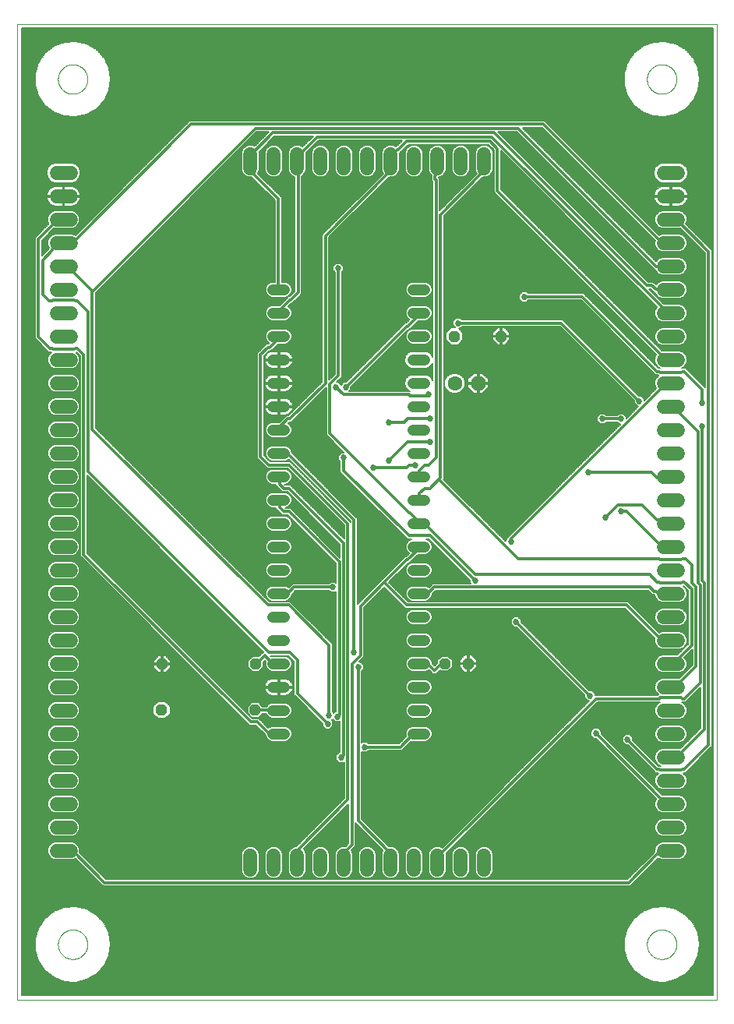
<source format=gtl>
G75*
%MOIN*%
%OFA0B0*%
%FSLAX25Y25*%
%IPPOS*%
%LPD*%
%AMOC8*
5,1,8,0,0,1.08239X$1,22.5*
%
%ADD10C,0.00000*%
%ADD11C,0.04800*%
%ADD12OC8,0.04800*%
%ADD13OC8,0.06300*%
%ADD14C,0.06300*%
%ADD15C,0.06000*%
%ADD16C,0.00600*%
%ADD17C,0.01200*%
%ADD18C,0.02700*%
D10*
X0032796Y0017048D02*
X0032796Y0434371D01*
X0332009Y0434371D01*
X0332009Y0017048D01*
X0032796Y0017048D01*
X0050119Y0040670D02*
X0050121Y0040828D01*
X0050127Y0040986D01*
X0050137Y0041144D01*
X0050151Y0041302D01*
X0050169Y0041459D01*
X0050190Y0041616D01*
X0050216Y0041772D01*
X0050246Y0041928D01*
X0050279Y0042083D01*
X0050317Y0042236D01*
X0050358Y0042389D01*
X0050403Y0042541D01*
X0050452Y0042692D01*
X0050505Y0042841D01*
X0050561Y0042989D01*
X0050621Y0043135D01*
X0050685Y0043280D01*
X0050753Y0043423D01*
X0050824Y0043565D01*
X0050898Y0043705D01*
X0050976Y0043842D01*
X0051058Y0043978D01*
X0051142Y0044112D01*
X0051231Y0044243D01*
X0051322Y0044372D01*
X0051417Y0044499D01*
X0051514Y0044624D01*
X0051615Y0044746D01*
X0051719Y0044865D01*
X0051826Y0044982D01*
X0051936Y0045096D01*
X0052049Y0045207D01*
X0052164Y0045316D01*
X0052282Y0045421D01*
X0052403Y0045523D01*
X0052526Y0045623D01*
X0052652Y0045719D01*
X0052780Y0045812D01*
X0052910Y0045902D01*
X0053043Y0045988D01*
X0053178Y0046072D01*
X0053314Y0046151D01*
X0053453Y0046228D01*
X0053594Y0046300D01*
X0053736Y0046370D01*
X0053880Y0046435D01*
X0054026Y0046497D01*
X0054173Y0046555D01*
X0054322Y0046610D01*
X0054472Y0046661D01*
X0054623Y0046708D01*
X0054775Y0046751D01*
X0054928Y0046790D01*
X0055083Y0046826D01*
X0055238Y0046857D01*
X0055394Y0046885D01*
X0055550Y0046909D01*
X0055707Y0046929D01*
X0055865Y0046945D01*
X0056022Y0046957D01*
X0056181Y0046965D01*
X0056339Y0046969D01*
X0056497Y0046969D01*
X0056655Y0046965D01*
X0056814Y0046957D01*
X0056971Y0046945D01*
X0057129Y0046929D01*
X0057286Y0046909D01*
X0057442Y0046885D01*
X0057598Y0046857D01*
X0057753Y0046826D01*
X0057908Y0046790D01*
X0058061Y0046751D01*
X0058213Y0046708D01*
X0058364Y0046661D01*
X0058514Y0046610D01*
X0058663Y0046555D01*
X0058810Y0046497D01*
X0058956Y0046435D01*
X0059100Y0046370D01*
X0059242Y0046300D01*
X0059383Y0046228D01*
X0059522Y0046151D01*
X0059658Y0046072D01*
X0059793Y0045988D01*
X0059926Y0045902D01*
X0060056Y0045812D01*
X0060184Y0045719D01*
X0060310Y0045623D01*
X0060433Y0045523D01*
X0060554Y0045421D01*
X0060672Y0045316D01*
X0060787Y0045207D01*
X0060900Y0045096D01*
X0061010Y0044982D01*
X0061117Y0044865D01*
X0061221Y0044746D01*
X0061322Y0044624D01*
X0061419Y0044499D01*
X0061514Y0044372D01*
X0061605Y0044243D01*
X0061694Y0044112D01*
X0061778Y0043978D01*
X0061860Y0043842D01*
X0061938Y0043705D01*
X0062012Y0043565D01*
X0062083Y0043423D01*
X0062151Y0043280D01*
X0062215Y0043135D01*
X0062275Y0042989D01*
X0062331Y0042841D01*
X0062384Y0042692D01*
X0062433Y0042541D01*
X0062478Y0042389D01*
X0062519Y0042236D01*
X0062557Y0042083D01*
X0062590Y0041928D01*
X0062620Y0041772D01*
X0062646Y0041616D01*
X0062667Y0041459D01*
X0062685Y0041302D01*
X0062699Y0041144D01*
X0062709Y0040986D01*
X0062715Y0040828D01*
X0062717Y0040670D01*
X0062715Y0040512D01*
X0062709Y0040354D01*
X0062699Y0040196D01*
X0062685Y0040038D01*
X0062667Y0039881D01*
X0062646Y0039724D01*
X0062620Y0039568D01*
X0062590Y0039412D01*
X0062557Y0039257D01*
X0062519Y0039104D01*
X0062478Y0038951D01*
X0062433Y0038799D01*
X0062384Y0038648D01*
X0062331Y0038499D01*
X0062275Y0038351D01*
X0062215Y0038205D01*
X0062151Y0038060D01*
X0062083Y0037917D01*
X0062012Y0037775D01*
X0061938Y0037635D01*
X0061860Y0037498D01*
X0061778Y0037362D01*
X0061694Y0037228D01*
X0061605Y0037097D01*
X0061514Y0036968D01*
X0061419Y0036841D01*
X0061322Y0036716D01*
X0061221Y0036594D01*
X0061117Y0036475D01*
X0061010Y0036358D01*
X0060900Y0036244D01*
X0060787Y0036133D01*
X0060672Y0036024D01*
X0060554Y0035919D01*
X0060433Y0035817D01*
X0060310Y0035717D01*
X0060184Y0035621D01*
X0060056Y0035528D01*
X0059926Y0035438D01*
X0059793Y0035352D01*
X0059658Y0035268D01*
X0059522Y0035189D01*
X0059383Y0035112D01*
X0059242Y0035040D01*
X0059100Y0034970D01*
X0058956Y0034905D01*
X0058810Y0034843D01*
X0058663Y0034785D01*
X0058514Y0034730D01*
X0058364Y0034679D01*
X0058213Y0034632D01*
X0058061Y0034589D01*
X0057908Y0034550D01*
X0057753Y0034514D01*
X0057598Y0034483D01*
X0057442Y0034455D01*
X0057286Y0034431D01*
X0057129Y0034411D01*
X0056971Y0034395D01*
X0056814Y0034383D01*
X0056655Y0034375D01*
X0056497Y0034371D01*
X0056339Y0034371D01*
X0056181Y0034375D01*
X0056022Y0034383D01*
X0055865Y0034395D01*
X0055707Y0034411D01*
X0055550Y0034431D01*
X0055394Y0034455D01*
X0055238Y0034483D01*
X0055083Y0034514D01*
X0054928Y0034550D01*
X0054775Y0034589D01*
X0054623Y0034632D01*
X0054472Y0034679D01*
X0054322Y0034730D01*
X0054173Y0034785D01*
X0054026Y0034843D01*
X0053880Y0034905D01*
X0053736Y0034970D01*
X0053594Y0035040D01*
X0053453Y0035112D01*
X0053314Y0035189D01*
X0053178Y0035268D01*
X0053043Y0035352D01*
X0052910Y0035438D01*
X0052780Y0035528D01*
X0052652Y0035621D01*
X0052526Y0035717D01*
X0052403Y0035817D01*
X0052282Y0035919D01*
X0052164Y0036024D01*
X0052049Y0036133D01*
X0051936Y0036244D01*
X0051826Y0036358D01*
X0051719Y0036475D01*
X0051615Y0036594D01*
X0051514Y0036716D01*
X0051417Y0036841D01*
X0051322Y0036968D01*
X0051231Y0037097D01*
X0051142Y0037228D01*
X0051058Y0037362D01*
X0050976Y0037498D01*
X0050898Y0037635D01*
X0050824Y0037775D01*
X0050753Y0037917D01*
X0050685Y0038060D01*
X0050621Y0038205D01*
X0050561Y0038351D01*
X0050505Y0038499D01*
X0050452Y0038648D01*
X0050403Y0038799D01*
X0050358Y0038951D01*
X0050317Y0039104D01*
X0050279Y0039257D01*
X0050246Y0039412D01*
X0050216Y0039568D01*
X0050190Y0039724D01*
X0050169Y0039881D01*
X0050151Y0040038D01*
X0050137Y0040196D01*
X0050127Y0040354D01*
X0050121Y0040512D01*
X0050119Y0040670D01*
X0302088Y0040670D02*
X0302090Y0040828D01*
X0302096Y0040986D01*
X0302106Y0041144D01*
X0302120Y0041302D01*
X0302138Y0041459D01*
X0302159Y0041616D01*
X0302185Y0041772D01*
X0302215Y0041928D01*
X0302248Y0042083D01*
X0302286Y0042236D01*
X0302327Y0042389D01*
X0302372Y0042541D01*
X0302421Y0042692D01*
X0302474Y0042841D01*
X0302530Y0042989D01*
X0302590Y0043135D01*
X0302654Y0043280D01*
X0302722Y0043423D01*
X0302793Y0043565D01*
X0302867Y0043705D01*
X0302945Y0043842D01*
X0303027Y0043978D01*
X0303111Y0044112D01*
X0303200Y0044243D01*
X0303291Y0044372D01*
X0303386Y0044499D01*
X0303483Y0044624D01*
X0303584Y0044746D01*
X0303688Y0044865D01*
X0303795Y0044982D01*
X0303905Y0045096D01*
X0304018Y0045207D01*
X0304133Y0045316D01*
X0304251Y0045421D01*
X0304372Y0045523D01*
X0304495Y0045623D01*
X0304621Y0045719D01*
X0304749Y0045812D01*
X0304879Y0045902D01*
X0305012Y0045988D01*
X0305147Y0046072D01*
X0305283Y0046151D01*
X0305422Y0046228D01*
X0305563Y0046300D01*
X0305705Y0046370D01*
X0305849Y0046435D01*
X0305995Y0046497D01*
X0306142Y0046555D01*
X0306291Y0046610D01*
X0306441Y0046661D01*
X0306592Y0046708D01*
X0306744Y0046751D01*
X0306897Y0046790D01*
X0307052Y0046826D01*
X0307207Y0046857D01*
X0307363Y0046885D01*
X0307519Y0046909D01*
X0307676Y0046929D01*
X0307834Y0046945D01*
X0307991Y0046957D01*
X0308150Y0046965D01*
X0308308Y0046969D01*
X0308466Y0046969D01*
X0308624Y0046965D01*
X0308783Y0046957D01*
X0308940Y0046945D01*
X0309098Y0046929D01*
X0309255Y0046909D01*
X0309411Y0046885D01*
X0309567Y0046857D01*
X0309722Y0046826D01*
X0309877Y0046790D01*
X0310030Y0046751D01*
X0310182Y0046708D01*
X0310333Y0046661D01*
X0310483Y0046610D01*
X0310632Y0046555D01*
X0310779Y0046497D01*
X0310925Y0046435D01*
X0311069Y0046370D01*
X0311211Y0046300D01*
X0311352Y0046228D01*
X0311491Y0046151D01*
X0311627Y0046072D01*
X0311762Y0045988D01*
X0311895Y0045902D01*
X0312025Y0045812D01*
X0312153Y0045719D01*
X0312279Y0045623D01*
X0312402Y0045523D01*
X0312523Y0045421D01*
X0312641Y0045316D01*
X0312756Y0045207D01*
X0312869Y0045096D01*
X0312979Y0044982D01*
X0313086Y0044865D01*
X0313190Y0044746D01*
X0313291Y0044624D01*
X0313388Y0044499D01*
X0313483Y0044372D01*
X0313574Y0044243D01*
X0313663Y0044112D01*
X0313747Y0043978D01*
X0313829Y0043842D01*
X0313907Y0043705D01*
X0313981Y0043565D01*
X0314052Y0043423D01*
X0314120Y0043280D01*
X0314184Y0043135D01*
X0314244Y0042989D01*
X0314300Y0042841D01*
X0314353Y0042692D01*
X0314402Y0042541D01*
X0314447Y0042389D01*
X0314488Y0042236D01*
X0314526Y0042083D01*
X0314559Y0041928D01*
X0314589Y0041772D01*
X0314615Y0041616D01*
X0314636Y0041459D01*
X0314654Y0041302D01*
X0314668Y0041144D01*
X0314678Y0040986D01*
X0314684Y0040828D01*
X0314686Y0040670D01*
X0314684Y0040512D01*
X0314678Y0040354D01*
X0314668Y0040196D01*
X0314654Y0040038D01*
X0314636Y0039881D01*
X0314615Y0039724D01*
X0314589Y0039568D01*
X0314559Y0039412D01*
X0314526Y0039257D01*
X0314488Y0039104D01*
X0314447Y0038951D01*
X0314402Y0038799D01*
X0314353Y0038648D01*
X0314300Y0038499D01*
X0314244Y0038351D01*
X0314184Y0038205D01*
X0314120Y0038060D01*
X0314052Y0037917D01*
X0313981Y0037775D01*
X0313907Y0037635D01*
X0313829Y0037498D01*
X0313747Y0037362D01*
X0313663Y0037228D01*
X0313574Y0037097D01*
X0313483Y0036968D01*
X0313388Y0036841D01*
X0313291Y0036716D01*
X0313190Y0036594D01*
X0313086Y0036475D01*
X0312979Y0036358D01*
X0312869Y0036244D01*
X0312756Y0036133D01*
X0312641Y0036024D01*
X0312523Y0035919D01*
X0312402Y0035817D01*
X0312279Y0035717D01*
X0312153Y0035621D01*
X0312025Y0035528D01*
X0311895Y0035438D01*
X0311762Y0035352D01*
X0311627Y0035268D01*
X0311491Y0035189D01*
X0311352Y0035112D01*
X0311211Y0035040D01*
X0311069Y0034970D01*
X0310925Y0034905D01*
X0310779Y0034843D01*
X0310632Y0034785D01*
X0310483Y0034730D01*
X0310333Y0034679D01*
X0310182Y0034632D01*
X0310030Y0034589D01*
X0309877Y0034550D01*
X0309722Y0034514D01*
X0309567Y0034483D01*
X0309411Y0034455D01*
X0309255Y0034431D01*
X0309098Y0034411D01*
X0308940Y0034395D01*
X0308783Y0034383D01*
X0308624Y0034375D01*
X0308466Y0034371D01*
X0308308Y0034371D01*
X0308150Y0034375D01*
X0307991Y0034383D01*
X0307834Y0034395D01*
X0307676Y0034411D01*
X0307519Y0034431D01*
X0307363Y0034455D01*
X0307207Y0034483D01*
X0307052Y0034514D01*
X0306897Y0034550D01*
X0306744Y0034589D01*
X0306592Y0034632D01*
X0306441Y0034679D01*
X0306291Y0034730D01*
X0306142Y0034785D01*
X0305995Y0034843D01*
X0305849Y0034905D01*
X0305705Y0034970D01*
X0305563Y0035040D01*
X0305422Y0035112D01*
X0305283Y0035189D01*
X0305147Y0035268D01*
X0305012Y0035352D01*
X0304879Y0035438D01*
X0304749Y0035528D01*
X0304621Y0035621D01*
X0304495Y0035717D01*
X0304372Y0035817D01*
X0304251Y0035919D01*
X0304133Y0036024D01*
X0304018Y0036133D01*
X0303905Y0036244D01*
X0303795Y0036358D01*
X0303688Y0036475D01*
X0303584Y0036594D01*
X0303483Y0036716D01*
X0303386Y0036841D01*
X0303291Y0036968D01*
X0303200Y0037097D01*
X0303111Y0037228D01*
X0303027Y0037362D01*
X0302945Y0037498D01*
X0302867Y0037635D01*
X0302793Y0037775D01*
X0302722Y0037917D01*
X0302654Y0038060D01*
X0302590Y0038205D01*
X0302530Y0038351D01*
X0302474Y0038499D01*
X0302421Y0038648D01*
X0302372Y0038799D01*
X0302327Y0038951D01*
X0302286Y0039104D01*
X0302248Y0039257D01*
X0302215Y0039412D01*
X0302185Y0039568D01*
X0302159Y0039724D01*
X0302138Y0039881D01*
X0302120Y0040038D01*
X0302106Y0040196D01*
X0302096Y0040354D01*
X0302090Y0040512D01*
X0302088Y0040670D01*
X0302088Y0410749D02*
X0302090Y0410907D01*
X0302096Y0411065D01*
X0302106Y0411223D01*
X0302120Y0411381D01*
X0302138Y0411538D01*
X0302159Y0411695D01*
X0302185Y0411851D01*
X0302215Y0412007D01*
X0302248Y0412162D01*
X0302286Y0412315D01*
X0302327Y0412468D01*
X0302372Y0412620D01*
X0302421Y0412771D01*
X0302474Y0412920D01*
X0302530Y0413068D01*
X0302590Y0413214D01*
X0302654Y0413359D01*
X0302722Y0413502D01*
X0302793Y0413644D01*
X0302867Y0413784D01*
X0302945Y0413921D01*
X0303027Y0414057D01*
X0303111Y0414191D01*
X0303200Y0414322D01*
X0303291Y0414451D01*
X0303386Y0414578D01*
X0303483Y0414703D01*
X0303584Y0414825D01*
X0303688Y0414944D01*
X0303795Y0415061D01*
X0303905Y0415175D01*
X0304018Y0415286D01*
X0304133Y0415395D01*
X0304251Y0415500D01*
X0304372Y0415602D01*
X0304495Y0415702D01*
X0304621Y0415798D01*
X0304749Y0415891D01*
X0304879Y0415981D01*
X0305012Y0416067D01*
X0305147Y0416151D01*
X0305283Y0416230D01*
X0305422Y0416307D01*
X0305563Y0416379D01*
X0305705Y0416449D01*
X0305849Y0416514D01*
X0305995Y0416576D01*
X0306142Y0416634D01*
X0306291Y0416689D01*
X0306441Y0416740D01*
X0306592Y0416787D01*
X0306744Y0416830D01*
X0306897Y0416869D01*
X0307052Y0416905D01*
X0307207Y0416936D01*
X0307363Y0416964D01*
X0307519Y0416988D01*
X0307676Y0417008D01*
X0307834Y0417024D01*
X0307991Y0417036D01*
X0308150Y0417044D01*
X0308308Y0417048D01*
X0308466Y0417048D01*
X0308624Y0417044D01*
X0308783Y0417036D01*
X0308940Y0417024D01*
X0309098Y0417008D01*
X0309255Y0416988D01*
X0309411Y0416964D01*
X0309567Y0416936D01*
X0309722Y0416905D01*
X0309877Y0416869D01*
X0310030Y0416830D01*
X0310182Y0416787D01*
X0310333Y0416740D01*
X0310483Y0416689D01*
X0310632Y0416634D01*
X0310779Y0416576D01*
X0310925Y0416514D01*
X0311069Y0416449D01*
X0311211Y0416379D01*
X0311352Y0416307D01*
X0311491Y0416230D01*
X0311627Y0416151D01*
X0311762Y0416067D01*
X0311895Y0415981D01*
X0312025Y0415891D01*
X0312153Y0415798D01*
X0312279Y0415702D01*
X0312402Y0415602D01*
X0312523Y0415500D01*
X0312641Y0415395D01*
X0312756Y0415286D01*
X0312869Y0415175D01*
X0312979Y0415061D01*
X0313086Y0414944D01*
X0313190Y0414825D01*
X0313291Y0414703D01*
X0313388Y0414578D01*
X0313483Y0414451D01*
X0313574Y0414322D01*
X0313663Y0414191D01*
X0313747Y0414057D01*
X0313829Y0413921D01*
X0313907Y0413784D01*
X0313981Y0413644D01*
X0314052Y0413502D01*
X0314120Y0413359D01*
X0314184Y0413214D01*
X0314244Y0413068D01*
X0314300Y0412920D01*
X0314353Y0412771D01*
X0314402Y0412620D01*
X0314447Y0412468D01*
X0314488Y0412315D01*
X0314526Y0412162D01*
X0314559Y0412007D01*
X0314589Y0411851D01*
X0314615Y0411695D01*
X0314636Y0411538D01*
X0314654Y0411381D01*
X0314668Y0411223D01*
X0314678Y0411065D01*
X0314684Y0410907D01*
X0314686Y0410749D01*
X0314684Y0410591D01*
X0314678Y0410433D01*
X0314668Y0410275D01*
X0314654Y0410117D01*
X0314636Y0409960D01*
X0314615Y0409803D01*
X0314589Y0409647D01*
X0314559Y0409491D01*
X0314526Y0409336D01*
X0314488Y0409183D01*
X0314447Y0409030D01*
X0314402Y0408878D01*
X0314353Y0408727D01*
X0314300Y0408578D01*
X0314244Y0408430D01*
X0314184Y0408284D01*
X0314120Y0408139D01*
X0314052Y0407996D01*
X0313981Y0407854D01*
X0313907Y0407714D01*
X0313829Y0407577D01*
X0313747Y0407441D01*
X0313663Y0407307D01*
X0313574Y0407176D01*
X0313483Y0407047D01*
X0313388Y0406920D01*
X0313291Y0406795D01*
X0313190Y0406673D01*
X0313086Y0406554D01*
X0312979Y0406437D01*
X0312869Y0406323D01*
X0312756Y0406212D01*
X0312641Y0406103D01*
X0312523Y0405998D01*
X0312402Y0405896D01*
X0312279Y0405796D01*
X0312153Y0405700D01*
X0312025Y0405607D01*
X0311895Y0405517D01*
X0311762Y0405431D01*
X0311627Y0405347D01*
X0311491Y0405268D01*
X0311352Y0405191D01*
X0311211Y0405119D01*
X0311069Y0405049D01*
X0310925Y0404984D01*
X0310779Y0404922D01*
X0310632Y0404864D01*
X0310483Y0404809D01*
X0310333Y0404758D01*
X0310182Y0404711D01*
X0310030Y0404668D01*
X0309877Y0404629D01*
X0309722Y0404593D01*
X0309567Y0404562D01*
X0309411Y0404534D01*
X0309255Y0404510D01*
X0309098Y0404490D01*
X0308940Y0404474D01*
X0308783Y0404462D01*
X0308624Y0404454D01*
X0308466Y0404450D01*
X0308308Y0404450D01*
X0308150Y0404454D01*
X0307991Y0404462D01*
X0307834Y0404474D01*
X0307676Y0404490D01*
X0307519Y0404510D01*
X0307363Y0404534D01*
X0307207Y0404562D01*
X0307052Y0404593D01*
X0306897Y0404629D01*
X0306744Y0404668D01*
X0306592Y0404711D01*
X0306441Y0404758D01*
X0306291Y0404809D01*
X0306142Y0404864D01*
X0305995Y0404922D01*
X0305849Y0404984D01*
X0305705Y0405049D01*
X0305563Y0405119D01*
X0305422Y0405191D01*
X0305283Y0405268D01*
X0305147Y0405347D01*
X0305012Y0405431D01*
X0304879Y0405517D01*
X0304749Y0405607D01*
X0304621Y0405700D01*
X0304495Y0405796D01*
X0304372Y0405896D01*
X0304251Y0405998D01*
X0304133Y0406103D01*
X0304018Y0406212D01*
X0303905Y0406323D01*
X0303795Y0406437D01*
X0303688Y0406554D01*
X0303584Y0406673D01*
X0303483Y0406795D01*
X0303386Y0406920D01*
X0303291Y0407047D01*
X0303200Y0407176D01*
X0303111Y0407307D01*
X0303027Y0407441D01*
X0302945Y0407577D01*
X0302867Y0407714D01*
X0302793Y0407854D01*
X0302722Y0407996D01*
X0302654Y0408139D01*
X0302590Y0408284D01*
X0302530Y0408430D01*
X0302474Y0408578D01*
X0302421Y0408727D01*
X0302372Y0408878D01*
X0302327Y0409030D01*
X0302286Y0409183D01*
X0302248Y0409336D01*
X0302215Y0409491D01*
X0302185Y0409647D01*
X0302159Y0409803D01*
X0302138Y0409960D01*
X0302120Y0410117D01*
X0302106Y0410275D01*
X0302096Y0410433D01*
X0302090Y0410591D01*
X0302088Y0410749D01*
X0050119Y0410749D02*
X0050121Y0410907D01*
X0050127Y0411065D01*
X0050137Y0411223D01*
X0050151Y0411381D01*
X0050169Y0411538D01*
X0050190Y0411695D01*
X0050216Y0411851D01*
X0050246Y0412007D01*
X0050279Y0412162D01*
X0050317Y0412315D01*
X0050358Y0412468D01*
X0050403Y0412620D01*
X0050452Y0412771D01*
X0050505Y0412920D01*
X0050561Y0413068D01*
X0050621Y0413214D01*
X0050685Y0413359D01*
X0050753Y0413502D01*
X0050824Y0413644D01*
X0050898Y0413784D01*
X0050976Y0413921D01*
X0051058Y0414057D01*
X0051142Y0414191D01*
X0051231Y0414322D01*
X0051322Y0414451D01*
X0051417Y0414578D01*
X0051514Y0414703D01*
X0051615Y0414825D01*
X0051719Y0414944D01*
X0051826Y0415061D01*
X0051936Y0415175D01*
X0052049Y0415286D01*
X0052164Y0415395D01*
X0052282Y0415500D01*
X0052403Y0415602D01*
X0052526Y0415702D01*
X0052652Y0415798D01*
X0052780Y0415891D01*
X0052910Y0415981D01*
X0053043Y0416067D01*
X0053178Y0416151D01*
X0053314Y0416230D01*
X0053453Y0416307D01*
X0053594Y0416379D01*
X0053736Y0416449D01*
X0053880Y0416514D01*
X0054026Y0416576D01*
X0054173Y0416634D01*
X0054322Y0416689D01*
X0054472Y0416740D01*
X0054623Y0416787D01*
X0054775Y0416830D01*
X0054928Y0416869D01*
X0055083Y0416905D01*
X0055238Y0416936D01*
X0055394Y0416964D01*
X0055550Y0416988D01*
X0055707Y0417008D01*
X0055865Y0417024D01*
X0056022Y0417036D01*
X0056181Y0417044D01*
X0056339Y0417048D01*
X0056497Y0417048D01*
X0056655Y0417044D01*
X0056814Y0417036D01*
X0056971Y0417024D01*
X0057129Y0417008D01*
X0057286Y0416988D01*
X0057442Y0416964D01*
X0057598Y0416936D01*
X0057753Y0416905D01*
X0057908Y0416869D01*
X0058061Y0416830D01*
X0058213Y0416787D01*
X0058364Y0416740D01*
X0058514Y0416689D01*
X0058663Y0416634D01*
X0058810Y0416576D01*
X0058956Y0416514D01*
X0059100Y0416449D01*
X0059242Y0416379D01*
X0059383Y0416307D01*
X0059522Y0416230D01*
X0059658Y0416151D01*
X0059793Y0416067D01*
X0059926Y0415981D01*
X0060056Y0415891D01*
X0060184Y0415798D01*
X0060310Y0415702D01*
X0060433Y0415602D01*
X0060554Y0415500D01*
X0060672Y0415395D01*
X0060787Y0415286D01*
X0060900Y0415175D01*
X0061010Y0415061D01*
X0061117Y0414944D01*
X0061221Y0414825D01*
X0061322Y0414703D01*
X0061419Y0414578D01*
X0061514Y0414451D01*
X0061605Y0414322D01*
X0061694Y0414191D01*
X0061778Y0414057D01*
X0061860Y0413921D01*
X0061938Y0413784D01*
X0062012Y0413644D01*
X0062083Y0413502D01*
X0062151Y0413359D01*
X0062215Y0413214D01*
X0062275Y0413068D01*
X0062331Y0412920D01*
X0062384Y0412771D01*
X0062433Y0412620D01*
X0062478Y0412468D01*
X0062519Y0412315D01*
X0062557Y0412162D01*
X0062590Y0412007D01*
X0062620Y0411851D01*
X0062646Y0411695D01*
X0062667Y0411538D01*
X0062685Y0411381D01*
X0062699Y0411223D01*
X0062709Y0411065D01*
X0062715Y0410907D01*
X0062717Y0410749D01*
X0062715Y0410591D01*
X0062709Y0410433D01*
X0062699Y0410275D01*
X0062685Y0410117D01*
X0062667Y0409960D01*
X0062646Y0409803D01*
X0062620Y0409647D01*
X0062590Y0409491D01*
X0062557Y0409336D01*
X0062519Y0409183D01*
X0062478Y0409030D01*
X0062433Y0408878D01*
X0062384Y0408727D01*
X0062331Y0408578D01*
X0062275Y0408430D01*
X0062215Y0408284D01*
X0062151Y0408139D01*
X0062083Y0407996D01*
X0062012Y0407854D01*
X0061938Y0407714D01*
X0061860Y0407577D01*
X0061778Y0407441D01*
X0061694Y0407307D01*
X0061605Y0407176D01*
X0061514Y0407047D01*
X0061419Y0406920D01*
X0061322Y0406795D01*
X0061221Y0406673D01*
X0061117Y0406554D01*
X0061010Y0406437D01*
X0060900Y0406323D01*
X0060787Y0406212D01*
X0060672Y0406103D01*
X0060554Y0405998D01*
X0060433Y0405896D01*
X0060310Y0405796D01*
X0060184Y0405700D01*
X0060056Y0405607D01*
X0059926Y0405517D01*
X0059793Y0405431D01*
X0059658Y0405347D01*
X0059522Y0405268D01*
X0059383Y0405191D01*
X0059242Y0405119D01*
X0059100Y0405049D01*
X0058956Y0404984D01*
X0058810Y0404922D01*
X0058663Y0404864D01*
X0058514Y0404809D01*
X0058364Y0404758D01*
X0058213Y0404711D01*
X0058061Y0404668D01*
X0057908Y0404629D01*
X0057753Y0404593D01*
X0057598Y0404562D01*
X0057442Y0404534D01*
X0057286Y0404510D01*
X0057129Y0404490D01*
X0056971Y0404474D01*
X0056814Y0404462D01*
X0056655Y0404454D01*
X0056497Y0404450D01*
X0056339Y0404450D01*
X0056181Y0404454D01*
X0056022Y0404462D01*
X0055865Y0404474D01*
X0055707Y0404490D01*
X0055550Y0404510D01*
X0055394Y0404534D01*
X0055238Y0404562D01*
X0055083Y0404593D01*
X0054928Y0404629D01*
X0054775Y0404668D01*
X0054623Y0404711D01*
X0054472Y0404758D01*
X0054322Y0404809D01*
X0054173Y0404864D01*
X0054026Y0404922D01*
X0053880Y0404984D01*
X0053736Y0405049D01*
X0053594Y0405119D01*
X0053453Y0405191D01*
X0053314Y0405268D01*
X0053178Y0405347D01*
X0053043Y0405431D01*
X0052910Y0405517D01*
X0052780Y0405607D01*
X0052652Y0405700D01*
X0052526Y0405796D01*
X0052403Y0405896D01*
X0052282Y0405998D01*
X0052164Y0406103D01*
X0052049Y0406212D01*
X0051936Y0406323D01*
X0051826Y0406437D01*
X0051719Y0406554D01*
X0051615Y0406673D01*
X0051514Y0406795D01*
X0051417Y0406920D01*
X0051322Y0407047D01*
X0051231Y0407176D01*
X0051142Y0407307D01*
X0051058Y0407441D01*
X0050976Y0407577D01*
X0050898Y0407714D01*
X0050824Y0407854D01*
X0050753Y0407996D01*
X0050685Y0408139D01*
X0050621Y0408284D01*
X0050561Y0408430D01*
X0050505Y0408578D01*
X0050452Y0408727D01*
X0050403Y0408878D01*
X0050358Y0409030D01*
X0050317Y0409183D01*
X0050279Y0409336D01*
X0050246Y0409491D01*
X0050216Y0409647D01*
X0050190Y0409803D01*
X0050169Y0409960D01*
X0050151Y0410117D01*
X0050137Y0410275D01*
X0050127Y0410433D01*
X0050121Y0410591D01*
X0050119Y0410749D01*
D11*
X0142128Y0320709D02*
X0146928Y0320709D01*
X0146928Y0310709D02*
X0142128Y0310709D01*
X0142128Y0300709D02*
X0146928Y0300709D01*
X0146928Y0290709D02*
X0142128Y0290709D01*
X0142128Y0280709D02*
X0146928Y0280709D01*
X0146928Y0270709D02*
X0142128Y0270709D01*
X0142128Y0260709D02*
X0146928Y0260709D01*
X0146928Y0250709D02*
X0142128Y0250709D01*
X0142128Y0240709D02*
X0146928Y0240709D01*
X0146928Y0230709D02*
X0142128Y0230709D01*
X0142128Y0220709D02*
X0146928Y0220709D01*
X0146928Y0210709D02*
X0142128Y0210709D01*
X0142128Y0200709D02*
X0146928Y0200709D01*
X0146928Y0190709D02*
X0142128Y0190709D01*
X0142128Y0180709D02*
X0146928Y0180709D01*
X0146928Y0170709D02*
X0142128Y0170709D01*
X0142128Y0160709D02*
X0146928Y0160709D01*
X0146928Y0150709D02*
X0142128Y0150709D01*
X0142128Y0140709D02*
X0146928Y0140709D01*
X0146928Y0130709D02*
X0142128Y0130709D01*
X0202128Y0130709D02*
X0206928Y0130709D01*
X0206928Y0140709D02*
X0202128Y0140709D01*
X0202128Y0150709D02*
X0206928Y0150709D01*
X0206928Y0160709D02*
X0202128Y0160709D01*
X0202128Y0170709D02*
X0206928Y0170709D01*
X0206928Y0180709D02*
X0202128Y0180709D01*
X0202128Y0190709D02*
X0206928Y0190709D01*
X0206928Y0200709D02*
X0202128Y0200709D01*
X0202128Y0210709D02*
X0206928Y0210709D01*
X0206928Y0220709D02*
X0202128Y0220709D01*
X0202128Y0230709D02*
X0206928Y0230709D01*
X0206928Y0240709D02*
X0202128Y0240709D01*
X0202128Y0250709D02*
X0206928Y0250709D01*
X0206928Y0260709D02*
X0202128Y0260709D01*
X0202128Y0270709D02*
X0206928Y0270709D01*
X0206928Y0280709D02*
X0202128Y0280709D01*
X0202128Y0290709D02*
X0206928Y0290709D01*
X0206928Y0300709D02*
X0202128Y0300709D01*
X0202128Y0310709D02*
X0206928Y0310709D01*
X0206928Y0320709D02*
X0202128Y0320709D01*
D12*
X0219733Y0300765D03*
X0239733Y0300765D03*
X0225591Y0160761D03*
X0215591Y0160761D03*
X0134639Y0160485D03*
X0134477Y0140954D03*
X0094477Y0140954D03*
X0094639Y0160485D03*
D13*
X0229902Y0280646D03*
D14*
X0219902Y0280646D03*
D15*
X0222402Y0372709D02*
X0222402Y0378709D01*
X0212402Y0378709D02*
X0212402Y0372709D01*
X0202402Y0372709D02*
X0202402Y0378709D01*
X0192402Y0378709D02*
X0192402Y0372709D01*
X0182402Y0372709D02*
X0182402Y0378709D01*
X0172402Y0378709D02*
X0172402Y0372709D01*
X0162402Y0372709D02*
X0162402Y0378709D01*
X0152402Y0378709D02*
X0152402Y0372709D01*
X0142402Y0372709D02*
X0142402Y0378709D01*
X0132402Y0378709D02*
X0132402Y0372709D01*
X0055481Y0370709D02*
X0049481Y0370709D01*
X0049481Y0360709D02*
X0055481Y0360709D01*
X0055481Y0350709D02*
X0049481Y0350709D01*
X0049481Y0340709D02*
X0055481Y0340709D01*
X0055481Y0330709D02*
X0049481Y0330709D01*
X0049481Y0320709D02*
X0055481Y0320709D01*
X0055481Y0310709D02*
X0049481Y0310709D01*
X0049481Y0300709D02*
X0055481Y0300709D01*
X0055481Y0290709D02*
X0049481Y0290709D01*
X0049481Y0280709D02*
X0055481Y0280709D01*
X0055481Y0270709D02*
X0049481Y0270709D01*
X0049481Y0260709D02*
X0055481Y0260709D01*
X0055481Y0250709D02*
X0049481Y0250709D01*
X0049481Y0240709D02*
X0055481Y0240709D01*
X0055481Y0230709D02*
X0049481Y0230709D01*
X0049481Y0220709D02*
X0055481Y0220709D01*
X0055481Y0210709D02*
X0049481Y0210709D01*
X0049481Y0200709D02*
X0055481Y0200709D01*
X0055481Y0190709D02*
X0049481Y0190709D01*
X0049481Y0180709D02*
X0055481Y0180709D01*
X0055481Y0170709D02*
X0049481Y0170709D01*
X0049481Y0160709D02*
X0055481Y0160709D01*
X0055481Y0150709D02*
X0049481Y0150709D01*
X0049481Y0140709D02*
X0055481Y0140709D01*
X0055481Y0130709D02*
X0049481Y0130709D01*
X0049481Y0120709D02*
X0055481Y0120709D01*
X0055481Y0110709D02*
X0049481Y0110709D01*
X0049481Y0100709D02*
X0055481Y0100709D01*
X0055481Y0090709D02*
X0049481Y0090709D01*
X0049481Y0080709D02*
X0055481Y0080709D01*
X0132402Y0078709D02*
X0132402Y0072709D01*
X0142402Y0072709D02*
X0142402Y0078709D01*
X0152402Y0078709D02*
X0152402Y0072709D01*
X0162402Y0072709D02*
X0162402Y0078709D01*
X0172402Y0078709D02*
X0172402Y0072709D01*
X0182402Y0072709D02*
X0182402Y0078709D01*
X0192402Y0078709D02*
X0192402Y0072709D01*
X0202402Y0072709D02*
X0202402Y0078709D01*
X0212402Y0078709D02*
X0212402Y0072709D01*
X0222402Y0072709D02*
X0222402Y0078709D01*
X0232402Y0078709D02*
X0232402Y0072709D01*
X0309324Y0080709D02*
X0315324Y0080709D01*
X0315324Y0090709D02*
X0309324Y0090709D01*
X0309324Y0100709D02*
X0315324Y0100709D01*
X0315324Y0110709D02*
X0309324Y0110709D01*
X0309324Y0120709D02*
X0315324Y0120709D01*
X0315324Y0130709D02*
X0309324Y0130709D01*
X0309324Y0140709D02*
X0315324Y0140709D01*
X0315324Y0150709D02*
X0309324Y0150709D01*
X0309324Y0160709D02*
X0315324Y0160709D01*
X0315324Y0170709D02*
X0309324Y0170709D01*
X0309324Y0180709D02*
X0315324Y0180709D01*
X0315324Y0190709D02*
X0309324Y0190709D01*
X0309324Y0200709D02*
X0315324Y0200709D01*
X0315324Y0210709D02*
X0309324Y0210709D01*
X0309324Y0220709D02*
X0315324Y0220709D01*
X0315324Y0230709D02*
X0309324Y0230709D01*
X0309324Y0240709D02*
X0315324Y0240709D01*
X0315324Y0250709D02*
X0309324Y0250709D01*
X0309324Y0260709D02*
X0315324Y0260709D01*
X0315324Y0270709D02*
X0309324Y0270709D01*
X0309324Y0280709D02*
X0315324Y0280709D01*
X0315324Y0290709D02*
X0309324Y0290709D01*
X0309324Y0300709D02*
X0315324Y0300709D01*
X0315324Y0310709D02*
X0309324Y0310709D01*
X0309324Y0320709D02*
X0315324Y0320709D01*
X0315324Y0330709D02*
X0309324Y0330709D01*
X0309324Y0340709D02*
X0315324Y0340709D01*
X0315324Y0350709D02*
X0309324Y0350709D01*
X0309324Y0360709D02*
X0315324Y0360709D01*
X0315324Y0370709D02*
X0309324Y0370709D01*
X0232402Y0372709D02*
X0232402Y0378709D01*
D16*
X0229719Y0381541D02*
X0225086Y0381541D01*
X0224612Y0382016D02*
X0225709Y0380919D01*
X0226302Y0379485D01*
X0226302Y0371934D01*
X0225709Y0370500D01*
X0224612Y0369403D01*
X0223178Y0368809D01*
X0221627Y0368809D01*
X0220193Y0369403D01*
X0219096Y0370500D01*
X0218502Y0371934D01*
X0218502Y0379485D01*
X0219096Y0380919D01*
X0220193Y0382016D01*
X0221627Y0382609D01*
X0223178Y0382609D01*
X0224612Y0382016D01*
X0224312Y0382140D02*
X0230493Y0382140D01*
X0230193Y0382016D02*
X0229096Y0380919D01*
X0228502Y0379485D01*
X0228502Y0371934D01*
X0229096Y0370500D01*
X0229212Y0370385D01*
X0213396Y0354569D01*
X0213396Y0368219D01*
X0212946Y0368669D01*
X0212946Y0368777D01*
X0212967Y0368798D01*
X0212979Y0368809D01*
X0213178Y0368809D01*
X0214612Y0369403D01*
X0215709Y0370500D01*
X0216302Y0371934D01*
X0216302Y0379485D01*
X0215709Y0380919D01*
X0214612Y0382016D01*
X0213178Y0382609D01*
X0211627Y0382609D01*
X0210193Y0382016D01*
X0209096Y0380919D01*
X0208502Y0379485D01*
X0208502Y0371934D01*
X0209096Y0370500D01*
X0209946Y0369650D01*
X0209946Y0367427D01*
X0210396Y0366977D01*
X0210396Y0292006D01*
X0210065Y0292805D01*
X0209024Y0293846D01*
X0207664Y0294409D01*
X0201392Y0294409D01*
X0200032Y0293846D01*
X0198992Y0292805D01*
X0198428Y0291445D01*
X0198428Y0289973D01*
X0198992Y0288614D01*
X0200032Y0287573D01*
X0201392Y0287009D01*
X0207664Y0287009D01*
X0209024Y0287573D01*
X0210065Y0288614D01*
X0210396Y0289413D01*
X0210396Y0282006D01*
X0210065Y0282805D01*
X0209024Y0283846D01*
X0207664Y0284409D01*
X0201392Y0284409D01*
X0200032Y0283846D01*
X0198992Y0282805D01*
X0198428Y0281445D01*
X0198428Y0279973D01*
X0198992Y0278614D01*
X0200032Y0277573D01*
X0200696Y0277298D01*
X0174728Y0277298D01*
X0175446Y0278016D01*
X0175446Y0279077D01*
X0199917Y0303548D01*
X0200358Y0303548D01*
X0200259Y0303507D01*
X0199331Y0302579D01*
X0198828Y0301366D01*
X0198828Y0300053D01*
X0199331Y0298840D01*
X0200259Y0297912D01*
X0201472Y0297409D01*
X0207585Y0297409D01*
X0208798Y0297912D01*
X0209726Y0298840D01*
X0210228Y0300053D01*
X0210228Y0301366D01*
X0209726Y0302579D01*
X0208798Y0303507D01*
X0207585Y0304009D01*
X0201472Y0304009D01*
X0200374Y0303555D01*
X0201246Y0304427D01*
X0204229Y0307409D01*
X0207585Y0307409D01*
X0208798Y0307912D01*
X0209726Y0308840D01*
X0210228Y0310053D01*
X0210228Y0311366D01*
X0209726Y0312579D01*
X0208798Y0313507D01*
X0207585Y0314009D01*
X0201472Y0314009D01*
X0200259Y0313507D01*
X0199331Y0312579D01*
X0198828Y0311366D01*
X0198828Y0310053D01*
X0199331Y0308840D01*
X0200259Y0307912D01*
X0200421Y0307845D01*
X0199125Y0306548D01*
X0198675Y0306548D01*
X0173325Y0281198D01*
X0172264Y0281198D01*
X0171171Y0280105D01*
X0170078Y0281198D01*
X0169467Y0281198D01*
X0171546Y0283277D01*
X0171546Y0328116D01*
X0172296Y0328866D01*
X0172296Y0330730D01*
X0170978Y0332048D01*
X0169114Y0332048D01*
X0167796Y0330730D01*
X0167796Y0328866D01*
X0168546Y0328116D01*
X0168546Y0284519D01*
X0166146Y0282119D01*
X0166146Y0343127D01*
X0191367Y0368348D01*
X0191829Y0368809D01*
X0193178Y0368809D01*
X0194612Y0369403D01*
X0195709Y0370500D01*
X0196302Y0371934D01*
X0196302Y0379148D01*
X0196317Y0379148D01*
X0197196Y0380027D01*
X0199917Y0382748D01*
X0234225Y0382748D01*
X0236496Y0380477D01*
X0236496Y0362477D01*
X0237375Y0361598D01*
X0306036Y0292937D01*
X0306017Y0292919D01*
X0305424Y0291485D01*
X0305424Y0289934D01*
X0306017Y0288500D01*
X0307114Y0287403D01*
X0307610Y0287198D01*
X0307017Y0287198D01*
X0275067Y0319148D01*
X0251378Y0319148D01*
X0250628Y0319898D01*
X0248764Y0319898D01*
X0247446Y0318580D01*
X0247446Y0316716D01*
X0248764Y0315398D01*
X0250628Y0315398D01*
X0251378Y0316148D01*
X0273825Y0316148D01*
X0304896Y0285077D01*
X0305775Y0284198D01*
X0306675Y0284198D01*
X0306986Y0283887D01*
X0306017Y0282919D01*
X0305424Y0281485D01*
X0305424Y0279934D01*
X0306017Y0278500D01*
X0306047Y0278470D01*
X0300996Y0273419D01*
X0300996Y0274030D01*
X0299678Y0275348D01*
X0298617Y0275348D01*
X0266067Y0307898D01*
X0223028Y0307898D01*
X0222278Y0308648D01*
X0220414Y0308648D01*
X0219096Y0307330D01*
X0219096Y0305466D01*
X0220098Y0304465D01*
X0218200Y0304465D01*
X0216033Y0302297D01*
X0216033Y0299232D01*
X0218200Y0297065D01*
X0221266Y0297065D01*
X0223433Y0299232D01*
X0223433Y0302297D01*
X0221582Y0304148D01*
X0222278Y0304148D01*
X0223028Y0304898D01*
X0264825Y0304898D01*
X0296496Y0273227D01*
X0296496Y0272166D01*
X0297814Y0270848D01*
X0298425Y0270848D01*
X0293346Y0265769D01*
X0293346Y0266380D01*
X0292028Y0267698D01*
X0290164Y0267698D01*
X0289414Y0266948D01*
X0284678Y0266948D01*
X0283928Y0267698D01*
X0282064Y0267698D01*
X0280746Y0266380D01*
X0280746Y0264516D01*
X0282064Y0263198D01*
X0283928Y0263198D01*
X0284678Y0263948D01*
X0289414Y0263948D01*
X0290164Y0263198D01*
X0290775Y0263198D01*
X0243225Y0215648D01*
X0242346Y0214769D01*
X0242346Y0214480D01*
X0241596Y0213730D01*
X0241596Y0213119D01*
X0215142Y0239573D01*
X0215196Y0239627D01*
X0215196Y0352127D01*
X0231417Y0368348D01*
X0231879Y0368809D01*
X0233178Y0368809D01*
X0234612Y0369403D01*
X0235709Y0370500D01*
X0236302Y0371934D01*
X0236302Y0379485D01*
X0235709Y0380919D01*
X0234612Y0382016D01*
X0233178Y0382609D01*
X0231627Y0382609D01*
X0230193Y0382016D01*
X0229120Y0380943D02*
X0225684Y0380943D01*
X0225946Y0380344D02*
X0228858Y0380344D01*
X0228610Y0379746D02*
X0226194Y0379746D01*
X0226302Y0379147D02*
X0228502Y0379147D01*
X0228502Y0378549D02*
X0226302Y0378549D01*
X0226302Y0377950D02*
X0228502Y0377950D01*
X0228502Y0377352D02*
X0226302Y0377352D01*
X0226302Y0376753D02*
X0228502Y0376753D01*
X0228502Y0376155D02*
X0226302Y0376155D01*
X0226302Y0375556D02*
X0228502Y0375556D01*
X0228502Y0374958D02*
X0226302Y0374958D01*
X0226302Y0374359D02*
X0228502Y0374359D01*
X0228502Y0373761D02*
X0226302Y0373761D01*
X0226302Y0373162D02*
X0228502Y0373162D01*
X0228502Y0372564D02*
X0226302Y0372564D01*
X0226302Y0371965D02*
X0228502Y0371965D01*
X0228737Y0371367D02*
X0226068Y0371367D01*
X0225820Y0370768D02*
X0228985Y0370768D01*
X0228996Y0370170D02*
X0225378Y0370170D01*
X0224780Y0369571D02*
X0228398Y0369571D01*
X0227799Y0368973D02*
X0223572Y0368973D01*
X0221233Y0368973D02*
X0213572Y0368973D01*
X0213241Y0368374D02*
X0227201Y0368374D01*
X0226602Y0367776D02*
X0213396Y0367776D01*
X0213396Y0367177D02*
X0226004Y0367177D01*
X0225405Y0366579D02*
X0213396Y0366579D01*
X0213396Y0365980D02*
X0224807Y0365980D01*
X0224208Y0365382D02*
X0213396Y0365382D01*
X0213396Y0364783D02*
X0223610Y0364783D01*
X0223011Y0364185D02*
X0213396Y0364185D01*
X0213396Y0363586D02*
X0222413Y0363586D01*
X0221814Y0362988D02*
X0213396Y0362988D01*
X0213396Y0362389D02*
X0221216Y0362389D01*
X0220617Y0361791D02*
X0213396Y0361791D01*
X0213396Y0361192D02*
X0220019Y0361192D01*
X0219420Y0360594D02*
X0213396Y0360594D01*
X0213396Y0359995D02*
X0218822Y0359995D01*
X0218223Y0359397D02*
X0213396Y0359397D01*
X0213396Y0358798D02*
X0217625Y0358798D01*
X0217026Y0358199D02*
X0213396Y0358199D01*
X0213396Y0357601D02*
X0216428Y0357601D01*
X0215829Y0357002D02*
X0213396Y0357002D01*
X0213396Y0356404D02*
X0215231Y0356404D01*
X0214632Y0355805D02*
X0213396Y0355805D01*
X0213396Y0355207D02*
X0214034Y0355207D01*
X0213435Y0354608D02*
X0213396Y0354608D01*
X0210396Y0354608D02*
X0177628Y0354608D01*
X0177029Y0354010D02*
X0210396Y0354010D01*
X0210396Y0353411D02*
X0176431Y0353411D01*
X0175832Y0352813D02*
X0210396Y0352813D01*
X0210396Y0352214D02*
X0175234Y0352214D01*
X0174635Y0351616D02*
X0210396Y0351616D01*
X0210396Y0351017D02*
X0174037Y0351017D01*
X0173438Y0350419D02*
X0210396Y0350419D01*
X0210396Y0349820D02*
X0172840Y0349820D01*
X0172241Y0349222D02*
X0210396Y0349222D01*
X0210396Y0348623D02*
X0171643Y0348623D01*
X0171044Y0348025D02*
X0210396Y0348025D01*
X0210396Y0347426D02*
X0170446Y0347426D01*
X0169847Y0346828D02*
X0210396Y0346828D01*
X0210396Y0346229D02*
X0169249Y0346229D01*
X0168650Y0345631D02*
X0210396Y0345631D01*
X0210396Y0345032D02*
X0168052Y0345032D01*
X0167453Y0344434D02*
X0210396Y0344434D01*
X0210396Y0343835D02*
X0166855Y0343835D01*
X0166256Y0343237D02*
X0210396Y0343237D01*
X0210396Y0342638D02*
X0166146Y0342638D01*
X0166146Y0342040D02*
X0210396Y0342040D01*
X0210396Y0341441D02*
X0166146Y0341441D01*
X0166146Y0340843D02*
X0210396Y0340843D01*
X0210396Y0340244D02*
X0166146Y0340244D01*
X0166146Y0339646D02*
X0210396Y0339646D01*
X0210396Y0339047D02*
X0166146Y0339047D01*
X0166146Y0338449D02*
X0210396Y0338449D01*
X0210396Y0337850D02*
X0166146Y0337850D01*
X0166146Y0337252D02*
X0210396Y0337252D01*
X0210396Y0336653D02*
X0166146Y0336653D01*
X0166146Y0336055D02*
X0210396Y0336055D01*
X0210396Y0335456D02*
X0166146Y0335456D01*
X0166146Y0334858D02*
X0210396Y0334858D01*
X0210396Y0334259D02*
X0166146Y0334259D01*
X0166146Y0333661D02*
X0210396Y0333661D01*
X0210396Y0333062D02*
X0166146Y0333062D01*
X0166146Y0332463D02*
X0210396Y0332463D01*
X0210396Y0331865D02*
X0171161Y0331865D01*
X0171760Y0331266D02*
X0210396Y0331266D01*
X0210396Y0330668D02*
X0172296Y0330668D01*
X0172296Y0330069D02*
X0210396Y0330069D01*
X0210396Y0329471D02*
X0172296Y0329471D01*
X0172296Y0328872D02*
X0210396Y0328872D01*
X0210396Y0328274D02*
X0171704Y0328274D01*
X0171546Y0327675D02*
X0210396Y0327675D01*
X0210396Y0327077D02*
X0171546Y0327077D01*
X0171546Y0326478D02*
X0210396Y0326478D01*
X0210396Y0325880D02*
X0171546Y0325880D01*
X0171546Y0325281D02*
X0210396Y0325281D01*
X0210396Y0324683D02*
X0171546Y0324683D01*
X0171546Y0324084D02*
X0210396Y0324084D01*
X0210396Y0323486D02*
X0208819Y0323486D01*
X0208798Y0323507D02*
X0207585Y0324009D01*
X0201472Y0324009D01*
X0200259Y0323507D01*
X0199331Y0322579D01*
X0198828Y0321366D01*
X0198828Y0320053D01*
X0199331Y0318840D01*
X0200259Y0317912D01*
X0201472Y0317409D01*
X0207585Y0317409D01*
X0208798Y0317912D01*
X0209726Y0318840D01*
X0210228Y0320053D01*
X0210228Y0321366D01*
X0209726Y0322579D01*
X0208798Y0323507D01*
X0209417Y0322887D02*
X0210396Y0322887D01*
X0210396Y0322289D02*
X0209846Y0322289D01*
X0210094Y0321690D02*
X0210396Y0321690D01*
X0210396Y0321092D02*
X0210228Y0321092D01*
X0210228Y0320493D02*
X0210396Y0320493D01*
X0210396Y0319895D02*
X0210163Y0319895D01*
X0210396Y0319296D02*
X0209915Y0319296D01*
X0209584Y0318698D02*
X0210396Y0318698D01*
X0210396Y0318099D02*
X0208985Y0318099D01*
X0207805Y0317501D02*
X0210396Y0317501D01*
X0210396Y0316902D02*
X0171546Y0316902D01*
X0171546Y0316304D02*
X0210396Y0316304D01*
X0210396Y0315705D02*
X0171546Y0315705D01*
X0171546Y0315107D02*
X0210396Y0315107D01*
X0210396Y0314508D02*
X0171546Y0314508D01*
X0171546Y0313910D02*
X0201231Y0313910D01*
X0200063Y0313311D02*
X0171546Y0313311D01*
X0171546Y0312713D02*
X0199465Y0312713D01*
X0199138Y0312114D02*
X0171546Y0312114D01*
X0171546Y0311516D02*
X0198890Y0311516D01*
X0198828Y0310917D02*
X0171546Y0310917D01*
X0171546Y0310319D02*
X0198828Y0310319D01*
X0198966Y0309720D02*
X0171546Y0309720D01*
X0171546Y0309122D02*
X0199214Y0309122D01*
X0199648Y0308523D02*
X0171546Y0308523D01*
X0171546Y0307925D02*
X0200246Y0307925D01*
X0199903Y0307326D02*
X0171546Y0307326D01*
X0171546Y0306728D02*
X0199304Y0306728D01*
X0198256Y0306129D02*
X0171546Y0306129D01*
X0171546Y0305530D02*
X0197657Y0305530D01*
X0197059Y0304932D02*
X0171546Y0304932D01*
X0171546Y0304333D02*
X0196460Y0304333D01*
X0195862Y0303735D02*
X0171546Y0303735D01*
X0171546Y0303136D02*
X0195263Y0303136D01*
X0194665Y0302538D02*
X0171546Y0302538D01*
X0171546Y0301939D02*
X0194066Y0301939D01*
X0193468Y0301341D02*
X0171546Y0301341D01*
X0171546Y0300742D02*
X0192869Y0300742D01*
X0192271Y0300144D02*
X0171546Y0300144D01*
X0171546Y0299545D02*
X0191672Y0299545D01*
X0191074Y0298947D02*
X0171546Y0298947D01*
X0171546Y0298348D02*
X0190475Y0298348D01*
X0189877Y0297750D02*
X0171546Y0297750D01*
X0171546Y0297151D02*
X0189278Y0297151D01*
X0188680Y0296553D02*
X0171546Y0296553D01*
X0171546Y0295954D02*
X0188081Y0295954D01*
X0187483Y0295356D02*
X0171546Y0295356D01*
X0171546Y0294757D02*
X0186884Y0294757D01*
X0186285Y0294159D02*
X0171546Y0294159D01*
X0171546Y0293560D02*
X0185687Y0293560D01*
X0185088Y0292962D02*
X0171546Y0292962D01*
X0171546Y0292363D02*
X0184490Y0292363D01*
X0183891Y0291765D02*
X0171546Y0291765D01*
X0171546Y0291166D02*
X0183293Y0291166D01*
X0182694Y0290568D02*
X0171546Y0290568D01*
X0171546Y0289969D02*
X0182096Y0289969D01*
X0181497Y0289371D02*
X0171546Y0289371D01*
X0171546Y0288772D02*
X0180899Y0288772D01*
X0180300Y0288174D02*
X0171546Y0288174D01*
X0171546Y0287575D02*
X0179702Y0287575D01*
X0179103Y0286977D02*
X0171546Y0286977D01*
X0171546Y0286378D02*
X0178505Y0286378D01*
X0177906Y0285780D02*
X0171546Y0285780D01*
X0171546Y0285181D02*
X0177308Y0285181D01*
X0176709Y0284583D02*
X0171546Y0284583D01*
X0171546Y0283984D02*
X0176111Y0283984D01*
X0175512Y0283386D02*
X0171546Y0283386D01*
X0171056Y0282787D02*
X0174914Y0282787D01*
X0174315Y0282189D02*
X0170458Y0282189D01*
X0169859Y0281590D02*
X0173717Y0281590D01*
X0172058Y0280992D02*
X0170285Y0280992D01*
X0170883Y0280393D02*
X0171459Y0280393D01*
X0175565Y0279196D02*
X0198750Y0279196D01*
X0198502Y0279795D02*
X0176164Y0279795D01*
X0176762Y0280393D02*
X0198428Y0280393D01*
X0198428Y0280992D02*
X0177361Y0280992D01*
X0177959Y0281590D02*
X0198488Y0281590D01*
X0198736Y0282189D02*
X0178558Y0282189D01*
X0179156Y0282787D02*
X0198984Y0282787D01*
X0199572Y0283386D02*
X0179755Y0283386D01*
X0180353Y0283984D02*
X0200365Y0283984D01*
X0200030Y0287575D02*
X0183944Y0287575D01*
X0183346Y0286977D02*
X0210396Y0286977D01*
X0210396Y0287575D02*
X0209027Y0287575D01*
X0209625Y0288174D02*
X0210396Y0288174D01*
X0210396Y0288772D02*
X0210131Y0288772D01*
X0210379Y0289371D02*
X0210396Y0289371D01*
X0210396Y0292363D02*
X0210248Y0292363D01*
X0210396Y0292962D02*
X0209909Y0292962D01*
X0210396Y0293560D02*
X0209310Y0293560D01*
X0208269Y0294159D02*
X0210396Y0294159D01*
X0210396Y0294757D02*
X0191127Y0294757D01*
X0191725Y0295356D02*
X0210396Y0295356D01*
X0210396Y0295954D02*
X0192324Y0295954D01*
X0192922Y0296553D02*
X0210396Y0296553D01*
X0210396Y0297151D02*
X0193521Y0297151D01*
X0194119Y0297750D02*
X0200650Y0297750D01*
X0199823Y0298348D02*
X0194718Y0298348D01*
X0195316Y0298947D02*
X0199287Y0298947D01*
X0199039Y0299545D02*
X0195915Y0299545D01*
X0196513Y0300144D02*
X0198828Y0300144D01*
X0198828Y0300742D02*
X0197112Y0300742D01*
X0197710Y0301341D02*
X0198828Y0301341D01*
X0199066Y0301939D02*
X0198309Y0301939D01*
X0198907Y0302538D02*
X0199314Y0302538D01*
X0199506Y0303136D02*
X0199888Y0303136D01*
X0200554Y0303735D02*
X0200809Y0303735D01*
X0201153Y0304333D02*
X0210396Y0304333D01*
X0210396Y0303735D02*
X0208247Y0303735D01*
X0209168Y0303136D02*
X0210396Y0303136D01*
X0210396Y0302538D02*
X0209743Y0302538D01*
X0209991Y0301939D02*
X0210396Y0301939D01*
X0210396Y0301341D02*
X0210228Y0301341D01*
X0210228Y0300742D02*
X0210396Y0300742D01*
X0210396Y0300144D02*
X0210228Y0300144D01*
X0210396Y0299545D02*
X0210018Y0299545D01*
X0209770Y0298947D02*
X0210396Y0298947D01*
X0210396Y0298348D02*
X0209234Y0298348D01*
X0208407Y0297750D02*
X0210396Y0297750D01*
X0210396Y0304932D02*
X0201751Y0304932D01*
X0201246Y0304427D02*
X0201246Y0304427D01*
X0202350Y0305530D02*
X0210396Y0305530D01*
X0210396Y0306129D02*
X0202948Y0306129D01*
X0203547Y0306728D02*
X0210396Y0306728D01*
X0210396Y0307326D02*
X0204145Y0307326D01*
X0208810Y0307925D02*
X0210396Y0307925D01*
X0210396Y0308523D02*
X0209409Y0308523D01*
X0209842Y0309122D02*
X0210396Y0309122D01*
X0210396Y0309720D02*
X0210090Y0309720D01*
X0210228Y0310319D02*
X0210396Y0310319D01*
X0210396Y0310917D02*
X0210228Y0310917D01*
X0210166Y0311516D02*
X0210396Y0311516D01*
X0210396Y0312114D02*
X0209918Y0312114D01*
X0209592Y0312713D02*
X0210396Y0312713D01*
X0210396Y0313311D02*
X0208994Y0313311D01*
X0207826Y0313910D02*
X0210396Y0313910D01*
X0215196Y0313910D02*
X0276063Y0313910D01*
X0275465Y0314508D02*
X0215196Y0314508D01*
X0215196Y0315107D02*
X0274866Y0315107D01*
X0274268Y0315705D02*
X0250935Y0315705D01*
X0248457Y0315705D02*
X0215196Y0315705D01*
X0215196Y0316304D02*
X0247858Y0316304D01*
X0247446Y0316902D02*
X0215196Y0316902D01*
X0215196Y0317501D02*
X0247446Y0317501D01*
X0247446Y0318099D02*
X0215196Y0318099D01*
X0215196Y0318698D02*
X0247564Y0318698D01*
X0248162Y0319296D02*
X0215196Y0319296D01*
X0215196Y0319895D02*
X0248761Y0319895D01*
X0250631Y0319895D02*
X0279078Y0319895D01*
X0278479Y0320493D02*
X0215196Y0320493D01*
X0215196Y0321092D02*
X0277881Y0321092D01*
X0277282Y0321690D02*
X0215196Y0321690D01*
X0215196Y0322289D02*
X0276684Y0322289D01*
X0276085Y0322887D02*
X0215196Y0322887D01*
X0215196Y0323486D02*
X0275487Y0323486D01*
X0274888Y0324084D02*
X0215196Y0324084D01*
X0215196Y0324683D02*
X0274290Y0324683D01*
X0273691Y0325281D02*
X0215196Y0325281D01*
X0215196Y0325880D02*
X0273093Y0325880D01*
X0272494Y0326478D02*
X0215196Y0326478D01*
X0215196Y0327077D02*
X0271896Y0327077D01*
X0271297Y0327675D02*
X0215196Y0327675D01*
X0215196Y0328274D02*
X0270699Y0328274D01*
X0270100Y0328872D02*
X0215196Y0328872D01*
X0215196Y0329471D02*
X0269502Y0329471D01*
X0268903Y0330069D02*
X0215196Y0330069D01*
X0215196Y0330668D02*
X0268305Y0330668D01*
X0267706Y0331266D02*
X0215196Y0331266D01*
X0215196Y0331865D02*
X0267108Y0331865D01*
X0266509Y0332463D02*
X0215196Y0332463D01*
X0215196Y0333062D02*
X0265911Y0333062D01*
X0265312Y0333661D02*
X0215196Y0333661D01*
X0215196Y0334259D02*
X0264714Y0334259D01*
X0264115Y0334858D02*
X0215196Y0334858D01*
X0215196Y0335456D02*
X0263517Y0335456D01*
X0262918Y0336055D02*
X0215196Y0336055D01*
X0215196Y0336653D02*
X0262320Y0336653D01*
X0261721Y0337252D02*
X0215196Y0337252D01*
X0215196Y0337850D02*
X0261123Y0337850D01*
X0260524Y0338449D02*
X0215196Y0338449D01*
X0215196Y0339047D02*
X0259926Y0339047D01*
X0259327Y0339646D02*
X0215196Y0339646D01*
X0215196Y0340244D02*
X0258729Y0340244D01*
X0258130Y0340843D02*
X0215196Y0340843D01*
X0215196Y0341441D02*
X0257532Y0341441D01*
X0256933Y0342040D02*
X0215196Y0342040D01*
X0215196Y0342638D02*
X0256335Y0342638D01*
X0255736Y0343237D02*
X0215196Y0343237D01*
X0215196Y0343835D02*
X0255138Y0343835D01*
X0254539Y0344434D02*
X0215196Y0344434D01*
X0215196Y0345032D02*
X0253941Y0345032D01*
X0253342Y0345631D02*
X0215196Y0345631D01*
X0215196Y0346229D02*
X0252744Y0346229D01*
X0252145Y0346828D02*
X0215196Y0346828D01*
X0215196Y0347426D02*
X0251546Y0347426D01*
X0250948Y0348025D02*
X0215196Y0348025D01*
X0215196Y0348623D02*
X0250349Y0348623D01*
X0249751Y0349222D02*
X0215196Y0349222D01*
X0215196Y0349820D02*
X0249152Y0349820D01*
X0248554Y0350419D02*
X0215196Y0350419D01*
X0215196Y0351017D02*
X0247955Y0351017D01*
X0247357Y0351616D02*
X0215196Y0351616D01*
X0215284Y0352214D02*
X0246758Y0352214D01*
X0246160Y0352813D02*
X0215882Y0352813D01*
X0216481Y0353411D02*
X0245561Y0353411D01*
X0244963Y0354010D02*
X0217079Y0354010D01*
X0217678Y0354608D02*
X0244364Y0354608D01*
X0243766Y0355207D02*
X0218276Y0355207D01*
X0218875Y0355805D02*
X0243167Y0355805D01*
X0242569Y0356404D02*
X0219473Y0356404D01*
X0220072Y0357002D02*
X0241970Y0357002D01*
X0241372Y0357601D02*
X0220670Y0357601D01*
X0221269Y0358199D02*
X0240773Y0358199D01*
X0240175Y0358798D02*
X0221867Y0358798D01*
X0222466Y0359397D02*
X0239576Y0359397D01*
X0238978Y0359995D02*
X0223064Y0359995D01*
X0223663Y0360594D02*
X0238379Y0360594D01*
X0237781Y0361192D02*
X0224261Y0361192D01*
X0224860Y0361791D02*
X0237182Y0361791D01*
X0236584Y0362389D02*
X0225458Y0362389D01*
X0226057Y0362988D02*
X0236496Y0362988D01*
X0236496Y0363586D02*
X0226655Y0363586D01*
X0227254Y0364185D02*
X0236496Y0364185D01*
X0236496Y0364783D02*
X0227852Y0364783D01*
X0228451Y0365382D02*
X0236496Y0365382D01*
X0236496Y0365980D02*
X0229049Y0365980D01*
X0229648Y0366579D02*
X0236496Y0366579D01*
X0236496Y0367177D02*
X0230247Y0367177D01*
X0230845Y0367776D02*
X0236496Y0367776D01*
X0236496Y0368374D02*
X0231444Y0368374D01*
X0233572Y0368973D02*
X0236496Y0368973D01*
X0236496Y0369571D02*
X0234780Y0369571D01*
X0235378Y0370170D02*
X0236496Y0370170D01*
X0236496Y0370768D02*
X0235820Y0370768D01*
X0236068Y0371367D02*
X0236496Y0371367D01*
X0236496Y0371965D02*
X0236302Y0371965D01*
X0236302Y0372564D02*
X0236496Y0372564D01*
X0236496Y0373162D02*
X0236302Y0373162D01*
X0236302Y0373761D02*
X0236496Y0373761D01*
X0236496Y0374359D02*
X0236302Y0374359D01*
X0236302Y0374958D02*
X0236496Y0374958D01*
X0236496Y0375556D02*
X0236302Y0375556D01*
X0236302Y0376155D02*
X0236496Y0376155D01*
X0236496Y0376753D02*
X0236302Y0376753D01*
X0236302Y0377352D02*
X0236496Y0377352D01*
X0236496Y0377950D02*
X0236302Y0377950D01*
X0236302Y0378549D02*
X0236496Y0378549D01*
X0236496Y0379147D02*
X0236302Y0379147D01*
X0236194Y0379746D02*
X0236496Y0379746D01*
X0236496Y0380344D02*
X0235946Y0380344D01*
X0236030Y0380943D02*
X0235684Y0380943D01*
X0235431Y0381541D02*
X0235086Y0381541D01*
X0234833Y0382140D02*
X0234312Y0382140D01*
X0234234Y0382738D02*
X0199908Y0382738D01*
X0200193Y0382016D02*
X0201627Y0382609D01*
X0203178Y0382609D01*
X0204612Y0382016D01*
X0205709Y0380919D01*
X0206302Y0379485D01*
X0206302Y0371934D01*
X0205709Y0370500D01*
X0204612Y0369403D01*
X0203178Y0368809D01*
X0201627Y0368809D01*
X0200193Y0369403D01*
X0199096Y0370500D01*
X0198502Y0371934D01*
X0198502Y0379485D01*
X0199096Y0380919D01*
X0200193Y0382016D01*
X0200493Y0382140D02*
X0199309Y0382140D01*
X0199719Y0381541D02*
X0198711Y0381541D01*
X0199120Y0380943D02*
X0198112Y0380943D01*
X0197514Y0380344D02*
X0198858Y0380344D01*
X0198610Y0379746D02*
X0196915Y0379746D01*
X0196302Y0379147D02*
X0198502Y0379147D01*
X0198502Y0378549D02*
X0196302Y0378549D01*
X0196302Y0377950D02*
X0198502Y0377950D01*
X0198502Y0377352D02*
X0196302Y0377352D01*
X0196302Y0376753D02*
X0198502Y0376753D01*
X0198502Y0376155D02*
X0196302Y0376155D01*
X0196302Y0375556D02*
X0198502Y0375556D01*
X0198502Y0374958D02*
X0196302Y0374958D01*
X0196302Y0374359D02*
X0198502Y0374359D01*
X0198502Y0373761D02*
X0196302Y0373761D01*
X0196302Y0373162D02*
X0198502Y0373162D01*
X0198502Y0372564D02*
X0196302Y0372564D01*
X0196302Y0371965D02*
X0198502Y0371965D01*
X0198737Y0371367D02*
X0196068Y0371367D01*
X0195820Y0370768D02*
X0198985Y0370768D01*
X0199427Y0370170D02*
X0195378Y0370170D01*
X0194780Y0369571D02*
X0200025Y0369571D01*
X0201233Y0368973D02*
X0193572Y0368973D01*
X0191394Y0368374D02*
X0209946Y0368374D01*
X0209946Y0367776D02*
X0190795Y0367776D01*
X0190197Y0367177D02*
X0210196Y0367177D01*
X0210396Y0366579D02*
X0189598Y0366579D01*
X0188999Y0365980D02*
X0210396Y0365980D01*
X0210396Y0365382D02*
X0188401Y0365382D01*
X0187802Y0364783D02*
X0210396Y0364783D01*
X0210396Y0364185D02*
X0187204Y0364185D01*
X0186605Y0363586D02*
X0210396Y0363586D01*
X0210396Y0362988D02*
X0186007Y0362988D01*
X0185408Y0362389D02*
X0210396Y0362389D01*
X0210396Y0361791D02*
X0184810Y0361791D01*
X0184211Y0361192D02*
X0210396Y0361192D01*
X0210396Y0360594D02*
X0183613Y0360594D01*
X0183014Y0359995D02*
X0210396Y0359995D01*
X0210396Y0359397D02*
X0182416Y0359397D01*
X0181817Y0358798D02*
X0210396Y0358798D01*
X0210396Y0358199D02*
X0181219Y0358199D01*
X0180620Y0357601D02*
X0210396Y0357601D01*
X0210396Y0357002D02*
X0180022Y0357002D01*
X0179423Y0356404D02*
X0210396Y0356404D01*
X0210396Y0355805D02*
X0178825Y0355805D01*
X0178226Y0355207D02*
X0210396Y0355207D01*
X0209946Y0368973D02*
X0203572Y0368973D01*
X0204780Y0369571D02*
X0209946Y0369571D01*
X0209427Y0370170D02*
X0205378Y0370170D01*
X0205820Y0370768D02*
X0208985Y0370768D01*
X0208737Y0371367D02*
X0206068Y0371367D01*
X0206302Y0371965D02*
X0208502Y0371965D01*
X0208502Y0372564D02*
X0206302Y0372564D01*
X0206302Y0373162D02*
X0208502Y0373162D01*
X0208502Y0373761D02*
X0206302Y0373761D01*
X0206302Y0374359D02*
X0208502Y0374359D01*
X0208502Y0374958D02*
X0206302Y0374958D01*
X0206302Y0375556D02*
X0208502Y0375556D01*
X0208502Y0376155D02*
X0206302Y0376155D01*
X0206302Y0376753D02*
X0208502Y0376753D01*
X0208502Y0377352D02*
X0206302Y0377352D01*
X0206302Y0377950D02*
X0208502Y0377950D01*
X0208502Y0378549D02*
X0206302Y0378549D01*
X0206302Y0379147D02*
X0208502Y0379147D01*
X0208610Y0379746D02*
X0206194Y0379746D01*
X0205946Y0380344D02*
X0208858Y0380344D01*
X0209120Y0380943D02*
X0205684Y0380943D01*
X0205086Y0381541D02*
X0209719Y0381541D01*
X0210493Y0382140D02*
X0204312Y0382140D01*
X0197475Y0384548D02*
X0195075Y0382148D01*
X0194625Y0382148D01*
X0194527Y0382051D01*
X0193178Y0382609D01*
X0191627Y0382609D01*
X0190193Y0382016D01*
X0189096Y0380919D01*
X0188502Y0379485D01*
X0188502Y0371934D01*
X0189096Y0370500D01*
X0189187Y0370410D01*
X0163146Y0344369D01*
X0163146Y0281369D01*
X0148725Y0266948D01*
X0147825Y0266948D01*
X0146946Y0266069D01*
X0144886Y0264009D01*
X0141472Y0264009D01*
X0140259Y0263507D01*
X0139331Y0262579D01*
X0138828Y0261366D01*
X0138828Y0260053D01*
X0139331Y0258840D01*
X0140259Y0257912D01*
X0141472Y0257409D01*
X0147585Y0257409D01*
X0148798Y0257912D01*
X0149726Y0258840D01*
X0150228Y0260053D01*
X0150228Y0261366D01*
X0149726Y0262579D01*
X0148798Y0263507D01*
X0148677Y0263557D01*
X0149067Y0263948D01*
X0149967Y0263948D01*
X0164946Y0278927D01*
X0164946Y0258527D01*
X0172425Y0251048D01*
X0171364Y0251048D01*
X0170046Y0249730D01*
X0170046Y0247866D01*
X0170796Y0247116D01*
X0170796Y0242777D01*
X0198696Y0214877D01*
X0199575Y0213998D01*
X0201444Y0213998D01*
X0200259Y0213507D01*
X0199331Y0212579D01*
X0198828Y0211366D01*
X0198828Y0210053D01*
X0199331Y0208840D01*
X0200259Y0207912D01*
X0200351Y0207874D01*
X0199125Y0206648D01*
X0198675Y0206648D01*
X0189000Y0196973D01*
X0189000Y0196973D01*
X0188121Y0196094D01*
X0178875Y0186848D01*
X0178296Y0186269D01*
X0178296Y0222869D01*
X0177417Y0223748D01*
X0150228Y0250937D01*
X0150228Y0251366D01*
X0149726Y0252579D01*
X0148798Y0253507D01*
X0147585Y0254009D01*
X0141472Y0254009D01*
X0140259Y0253507D01*
X0139331Y0252579D01*
X0138828Y0251366D01*
X0138828Y0250053D01*
X0139331Y0248840D01*
X0140259Y0247912D01*
X0141472Y0247409D01*
X0147585Y0247409D01*
X0148798Y0247912D01*
X0148904Y0248018D01*
X0175296Y0221627D01*
X0175296Y0221369D01*
X0174717Y0221948D01*
X0149517Y0247148D01*
X0140967Y0247148D01*
X0138246Y0249869D01*
X0138246Y0292277D01*
X0140517Y0294548D01*
X0141417Y0294548D01*
X0142296Y0295427D01*
X0144279Y0297409D01*
X0147585Y0297409D01*
X0148798Y0297912D01*
X0149726Y0298840D01*
X0150228Y0300053D01*
X0150228Y0301366D01*
X0149726Y0302579D01*
X0148798Y0303507D01*
X0147585Y0304009D01*
X0141472Y0304009D01*
X0140259Y0303507D01*
X0139331Y0302579D01*
X0138828Y0301366D01*
X0138828Y0300053D01*
X0139331Y0298840D01*
X0140259Y0297912D01*
X0140457Y0297830D01*
X0140175Y0297548D01*
X0139275Y0297548D01*
X0136125Y0294398D01*
X0135246Y0293519D01*
X0135246Y0248627D01*
X0138846Y0245027D01*
X0139725Y0244148D01*
X0148275Y0244148D01*
X0172596Y0219827D01*
X0172596Y0214169D01*
X0149517Y0237248D01*
X0147267Y0237248D01*
X0147106Y0237409D01*
X0147585Y0237409D01*
X0148798Y0237912D01*
X0149726Y0238840D01*
X0150228Y0240053D01*
X0150228Y0241366D01*
X0149726Y0242579D01*
X0148798Y0243507D01*
X0147585Y0244009D01*
X0141472Y0244009D01*
X0140259Y0243507D01*
X0139331Y0242579D01*
X0138828Y0241366D01*
X0138828Y0240053D01*
X0139331Y0238840D01*
X0140259Y0237912D01*
X0141472Y0237409D01*
X0143346Y0237409D01*
X0143346Y0236927D01*
X0145146Y0235127D01*
X0146025Y0234248D01*
X0148275Y0234248D01*
X0170796Y0211727D01*
X0170796Y0206069D01*
X0149517Y0227348D01*
X0147267Y0227348D01*
X0147206Y0227409D01*
X0147585Y0227409D01*
X0148798Y0227912D01*
X0149726Y0228840D01*
X0150228Y0230053D01*
X0150228Y0231366D01*
X0149726Y0232579D01*
X0148798Y0233507D01*
X0147585Y0234009D01*
X0141472Y0234009D01*
X0140259Y0233507D01*
X0139331Y0232579D01*
X0138828Y0231366D01*
X0138828Y0230053D01*
X0139331Y0228840D01*
X0140259Y0227912D01*
X0141472Y0227409D01*
X0143346Y0227409D01*
X0143346Y0227027D01*
X0146025Y0224348D01*
X0148275Y0224348D01*
X0168996Y0203627D01*
X0168996Y0195430D01*
X0168728Y0195698D01*
X0166864Y0195698D01*
X0166114Y0194948D01*
X0150525Y0194948D01*
X0149646Y0194069D01*
X0148941Y0193364D01*
X0148798Y0193507D01*
X0147585Y0194009D01*
X0141472Y0194009D01*
X0140259Y0193507D01*
X0139331Y0192579D01*
X0138828Y0191366D01*
X0138828Y0190053D01*
X0139331Y0188840D01*
X0140259Y0187912D01*
X0141472Y0187409D01*
X0147585Y0187409D01*
X0148798Y0187912D01*
X0149726Y0188840D01*
X0150228Y0190053D01*
X0150228Y0190409D01*
X0151767Y0191948D01*
X0166114Y0191948D01*
X0166864Y0191198D01*
X0168728Y0191198D01*
X0168996Y0191466D01*
X0168996Y0140348D01*
X0168664Y0140348D01*
X0168021Y0139705D01*
X0167496Y0140230D01*
X0167496Y0169319D01*
X0150396Y0186419D01*
X0149517Y0187298D01*
X0140517Y0187298D01*
X0066246Y0261569D01*
X0066246Y0319277D01*
X0135117Y0388148D01*
X0140325Y0388148D01*
X0134315Y0382138D01*
X0133178Y0382609D01*
X0131627Y0382609D01*
X0130193Y0382016D01*
X0129096Y0380919D01*
X0128502Y0379485D01*
X0128502Y0371934D01*
X0129096Y0370500D01*
X0130193Y0369403D01*
X0131627Y0368809D01*
X0132963Y0368809D01*
X0133425Y0368348D01*
X0142896Y0358877D01*
X0142896Y0324009D01*
X0141472Y0324009D01*
X0140259Y0323507D01*
X0139331Y0322579D01*
X0138828Y0321366D01*
X0138828Y0320053D01*
X0139331Y0318840D01*
X0140259Y0317912D01*
X0141472Y0317409D01*
X0147585Y0317409D01*
X0148798Y0317912D01*
X0149726Y0318840D01*
X0150228Y0320053D01*
X0150228Y0321366D01*
X0149726Y0322579D01*
X0148798Y0323507D01*
X0147585Y0324009D01*
X0145896Y0324009D01*
X0145896Y0360119D01*
X0135612Y0370404D01*
X0135709Y0370500D01*
X0136302Y0371934D01*
X0136302Y0379485D01*
X0136186Y0379766D01*
X0142767Y0386348D01*
X0159225Y0386348D01*
X0154752Y0381875D01*
X0154612Y0382016D01*
X0153178Y0382609D01*
X0151627Y0382609D01*
X0150193Y0382016D01*
X0149096Y0380919D01*
X0148502Y0379485D01*
X0148502Y0371934D01*
X0149096Y0370500D01*
X0150193Y0369403D01*
X0151446Y0368884D01*
X0151446Y0320069D01*
X0149175Y0317798D01*
X0148725Y0317798D01*
X0147846Y0316919D01*
X0144936Y0314009D01*
X0141472Y0314009D01*
X0140259Y0313507D01*
X0139331Y0312579D01*
X0138828Y0311366D01*
X0138828Y0310053D01*
X0139331Y0308840D01*
X0140259Y0307912D01*
X0141472Y0307409D01*
X0147585Y0307409D01*
X0148798Y0307912D01*
X0149726Y0308840D01*
X0150228Y0310053D01*
X0150228Y0311366D01*
X0149726Y0312579D01*
X0148798Y0313507D01*
X0148712Y0313543D01*
X0149967Y0314798D01*
X0150417Y0314798D01*
X0153567Y0317948D01*
X0154446Y0318827D01*
X0154446Y0369335D01*
X0154612Y0369403D01*
X0155709Y0370500D01*
X0156302Y0371934D01*
X0156302Y0379183D01*
X0161667Y0384548D01*
X0197475Y0384548D01*
X0197461Y0384534D02*
X0161653Y0384534D01*
X0161055Y0383935D02*
X0196862Y0383935D01*
X0196264Y0383337D02*
X0160456Y0383337D01*
X0159858Y0382738D02*
X0195665Y0382738D01*
X0194617Y0382140D02*
X0194312Y0382140D01*
X0190493Y0382140D02*
X0184312Y0382140D01*
X0184612Y0382016D02*
X0183178Y0382609D01*
X0181627Y0382609D01*
X0180193Y0382016D01*
X0179096Y0380919D01*
X0178502Y0379485D01*
X0178502Y0371934D01*
X0179096Y0370500D01*
X0180193Y0369403D01*
X0181627Y0368809D01*
X0183178Y0368809D01*
X0184612Y0369403D01*
X0185709Y0370500D01*
X0186302Y0371934D01*
X0186302Y0379485D01*
X0185709Y0380919D01*
X0184612Y0382016D01*
X0185086Y0381541D02*
X0189719Y0381541D01*
X0189120Y0380943D02*
X0185684Y0380943D01*
X0185946Y0380344D02*
X0188858Y0380344D01*
X0188610Y0379746D02*
X0186194Y0379746D01*
X0186302Y0379147D02*
X0188502Y0379147D01*
X0188502Y0378549D02*
X0186302Y0378549D01*
X0186302Y0377950D02*
X0188502Y0377950D01*
X0188502Y0377352D02*
X0186302Y0377352D01*
X0186302Y0376753D02*
X0188502Y0376753D01*
X0188502Y0376155D02*
X0186302Y0376155D01*
X0186302Y0375556D02*
X0188502Y0375556D01*
X0188502Y0374958D02*
X0186302Y0374958D01*
X0186302Y0374359D02*
X0188502Y0374359D01*
X0188502Y0373761D02*
X0186302Y0373761D01*
X0186302Y0373162D02*
X0188502Y0373162D01*
X0188502Y0372564D02*
X0186302Y0372564D01*
X0186302Y0371965D02*
X0188502Y0371965D01*
X0188737Y0371367D02*
X0186068Y0371367D01*
X0185820Y0370768D02*
X0188985Y0370768D01*
X0188946Y0370170D02*
X0185378Y0370170D01*
X0184780Y0369571D02*
X0188348Y0369571D01*
X0187749Y0368973D02*
X0183572Y0368973D01*
X0181233Y0368973D02*
X0173572Y0368973D01*
X0173178Y0368809D02*
X0174612Y0369403D01*
X0175709Y0370500D01*
X0176302Y0371934D01*
X0176302Y0379485D01*
X0175709Y0380919D01*
X0174612Y0382016D01*
X0173178Y0382609D01*
X0171627Y0382609D01*
X0170193Y0382016D01*
X0169096Y0380919D01*
X0168502Y0379485D01*
X0168502Y0371934D01*
X0169096Y0370500D01*
X0170193Y0369403D01*
X0171627Y0368809D01*
X0173178Y0368809D01*
X0174780Y0369571D02*
X0180025Y0369571D01*
X0179427Y0370170D02*
X0175378Y0370170D01*
X0175820Y0370768D02*
X0178985Y0370768D01*
X0178737Y0371367D02*
X0176068Y0371367D01*
X0176302Y0371965D02*
X0178502Y0371965D01*
X0178502Y0372564D02*
X0176302Y0372564D01*
X0176302Y0373162D02*
X0178502Y0373162D01*
X0178502Y0373761D02*
X0176302Y0373761D01*
X0176302Y0374359D02*
X0178502Y0374359D01*
X0178502Y0374958D02*
X0176302Y0374958D01*
X0176302Y0375556D02*
X0178502Y0375556D01*
X0178502Y0376155D02*
X0176302Y0376155D01*
X0176302Y0376753D02*
X0178502Y0376753D01*
X0178502Y0377352D02*
X0176302Y0377352D01*
X0176302Y0377950D02*
X0178502Y0377950D01*
X0178502Y0378549D02*
X0176302Y0378549D01*
X0176302Y0379147D02*
X0178502Y0379147D01*
X0178610Y0379746D02*
X0176194Y0379746D01*
X0175946Y0380344D02*
X0178858Y0380344D01*
X0179120Y0380943D02*
X0175684Y0380943D01*
X0175086Y0381541D02*
X0179719Y0381541D01*
X0180493Y0382140D02*
X0174312Y0382140D01*
X0170493Y0382140D02*
X0164312Y0382140D01*
X0164612Y0382016D02*
X0163178Y0382609D01*
X0161627Y0382609D01*
X0160193Y0382016D01*
X0159096Y0380919D01*
X0158502Y0379485D01*
X0158502Y0371934D01*
X0159096Y0370500D01*
X0160193Y0369403D01*
X0161627Y0368809D01*
X0163178Y0368809D01*
X0164612Y0369403D01*
X0165709Y0370500D01*
X0166302Y0371934D01*
X0166302Y0379485D01*
X0165709Y0380919D01*
X0164612Y0382016D01*
X0165086Y0381541D02*
X0169719Y0381541D01*
X0169120Y0380943D02*
X0165684Y0380943D01*
X0165946Y0380344D02*
X0168858Y0380344D01*
X0168610Y0379746D02*
X0166194Y0379746D01*
X0166302Y0379147D02*
X0168502Y0379147D01*
X0168502Y0378549D02*
X0166302Y0378549D01*
X0166302Y0377950D02*
X0168502Y0377950D01*
X0168502Y0377352D02*
X0166302Y0377352D01*
X0166302Y0376753D02*
X0168502Y0376753D01*
X0168502Y0376155D02*
X0166302Y0376155D01*
X0166302Y0375556D02*
X0168502Y0375556D01*
X0168502Y0374958D02*
X0166302Y0374958D01*
X0166302Y0374359D02*
X0168502Y0374359D01*
X0168502Y0373761D02*
X0166302Y0373761D01*
X0166302Y0373162D02*
X0168502Y0373162D01*
X0168502Y0372564D02*
X0166302Y0372564D01*
X0166302Y0371965D02*
X0168502Y0371965D01*
X0168737Y0371367D02*
X0166068Y0371367D01*
X0165820Y0370768D02*
X0168985Y0370768D01*
X0169427Y0370170D02*
X0165378Y0370170D01*
X0164780Y0369571D02*
X0170025Y0369571D01*
X0171233Y0368973D02*
X0163572Y0368973D01*
X0161233Y0368973D02*
X0154446Y0368973D01*
X0154446Y0368374D02*
X0187151Y0368374D01*
X0186552Y0367776D02*
X0154446Y0367776D01*
X0154446Y0367177D02*
X0185954Y0367177D01*
X0185355Y0366579D02*
X0154446Y0366579D01*
X0154446Y0365980D02*
X0184757Y0365980D01*
X0184158Y0365382D02*
X0154446Y0365382D01*
X0154446Y0364783D02*
X0183560Y0364783D01*
X0182961Y0364185D02*
X0154446Y0364185D01*
X0154446Y0363586D02*
X0182363Y0363586D01*
X0181764Y0362988D02*
X0154446Y0362988D01*
X0154446Y0362389D02*
X0181166Y0362389D01*
X0180567Y0361791D02*
X0154446Y0361791D01*
X0154446Y0361192D02*
X0179969Y0361192D01*
X0179370Y0360594D02*
X0154446Y0360594D01*
X0154446Y0359995D02*
X0178772Y0359995D01*
X0178173Y0359397D02*
X0154446Y0359397D01*
X0154446Y0358798D02*
X0177575Y0358798D01*
X0176976Y0358199D02*
X0154446Y0358199D01*
X0154446Y0357601D02*
X0176378Y0357601D01*
X0175779Y0357002D02*
X0154446Y0357002D01*
X0154446Y0356404D02*
X0175181Y0356404D01*
X0174582Y0355805D02*
X0154446Y0355805D01*
X0154446Y0355207D02*
X0173984Y0355207D01*
X0173385Y0354608D02*
X0154446Y0354608D01*
X0154446Y0354010D02*
X0172787Y0354010D01*
X0172188Y0353411D02*
X0154446Y0353411D01*
X0154446Y0352813D02*
X0171590Y0352813D01*
X0170991Y0352214D02*
X0154446Y0352214D01*
X0154446Y0351616D02*
X0170393Y0351616D01*
X0169794Y0351017D02*
X0154446Y0351017D01*
X0154446Y0350419D02*
X0169196Y0350419D01*
X0168597Y0349820D02*
X0154446Y0349820D01*
X0154446Y0349222D02*
X0167999Y0349222D01*
X0167400Y0348623D02*
X0154446Y0348623D01*
X0154446Y0348025D02*
X0166802Y0348025D01*
X0166203Y0347426D02*
X0154446Y0347426D01*
X0154446Y0346828D02*
X0165604Y0346828D01*
X0165006Y0346229D02*
X0154446Y0346229D01*
X0154446Y0345631D02*
X0164407Y0345631D01*
X0163809Y0345032D02*
X0154446Y0345032D01*
X0154446Y0344434D02*
X0163210Y0344434D01*
X0163146Y0343835D02*
X0154446Y0343835D01*
X0154446Y0343237D02*
X0163146Y0343237D01*
X0163146Y0342638D02*
X0154446Y0342638D01*
X0154446Y0342040D02*
X0163146Y0342040D01*
X0163146Y0341441D02*
X0154446Y0341441D01*
X0154446Y0340843D02*
X0163146Y0340843D01*
X0163146Y0340244D02*
X0154446Y0340244D01*
X0154446Y0339646D02*
X0163146Y0339646D01*
X0163146Y0339047D02*
X0154446Y0339047D01*
X0154446Y0338449D02*
X0163146Y0338449D01*
X0163146Y0337850D02*
X0154446Y0337850D01*
X0154446Y0337252D02*
X0163146Y0337252D01*
X0163146Y0336653D02*
X0154446Y0336653D01*
X0154446Y0336055D02*
X0163146Y0336055D01*
X0163146Y0335456D02*
X0154446Y0335456D01*
X0154446Y0334858D02*
X0163146Y0334858D01*
X0163146Y0334259D02*
X0154446Y0334259D01*
X0154446Y0333661D02*
X0163146Y0333661D01*
X0163146Y0333062D02*
X0154446Y0333062D01*
X0154446Y0332463D02*
X0163146Y0332463D01*
X0163146Y0331865D02*
X0154446Y0331865D01*
X0154446Y0331266D02*
X0163146Y0331266D01*
X0163146Y0330668D02*
X0154446Y0330668D01*
X0154446Y0330069D02*
X0163146Y0330069D01*
X0163146Y0329471D02*
X0154446Y0329471D01*
X0154446Y0328872D02*
X0163146Y0328872D01*
X0163146Y0328274D02*
X0154446Y0328274D01*
X0154446Y0327675D02*
X0163146Y0327675D01*
X0163146Y0327077D02*
X0154446Y0327077D01*
X0154446Y0326478D02*
X0163146Y0326478D01*
X0163146Y0325880D02*
X0154446Y0325880D01*
X0154446Y0325281D02*
X0163146Y0325281D01*
X0163146Y0324683D02*
X0154446Y0324683D01*
X0154446Y0324084D02*
X0163146Y0324084D01*
X0163146Y0323486D02*
X0154446Y0323486D01*
X0154446Y0322887D02*
X0163146Y0322887D01*
X0163146Y0322289D02*
X0154446Y0322289D01*
X0154446Y0321690D02*
X0163146Y0321690D01*
X0163146Y0321092D02*
X0154446Y0321092D01*
X0154446Y0320493D02*
X0163146Y0320493D01*
X0163146Y0319895D02*
X0154446Y0319895D01*
X0154446Y0319296D02*
X0163146Y0319296D01*
X0163146Y0318698D02*
X0154317Y0318698D01*
X0153719Y0318099D02*
X0163146Y0318099D01*
X0163146Y0317501D02*
X0153120Y0317501D01*
X0152522Y0316902D02*
X0163146Y0316902D01*
X0163146Y0316304D02*
X0151923Y0316304D01*
X0151325Y0315705D02*
X0163146Y0315705D01*
X0163146Y0315107D02*
X0150726Y0315107D01*
X0149677Y0314508D02*
X0163146Y0314508D01*
X0163146Y0313910D02*
X0149079Y0313910D01*
X0148994Y0313311D02*
X0163146Y0313311D01*
X0163146Y0312713D02*
X0149592Y0312713D01*
X0149918Y0312114D02*
X0163146Y0312114D01*
X0163146Y0311516D02*
X0150166Y0311516D01*
X0150228Y0310917D02*
X0163146Y0310917D01*
X0163146Y0310319D02*
X0150228Y0310319D01*
X0150090Y0309720D02*
X0163146Y0309720D01*
X0163146Y0309122D02*
X0149842Y0309122D01*
X0149409Y0308523D02*
X0163146Y0308523D01*
X0163146Y0307925D02*
X0148810Y0307925D01*
X0148247Y0303735D02*
X0163146Y0303735D01*
X0163146Y0304333D02*
X0066246Y0304333D01*
X0066246Y0303735D02*
X0140809Y0303735D01*
X0139888Y0303136D02*
X0066246Y0303136D01*
X0066246Y0302538D02*
X0139314Y0302538D01*
X0139066Y0301939D02*
X0066246Y0301939D01*
X0066246Y0301341D02*
X0138828Y0301341D01*
X0138828Y0300742D02*
X0066246Y0300742D01*
X0066246Y0300144D02*
X0138828Y0300144D01*
X0139039Y0299545D02*
X0066246Y0299545D01*
X0066246Y0298947D02*
X0139287Y0298947D01*
X0139823Y0298348D02*
X0066246Y0298348D01*
X0066246Y0297750D02*
X0140377Y0297750D01*
X0138878Y0297151D02*
X0066246Y0297151D01*
X0066246Y0296553D02*
X0138280Y0296553D01*
X0137681Y0295954D02*
X0066246Y0295954D01*
X0066246Y0295356D02*
X0137083Y0295356D01*
X0136484Y0294757D02*
X0066246Y0294757D01*
X0066246Y0294159D02*
X0135885Y0294159D01*
X0135287Y0293560D02*
X0066246Y0293560D01*
X0066246Y0292962D02*
X0135246Y0292962D01*
X0135246Y0292363D02*
X0066246Y0292363D01*
X0066246Y0291765D02*
X0135246Y0291765D01*
X0135246Y0291166D02*
X0066246Y0291166D01*
X0066246Y0290568D02*
X0135246Y0290568D01*
X0135246Y0289969D02*
X0066246Y0289969D01*
X0066246Y0289371D02*
X0135246Y0289371D01*
X0135246Y0288772D02*
X0066246Y0288772D01*
X0066246Y0288174D02*
X0135246Y0288174D01*
X0135246Y0287575D02*
X0066246Y0287575D01*
X0066246Y0286977D02*
X0135246Y0286977D01*
X0135246Y0286378D02*
X0066246Y0286378D01*
X0066246Y0285780D02*
X0135246Y0285780D01*
X0135246Y0285181D02*
X0066246Y0285181D01*
X0066246Y0284583D02*
X0135246Y0284583D01*
X0135246Y0283984D02*
X0066246Y0283984D01*
X0066246Y0283386D02*
X0135246Y0283386D01*
X0135246Y0282787D02*
X0066246Y0282787D01*
X0066246Y0282189D02*
X0135246Y0282189D01*
X0135246Y0281590D02*
X0066246Y0281590D01*
X0066246Y0280992D02*
X0135246Y0280992D01*
X0135246Y0280393D02*
X0066246Y0280393D01*
X0066246Y0279795D02*
X0135246Y0279795D01*
X0135246Y0279196D02*
X0066246Y0279196D01*
X0066246Y0278597D02*
X0135246Y0278597D01*
X0135246Y0277999D02*
X0066246Y0277999D01*
X0066246Y0277400D02*
X0135246Y0277400D01*
X0135246Y0276802D02*
X0066246Y0276802D01*
X0066246Y0276203D02*
X0135246Y0276203D01*
X0135246Y0275605D02*
X0066246Y0275605D01*
X0066246Y0275006D02*
X0135246Y0275006D01*
X0135246Y0274408D02*
X0066246Y0274408D01*
X0066246Y0273809D02*
X0135246Y0273809D01*
X0135246Y0273211D02*
X0066246Y0273211D01*
X0066246Y0272612D02*
X0135246Y0272612D01*
X0135246Y0272014D02*
X0066246Y0272014D01*
X0066246Y0271415D02*
X0135246Y0271415D01*
X0135246Y0270817D02*
X0066246Y0270817D01*
X0066246Y0270218D02*
X0135246Y0270218D01*
X0135246Y0269620D02*
X0066246Y0269620D01*
X0066246Y0269021D02*
X0135246Y0269021D01*
X0135246Y0268423D02*
X0066246Y0268423D01*
X0066246Y0267824D02*
X0135246Y0267824D01*
X0135246Y0267226D02*
X0066246Y0267226D01*
X0066246Y0266627D02*
X0135246Y0266627D01*
X0135246Y0266029D02*
X0066246Y0266029D01*
X0066246Y0265430D02*
X0135246Y0265430D01*
X0135246Y0264832D02*
X0066246Y0264832D01*
X0066246Y0264233D02*
X0135246Y0264233D01*
X0135246Y0263635D02*
X0066246Y0263635D01*
X0066246Y0263036D02*
X0135246Y0263036D01*
X0135246Y0262438D02*
X0066246Y0262438D01*
X0066246Y0261839D02*
X0135246Y0261839D01*
X0135246Y0261241D02*
X0066575Y0261241D01*
X0067173Y0260642D02*
X0135246Y0260642D01*
X0135246Y0260044D02*
X0067772Y0260044D01*
X0068370Y0259445D02*
X0135246Y0259445D01*
X0135246Y0258847D02*
X0068969Y0258847D01*
X0069567Y0258248D02*
X0135246Y0258248D01*
X0135246Y0257650D02*
X0070166Y0257650D01*
X0070764Y0257051D02*
X0135246Y0257051D01*
X0135246Y0256453D02*
X0071363Y0256453D01*
X0071961Y0255854D02*
X0135246Y0255854D01*
X0135246Y0255256D02*
X0072560Y0255256D01*
X0073158Y0254657D02*
X0135246Y0254657D01*
X0135246Y0254059D02*
X0073757Y0254059D01*
X0074355Y0253460D02*
X0135246Y0253460D01*
X0135246Y0252861D02*
X0074954Y0252861D01*
X0075552Y0252263D02*
X0135246Y0252263D01*
X0135246Y0251664D02*
X0076151Y0251664D01*
X0076749Y0251066D02*
X0135246Y0251066D01*
X0135246Y0250467D02*
X0077348Y0250467D01*
X0077946Y0249869D02*
X0135246Y0249869D01*
X0135246Y0249270D02*
X0078545Y0249270D01*
X0079143Y0248672D02*
X0135246Y0248672D01*
X0135799Y0248073D02*
X0079742Y0248073D01*
X0080341Y0247475D02*
X0136398Y0247475D01*
X0136996Y0246876D02*
X0080939Y0246876D01*
X0081538Y0246278D02*
X0137595Y0246278D01*
X0138193Y0245679D02*
X0082136Y0245679D01*
X0082735Y0245081D02*
X0138792Y0245081D01*
X0139390Y0244482D02*
X0083333Y0244482D01*
X0083932Y0243884D02*
X0141169Y0243884D01*
X0140037Y0243285D02*
X0084530Y0243285D01*
X0085129Y0242687D02*
X0139439Y0242687D01*
X0139128Y0242088D02*
X0085727Y0242088D01*
X0086326Y0241490D02*
X0138880Y0241490D01*
X0138828Y0240891D02*
X0086924Y0240891D01*
X0087523Y0240293D02*
X0138828Y0240293D01*
X0138977Y0239694D02*
X0088121Y0239694D01*
X0088720Y0239096D02*
X0139225Y0239096D01*
X0139674Y0238497D02*
X0089318Y0238497D01*
X0089917Y0237899D02*
X0140291Y0237899D01*
X0143346Y0237300D02*
X0090515Y0237300D01*
X0091114Y0236702D02*
X0143571Y0236702D01*
X0144170Y0236103D02*
X0091712Y0236103D01*
X0092311Y0235505D02*
X0144768Y0235505D01*
X0145367Y0234906D02*
X0092909Y0234906D01*
X0093508Y0234308D02*
X0145965Y0234308D01*
X0148310Y0233709D02*
X0148814Y0233709D01*
X0149194Y0233111D02*
X0149412Y0233111D01*
X0149754Y0232512D02*
X0150011Y0232512D01*
X0150001Y0231914D02*
X0150609Y0231914D01*
X0150228Y0231315D02*
X0151208Y0231315D01*
X0151806Y0230717D02*
X0150228Y0230717D01*
X0150228Y0230118D02*
X0152405Y0230118D01*
X0153003Y0229520D02*
X0150007Y0229520D01*
X0149759Y0228921D02*
X0153602Y0228921D01*
X0154200Y0228323D02*
X0149208Y0228323D01*
X0148344Y0227724D02*
X0154799Y0227724D01*
X0155397Y0227126D02*
X0149740Y0227126D01*
X0150338Y0226527D02*
X0155996Y0226527D01*
X0156594Y0225928D02*
X0150937Y0225928D01*
X0151535Y0225330D02*
X0157193Y0225330D01*
X0157791Y0224731D02*
X0152134Y0224731D01*
X0152732Y0224133D02*
X0158390Y0224133D01*
X0158988Y0223534D02*
X0153331Y0223534D01*
X0153929Y0222936D02*
X0159587Y0222936D01*
X0160185Y0222337D02*
X0154528Y0222337D01*
X0155127Y0221739D02*
X0160784Y0221739D01*
X0161382Y0221140D02*
X0155725Y0221140D01*
X0156324Y0220542D02*
X0161981Y0220542D01*
X0162579Y0219943D02*
X0156922Y0219943D01*
X0157521Y0219345D02*
X0163178Y0219345D01*
X0163776Y0218746D02*
X0158119Y0218746D01*
X0158718Y0218148D02*
X0164375Y0218148D01*
X0164973Y0217549D02*
X0159316Y0217549D01*
X0159915Y0216951D02*
X0165572Y0216951D01*
X0166170Y0216352D02*
X0160513Y0216352D01*
X0161112Y0215754D02*
X0166769Y0215754D01*
X0167367Y0215155D02*
X0161710Y0215155D01*
X0162309Y0214557D02*
X0167966Y0214557D01*
X0168565Y0213958D02*
X0162907Y0213958D01*
X0163506Y0213360D02*
X0169163Y0213360D01*
X0169762Y0212761D02*
X0164104Y0212761D01*
X0164703Y0212163D02*
X0170360Y0212163D01*
X0170796Y0211564D02*
X0165301Y0211564D01*
X0165900Y0210966D02*
X0170796Y0210966D01*
X0170796Y0210367D02*
X0166498Y0210367D01*
X0167097Y0209769D02*
X0170796Y0209769D01*
X0170796Y0209170D02*
X0167695Y0209170D01*
X0168294Y0208572D02*
X0170796Y0208572D01*
X0170796Y0207973D02*
X0168892Y0207973D01*
X0169491Y0207375D02*
X0170796Y0207375D01*
X0170796Y0206776D02*
X0170089Y0206776D01*
X0170688Y0206178D02*
X0170796Y0206178D01*
X0168839Y0203784D02*
X0148130Y0203784D01*
X0147585Y0204009D02*
X0148798Y0203507D01*
X0149726Y0202579D01*
X0150228Y0201366D01*
X0150228Y0200053D01*
X0149726Y0198840D01*
X0148798Y0197912D01*
X0147585Y0197409D01*
X0141472Y0197409D01*
X0140259Y0197912D01*
X0139331Y0198840D01*
X0138828Y0200053D01*
X0138828Y0201366D01*
X0139331Y0202579D01*
X0140259Y0203507D01*
X0141472Y0204009D01*
X0147585Y0204009D01*
X0149120Y0203185D02*
X0168996Y0203185D01*
X0168996Y0202587D02*
X0149718Y0202587D01*
X0149971Y0201988D02*
X0168996Y0201988D01*
X0168996Y0201390D02*
X0150219Y0201390D01*
X0150228Y0200791D02*
X0168996Y0200791D01*
X0168996Y0200192D02*
X0150228Y0200192D01*
X0150038Y0199594D02*
X0168996Y0199594D01*
X0168996Y0198995D02*
X0149790Y0198995D01*
X0149283Y0198397D02*
X0168996Y0198397D01*
X0168996Y0197798D02*
X0148524Y0197798D01*
X0150383Y0194806D02*
X0133010Y0194806D01*
X0133608Y0194207D02*
X0149784Y0194207D01*
X0149186Y0193609D02*
X0148552Y0193609D01*
X0151034Y0191215D02*
X0166847Y0191215D01*
X0166249Y0191813D02*
X0151633Y0191813D01*
X0150436Y0190616D02*
X0168996Y0190616D01*
X0168996Y0190018D02*
X0150214Y0190018D01*
X0149966Y0189419D02*
X0168996Y0189419D01*
X0168996Y0188821D02*
X0149707Y0188821D01*
X0149108Y0188222D02*
X0168996Y0188222D01*
X0168996Y0187624D02*
X0148102Y0187624D01*
X0149790Y0187025D02*
X0168996Y0187025D01*
X0168996Y0186427D02*
X0150389Y0186427D01*
X0150987Y0185828D02*
X0168996Y0185828D01*
X0168996Y0185230D02*
X0151586Y0185230D01*
X0152184Y0184631D02*
X0168996Y0184631D01*
X0168996Y0184033D02*
X0152783Y0184033D01*
X0153381Y0183434D02*
X0168996Y0183434D01*
X0168996Y0182836D02*
X0153980Y0182836D01*
X0154578Y0182237D02*
X0168996Y0182237D01*
X0168996Y0181639D02*
X0155177Y0181639D01*
X0155775Y0181040D02*
X0168996Y0181040D01*
X0168996Y0180442D02*
X0156374Y0180442D01*
X0156972Y0179843D02*
X0168996Y0179843D01*
X0168996Y0179245D02*
X0157571Y0179245D01*
X0158169Y0178646D02*
X0168996Y0178646D01*
X0168996Y0178048D02*
X0158768Y0178048D01*
X0159366Y0177449D02*
X0168996Y0177449D01*
X0168996Y0176851D02*
X0159965Y0176851D01*
X0160563Y0176252D02*
X0168996Y0176252D01*
X0168996Y0175654D02*
X0161162Y0175654D01*
X0161760Y0175055D02*
X0168996Y0175055D01*
X0168996Y0174457D02*
X0162359Y0174457D01*
X0162957Y0173858D02*
X0168996Y0173858D01*
X0168996Y0173259D02*
X0163556Y0173259D01*
X0164154Y0172661D02*
X0168996Y0172661D01*
X0168996Y0172062D02*
X0164753Y0172062D01*
X0165351Y0171464D02*
X0168996Y0171464D01*
X0168996Y0170865D02*
X0165950Y0170865D01*
X0166548Y0170267D02*
X0168996Y0170267D01*
X0168996Y0169668D02*
X0167147Y0169668D01*
X0167496Y0169070D02*
X0168996Y0169070D01*
X0168996Y0168471D02*
X0167496Y0168471D01*
X0167496Y0167873D02*
X0168996Y0167873D01*
X0168996Y0167274D02*
X0167496Y0167274D01*
X0167496Y0166676D02*
X0168996Y0166676D01*
X0168996Y0166077D02*
X0167496Y0166077D01*
X0167496Y0165479D02*
X0168996Y0165479D01*
X0168996Y0164880D02*
X0167496Y0164880D01*
X0167496Y0164282D02*
X0168996Y0164282D01*
X0168996Y0163683D02*
X0167496Y0163683D01*
X0167496Y0163085D02*
X0168996Y0163085D01*
X0168996Y0162486D02*
X0167496Y0162486D01*
X0167496Y0161888D02*
X0168996Y0161888D01*
X0168996Y0161289D02*
X0167496Y0161289D01*
X0167496Y0160691D02*
X0168996Y0160691D01*
X0168996Y0160092D02*
X0167496Y0160092D01*
X0167496Y0159494D02*
X0168996Y0159494D01*
X0168996Y0158895D02*
X0167496Y0158895D01*
X0167496Y0158297D02*
X0168996Y0158297D01*
X0168996Y0157698D02*
X0167496Y0157698D01*
X0167496Y0157100D02*
X0168996Y0157100D01*
X0168996Y0156501D02*
X0167496Y0156501D01*
X0167496Y0155903D02*
X0168996Y0155903D01*
X0168996Y0155304D02*
X0167496Y0155304D01*
X0167496Y0154706D02*
X0168996Y0154706D01*
X0168996Y0154107D02*
X0167496Y0154107D01*
X0167496Y0153509D02*
X0168996Y0153509D01*
X0168996Y0152910D02*
X0167496Y0152910D01*
X0167496Y0152312D02*
X0168996Y0152312D01*
X0168996Y0151713D02*
X0167496Y0151713D01*
X0167496Y0151115D02*
X0168996Y0151115D01*
X0168996Y0150516D02*
X0167496Y0150516D01*
X0167496Y0149918D02*
X0168996Y0149918D01*
X0168996Y0149319D02*
X0167496Y0149319D01*
X0167496Y0148721D02*
X0168996Y0148721D01*
X0168996Y0148122D02*
X0167496Y0148122D01*
X0167496Y0147523D02*
X0168996Y0147523D01*
X0168996Y0146925D02*
X0167496Y0146925D01*
X0167496Y0146326D02*
X0168996Y0146326D01*
X0168996Y0145728D02*
X0167496Y0145728D01*
X0167496Y0145129D02*
X0168996Y0145129D01*
X0168996Y0144531D02*
X0167496Y0144531D01*
X0167496Y0143932D02*
X0168996Y0143932D01*
X0168996Y0143334D02*
X0167496Y0143334D01*
X0167496Y0142735D02*
X0168996Y0142735D01*
X0168996Y0142137D02*
X0167496Y0142137D01*
X0167496Y0141538D02*
X0168996Y0141538D01*
X0168996Y0140940D02*
X0167496Y0140940D01*
X0167496Y0140341D02*
X0168657Y0140341D01*
X0168059Y0139743D02*
X0167983Y0139743D01*
X0167571Y0136941D02*
X0168664Y0135848D01*
X0170528Y0135848D01*
X0170796Y0136116D01*
X0170796Y0122798D01*
X0170464Y0122798D01*
X0169146Y0121480D01*
X0169146Y0119616D01*
X0170464Y0118298D01*
X0172328Y0118298D01*
X0172596Y0118566D01*
X0172596Y0103169D01*
X0152036Y0082609D01*
X0151627Y0082609D01*
X0150193Y0082016D01*
X0149096Y0080919D01*
X0148502Y0079485D01*
X0148502Y0071934D01*
X0149096Y0070500D01*
X0150193Y0069403D01*
X0151627Y0068809D01*
X0153178Y0068809D01*
X0154612Y0069403D01*
X0155709Y0070500D01*
X0156302Y0071934D01*
X0156302Y0079485D01*
X0155709Y0080919D01*
X0155148Y0081479D01*
X0174396Y0100727D01*
X0174396Y0083819D01*
X0173184Y0082607D01*
X0173178Y0082609D01*
X0171627Y0082609D01*
X0170193Y0082016D01*
X0169096Y0080919D01*
X0168502Y0079485D01*
X0168502Y0071934D01*
X0169096Y0070500D01*
X0170193Y0069403D01*
X0171627Y0068809D01*
X0173178Y0068809D01*
X0174612Y0069403D01*
X0175709Y0070500D01*
X0176302Y0071934D01*
X0176302Y0079485D01*
X0175717Y0080898D01*
X0177396Y0082577D01*
X0177396Y0092627D01*
X0177975Y0092048D01*
X0189100Y0080923D01*
X0189096Y0080919D01*
X0188502Y0079485D01*
X0188502Y0071934D01*
X0189096Y0070500D01*
X0190193Y0069403D01*
X0191627Y0068809D01*
X0193178Y0068809D01*
X0194612Y0069403D01*
X0195709Y0070500D01*
X0196302Y0071934D01*
X0196302Y0079485D01*
X0195709Y0080919D01*
X0194612Y0082016D01*
X0193178Y0082609D01*
X0191656Y0082609D01*
X0180096Y0094169D01*
X0180096Y0123066D01*
X0180364Y0122798D01*
X0182228Y0122798D01*
X0182978Y0123548D01*
X0197217Y0123548D01*
X0198096Y0124427D01*
X0201194Y0127525D01*
X0201472Y0127409D01*
X0207585Y0127409D01*
X0208798Y0127912D01*
X0209726Y0128840D01*
X0210228Y0130053D01*
X0210228Y0131366D01*
X0209726Y0132579D01*
X0208798Y0133507D01*
X0207585Y0134009D01*
X0201472Y0134009D01*
X0200259Y0133507D01*
X0199331Y0132579D01*
X0198828Y0131366D01*
X0198828Y0130053D01*
X0199019Y0129592D01*
X0195975Y0126548D01*
X0182978Y0126548D01*
X0182228Y0127298D01*
X0180364Y0127298D01*
X0180096Y0127030D01*
X0180096Y0157566D01*
X0180846Y0158316D01*
X0180846Y0160180D01*
X0179528Y0161498D01*
X0178917Y0161498D01*
X0180996Y0163577D01*
X0180996Y0184727D01*
X0189621Y0193352D01*
X0198675Y0184298D01*
X0292725Y0184298D01*
X0305457Y0171566D01*
X0305424Y0171485D01*
X0305424Y0169934D01*
X0306017Y0168500D01*
X0307114Y0167403D01*
X0308548Y0166809D01*
X0316099Y0166809D01*
X0317533Y0167403D01*
X0318630Y0168500D01*
X0319224Y0169934D01*
X0319224Y0171485D01*
X0318630Y0172919D01*
X0317533Y0174016D01*
X0316099Y0174609D01*
X0308548Y0174609D01*
X0307210Y0174055D01*
X0294846Y0186419D01*
X0293967Y0187298D01*
X0199917Y0187298D01*
X0191742Y0195473D01*
X0199917Y0203648D01*
X0200367Y0203648D01*
X0201246Y0204527D01*
X0204129Y0207409D01*
X0207585Y0207409D01*
X0208798Y0207912D01*
X0209726Y0208840D01*
X0210228Y0210053D01*
X0210228Y0211366D01*
X0209726Y0212579D01*
X0208798Y0213507D01*
X0207612Y0213998D01*
X0208575Y0213998D01*
X0226296Y0196277D01*
X0226296Y0195216D01*
X0226564Y0194948D01*
X0210375Y0194948D01*
X0209496Y0194069D01*
X0208866Y0193439D01*
X0208798Y0193507D01*
X0207585Y0194009D01*
X0201472Y0194009D01*
X0200259Y0193507D01*
X0199331Y0192579D01*
X0198828Y0191366D01*
X0198828Y0190053D01*
X0199331Y0188840D01*
X0200259Y0187912D01*
X0201472Y0187409D01*
X0207585Y0187409D01*
X0208798Y0187912D01*
X0209726Y0188840D01*
X0210228Y0190053D01*
X0210228Y0190559D01*
X0211617Y0191948D01*
X0302625Y0191948D01*
X0303546Y0191027D01*
X0304425Y0190148D01*
X0305325Y0190148D01*
X0305346Y0190127D01*
X0305424Y0190049D01*
X0305424Y0189934D01*
X0306017Y0188500D01*
X0307114Y0187403D01*
X0308548Y0186809D01*
X0316099Y0186809D01*
X0317533Y0187403D01*
X0318630Y0188500D01*
X0319224Y0189934D01*
X0319224Y0191485D01*
X0318630Y0192919D01*
X0317584Y0193965D01*
X0317646Y0194027D01*
X0319746Y0191927D01*
X0319746Y0169319D01*
X0315036Y0164609D01*
X0308548Y0164609D01*
X0307114Y0164016D01*
X0306017Y0162919D01*
X0305424Y0161485D01*
X0305424Y0159934D01*
X0306017Y0158500D01*
X0307114Y0157403D01*
X0308548Y0156809D01*
X0316099Y0156809D01*
X0317533Y0157403D01*
X0318630Y0158500D01*
X0319224Y0159934D01*
X0319224Y0161485D01*
X0318630Y0162919D01*
X0318109Y0163440D01*
X0321546Y0166877D01*
X0321546Y0160319D01*
X0315836Y0154609D01*
X0308548Y0154609D01*
X0307114Y0154016D01*
X0306017Y0152919D01*
X0305424Y0151485D01*
X0305424Y0149934D01*
X0306017Y0148500D01*
X0306972Y0147545D01*
X0306675Y0147248D01*
X0279846Y0147248D01*
X0279846Y0148030D01*
X0278528Y0149348D01*
X0277467Y0149348D01*
X0248346Y0178469D01*
X0248346Y0179530D01*
X0247028Y0180848D01*
X0245164Y0180848D01*
X0243846Y0179530D01*
X0243846Y0177666D01*
X0245164Y0176348D01*
X0246225Y0176348D01*
X0275346Y0147227D01*
X0275346Y0146166D01*
X0276664Y0144848D01*
X0277275Y0144848D01*
X0214492Y0082065D01*
X0213178Y0082609D01*
X0211627Y0082609D01*
X0210193Y0082016D01*
X0209096Y0080919D01*
X0208502Y0079485D01*
X0208502Y0071934D01*
X0209096Y0070500D01*
X0210193Y0069403D01*
X0211627Y0068809D01*
X0213178Y0068809D01*
X0214612Y0069403D01*
X0215709Y0070500D01*
X0216302Y0071934D01*
X0216302Y0079485D01*
X0216259Y0079590D01*
X0280917Y0144248D01*
X0307675Y0144248D01*
X0307114Y0144016D01*
X0306017Y0142919D01*
X0305424Y0141485D01*
X0305424Y0139934D01*
X0306017Y0138500D01*
X0307114Y0137403D01*
X0308548Y0136809D01*
X0316099Y0136809D01*
X0317533Y0137403D01*
X0318630Y0138500D01*
X0319224Y0139934D01*
X0319224Y0141485D01*
X0318630Y0142919D01*
X0317533Y0144016D01*
X0316972Y0144248D01*
X0318717Y0144248D01*
X0319596Y0145127D01*
X0325146Y0150677D01*
X0325146Y0133319D01*
X0316338Y0124511D01*
X0316099Y0124609D01*
X0308548Y0124609D01*
X0307114Y0124016D01*
X0306017Y0122919D01*
X0305424Y0121485D01*
X0305424Y0119934D01*
X0306017Y0118500D01*
X0307114Y0117403D01*
X0307851Y0117098D01*
X0307017Y0117098D01*
X0296046Y0128069D01*
X0296046Y0129130D01*
X0294728Y0130448D01*
X0292864Y0130448D01*
X0291546Y0129130D01*
X0291546Y0127266D01*
X0292864Y0125948D01*
X0293925Y0125948D01*
X0304896Y0114977D01*
X0305775Y0114098D01*
X0306675Y0114098D01*
X0306936Y0113837D01*
X0306017Y0112919D01*
X0305424Y0111485D01*
X0305424Y0109934D01*
X0306017Y0108500D01*
X0307114Y0107403D01*
X0308548Y0106809D01*
X0316099Y0106809D01*
X0317533Y0107403D01*
X0318630Y0108500D01*
X0319224Y0109934D01*
X0319224Y0111485D01*
X0318630Y0112919D01*
X0317634Y0113915D01*
X0317817Y0114098D01*
X0318717Y0114098D01*
X0329067Y0124448D01*
X0329946Y0125327D01*
X0329946Y0337619D01*
X0318757Y0348808D01*
X0319224Y0349934D01*
X0319224Y0351485D01*
X0318630Y0352919D01*
X0317533Y0354016D01*
X0316099Y0354609D01*
X0308548Y0354609D01*
X0307114Y0354016D01*
X0306017Y0352919D01*
X0305424Y0351485D01*
X0305424Y0349934D01*
X0306017Y0348500D01*
X0307114Y0347403D01*
X0308548Y0346809D01*
X0316099Y0346809D01*
X0316392Y0346931D01*
X0326946Y0336377D01*
X0326946Y0278969D01*
X0326367Y0279548D01*
X0318717Y0287198D01*
X0317037Y0287198D01*
X0317533Y0287403D01*
X0318630Y0288500D01*
X0319224Y0289934D01*
X0319224Y0291485D01*
X0318630Y0292919D01*
X0317533Y0294016D01*
X0316099Y0294609D01*
X0308606Y0294609D01*
X0239496Y0363719D01*
X0239496Y0380177D01*
X0306386Y0313287D01*
X0306017Y0312919D01*
X0305424Y0311485D01*
X0305424Y0309934D01*
X0306017Y0308500D01*
X0307114Y0307403D01*
X0308548Y0306809D01*
X0316099Y0306809D01*
X0317533Y0307403D01*
X0318630Y0308500D01*
X0319224Y0309934D01*
X0319224Y0311485D01*
X0318630Y0312919D01*
X0317533Y0314016D01*
X0316099Y0314609D01*
X0309306Y0314609D01*
X0302817Y0321098D01*
X0303525Y0321098D01*
X0305325Y0319298D01*
X0305687Y0319298D01*
X0306017Y0318500D01*
X0307114Y0317403D01*
X0308548Y0316809D01*
X0316099Y0316809D01*
X0317533Y0317403D01*
X0318630Y0318500D01*
X0319224Y0319934D01*
X0319224Y0321485D01*
X0318630Y0322919D01*
X0317533Y0324016D01*
X0316099Y0324609D01*
X0308548Y0324609D01*
X0307114Y0324016D01*
X0306017Y0322919D01*
X0305997Y0322869D01*
X0305646Y0323219D01*
X0304767Y0324098D01*
X0302517Y0324098D01*
X0238467Y0388148D01*
X0246375Y0388148D01*
X0305325Y0329198D01*
X0305728Y0329198D01*
X0306017Y0328500D01*
X0307114Y0327403D01*
X0308548Y0326809D01*
X0316099Y0326809D01*
X0317533Y0327403D01*
X0318630Y0328500D01*
X0319224Y0329934D01*
X0319224Y0331485D01*
X0318630Y0332919D01*
X0317533Y0334016D01*
X0316099Y0334609D01*
X0308548Y0334609D01*
X0307114Y0334016D01*
X0306017Y0332919D01*
X0305967Y0332798D01*
X0248817Y0389948D01*
X0257175Y0389948D01*
X0305486Y0341636D01*
X0305424Y0341485D01*
X0305424Y0339934D01*
X0306017Y0338500D01*
X0307114Y0337403D01*
X0308548Y0336809D01*
X0316099Y0336809D01*
X0317533Y0337403D01*
X0318630Y0338500D01*
X0319224Y0339934D01*
X0319224Y0341485D01*
X0318630Y0342919D01*
X0317533Y0344016D01*
X0316099Y0344609D01*
X0308548Y0344609D01*
X0307281Y0344085D01*
X0258417Y0392948D01*
X0106425Y0392948D01*
X0057550Y0344074D01*
X0056257Y0344609D01*
X0048705Y0344609D01*
X0047272Y0344016D01*
X0046175Y0342919D01*
X0045581Y0341485D01*
X0045581Y0339934D01*
X0046161Y0338534D01*
X0046146Y0338519D01*
X0046146Y0338069D01*
X0043296Y0335219D01*
X0043296Y0341777D01*
X0048439Y0346920D01*
X0048705Y0346809D01*
X0056257Y0346809D01*
X0057690Y0347403D01*
X0058787Y0348500D01*
X0059381Y0349934D01*
X0059381Y0351485D01*
X0058787Y0352919D01*
X0057690Y0354016D01*
X0056257Y0354609D01*
X0048705Y0354609D01*
X0047272Y0354016D01*
X0046175Y0352919D01*
X0045581Y0351485D01*
X0045581Y0349934D01*
X0046058Y0348782D01*
X0040296Y0343019D01*
X0040296Y0299927D01*
X0041175Y0299048D01*
X0046125Y0294098D01*
X0047025Y0294098D01*
X0047190Y0293933D01*
X0046175Y0292919D01*
X0045581Y0291485D01*
X0045581Y0289934D01*
X0046175Y0288500D01*
X0047272Y0287403D01*
X0048705Y0286809D01*
X0056257Y0286809D01*
X0057690Y0287403D01*
X0058787Y0288500D01*
X0059381Y0289934D01*
X0059381Y0291485D01*
X0058787Y0292919D01*
X0057888Y0293818D01*
X0057996Y0293927D01*
X0059646Y0292277D01*
X0059646Y0206777D01*
X0060525Y0205898D01*
X0132075Y0134348D01*
X0134775Y0134348D01*
X0138828Y0130294D01*
X0138828Y0130053D01*
X0139331Y0128840D01*
X0140259Y0127912D01*
X0141472Y0127409D01*
X0147585Y0127409D01*
X0148798Y0127912D01*
X0149726Y0128840D01*
X0150228Y0130053D01*
X0150228Y0131366D01*
X0149726Y0132579D01*
X0148798Y0133507D01*
X0147585Y0134009D01*
X0141472Y0134009D01*
X0140259Y0133507D01*
X0140059Y0133307D01*
X0136896Y0136469D01*
X0136017Y0137348D01*
X0133317Y0137348D01*
X0062646Y0208019D01*
X0062646Y0241127D01*
X0138075Y0165698D01*
X0137925Y0165698D01*
X0137046Y0164819D01*
X0136009Y0163782D01*
X0136005Y0163785D01*
X0133272Y0163785D01*
X0131339Y0161852D01*
X0131339Y0159118D01*
X0133272Y0157185D01*
X0136005Y0157185D01*
X0137939Y0159118D01*
X0137939Y0161469D01*
X0138546Y0162077D01*
X0138954Y0161669D01*
X0138828Y0161366D01*
X0138828Y0160053D01*
X0139331Y0158840D01*
X0140259Y0157912D01*
X0141472Y0157409D01*
X0147585Y0157409D01*
X0148798Y0157912D01*
X0149726Y0158840D01*
X0150228Y0160053D01*
X0150228Y0161366D01*
X0149726Y0162579D01*
X0148798Y0163507D01*
X0147585Y0164009D01*
X0141472Y0164009D01*
X0141036Y0163829D01*
X0140817Y0164048D01*
X0148725Y0164048D01*
X0150996Y0161777D01*
X0150996Y0147377D01*
X0151875Y0146498D01*
X0163296Y0135077D01*
X0163296Y0134016D01*
X0164614Y0132698D01*
X0166478Y0132698D01*
X0167796Y0134016D01*
X0167796Y0135880D01*
X0167153Y0136523D01*
X0167571Y0136941D01*
X0167380Y0136750D02*
X0167762Y0136750D01*
X0167524Y0136152D02*
X0168360Y0136152D01*
X0167796Y0135553D02*
X0170796Y0135553D01*
X0170796Y0134955D02*
X0167796Y0134955D01*
X0167796Y0134356D02*
X0170796Y0134356D01*
X0170796Y0133758D02*
X0167538Y0133758D01*
X0166939Y0133159D02*
X0170796Y0133159D01*
X0170796Y0132561D02*
X0149733Y0132561D01*
X0149981Y0131962D02*
X0170796Y0131962D01*
X0170796Y0131364D02*
X0150228Y0131364D01*
X0150228Y0130765D02*
X0170796Y0130765D01*
X0170796Y0130167D02*
X0150228Y0130167D01*
X0150027Y0129568D02*
X0170796Y0129568D01*
X0170796Y0128970D02*
X0149780Y0128970D01*
X0149257Y0128371D02*
X0170796Y0128371D01*
X0170796Y0127773D02*
X0148462Y0127773D01*
X0149145Y0133159D02*
X0164153Y0133159D01*
X0163554Y0133758D02*
X0148192Y0133758D01*
X0147585Y0137409D02*
X0148798Y0137912D01*
X0149726Y0138840D01*
X0150228Y0140053D01*
X0150228Y0141366D01*
X0149726Y0142579D01*
X0148798Y0143507D01*
X0147585Y0144009D01*
X0141472Y0144009D01*
X0140259Y0143507D01*
X0139331Y0142579D01*
X0139214Y0142298D01*
X0137777Y0142298D01*
X0137777Y0142320D01*
X0135844Y0144254D01*
X0133110Y0144254D01*
X0131177Y0142320D01*
X0131177Y0139587D01*
X0133110Y0137654D01*
X0135844Y0137654D01*
X0137489Y0139298D01*
X0139141Y0139298D01*
X0139331Y0138840D01*
X0140259Y0137912D01*
X0141472Y0137409D01*
X0147585Y0137409D01*
X0148833Y0137947D02*
X0160425Y0137947D01*
X0159827Y0138546D02*
X0149432Y0138546D01*
X0149852Y0139144D02*
X0159228Y0139144D01*
X0158630Y0139743D02*
X0150100Y0139743D01*
X0150228Y0140341D02*
X0158031Y0140341D01*
X0157433Y0140940D02*
X0150228Y0140940D01*
X0150157Y0141538D02*
X0156834Y0141538D01*
X0156236Y0142137D02*
X0149909Y0142137D01*
X0149569Y0142735D02*
X0155637Y0142735D01*
X0155039Y0143334D02*
X0148971Y0143334D01*
X0147771Y0143932D02*
X0154440Y0143932D01*
X0153842Y0144531D02*
X0126134Y0144531D01*
X0125536Y0145129D02*
X0153243Y0145129D01*
X0152645Y0145728D02*
X0124937Y0145728D01*
X0124339Y0146326D02*
X0152046Y0146326D01*
X0151448Y0146925D02*
X0123740Y0146925D01*
X0123142Y0147523D02*
X0140237Y0147523D01*
X0140376Y0147431D02*
X0141049Y0147152D01*
X0141764Y0147009D01*
X0144228Y0147009D01*
X0144228Y0150409D01*
X0144828Y0150409D01*
X0144828Y0147009D01*
X0147293Y0147009D01*
X0148008Y0147152D01*
X0148681Y0147431D01*
X0149287Y0147835D01*
X0149802Y0148351D01*
X0150207Y0148957D01*
X0150486Y0149630D01*
X0150628Y0150345D01*
X0150628Y0150409D01*
X0144828Y0150409D01*
X0144828Y0151009D01*
X0150628Y0151009D01*
X0150628Y0151074D01*
X0150486Y0151789D01*
X0150207Y0152462D01*
X0149802Y0153068D01*
X0149287Y0153583D01*
X0148681Y0153988D01*
X0148008Y0154267D01*
X0147293Y0154409D01*
X0144828Y0154409D01*
X0144828Y0151009D01*
X0144228Y0151009D01*
X0144228Y0150409D01*
X0138428Y0150409D01*
X0138428Y0150345D01*
X0138571Y0149630D01*
X0138849Y0148957D01*
X0139254Y0148351D01*
X0139770Y0147835D01*
X0140376Y0147431D01*
X0139483Y0148122D02*
X0122543Y0148122D01*
X0121945Y0148721D02*
X0139007Y0148721D01*
X0138699Y0149319D02*
X0121346Y0149319D01*
X0120748Y0149918D02*
X0138513Y0149918D01*
X0138428Y0151009D02*
X0144228Y0151009D01*
X0144228Y0154409D01*
X0141764Y0154409D01*
X0141049Y0154267D01*
X0140376Y0153988D01*
X0139770Y0153583D01*
X0139254Y0153068D01*
X0138849Y0152462D01*
X0138571Y0151789D01*
X0138428Y0151074D01*
X0138428Y0151009D01*
X0138436Y0151115D02*
X0119551Y0151115D01*
X0118952Y0151713D02*
X0138555Y0151713D01*
X0138787Y0152312D02*
X0118354Y0152312D01*
X0117755Y0152910D02*
X0139149Y0152910D01*
X0139695Y0153509D02*
X0117157Y0153509D01*
X0116558Y0154107D02*
X0140663Y0154107D01*
X0144228Y0154107D02*
X0144828Y0154107D01*
X0144828Y0153509D02*
X0144228Y0153509D01*
X0144228Y0152910D02*
X0144828Y0152910D01*
X0144828Y0152312D02*
X0144228Y0152312D01*
X0144228Y0151713D02*
X0144828Y0151713D01*
X0144828Y0151115D02*
X0144228Y0151115D01*
X0144228Y0150516D02*
X0120149Y0150516D01*
X0118301Y0148122D02*
X0058409Y0148122D01*
X0058787Y0148500D02*
X0059381Y0149934D01*
X0059381Y0151485D01*
X0058787Y0152919D01*
X0057690Y0154016D01*
X0056257Y0154609D01*
X0048705Y0154609D01*
X0047272Y0154016D01*
X0046175Y0152919D01*
X0045581Y0151485D01*
X0045581Y0149934D01*
X0046175Y0148500D01*
X0047272Y0147403D01*
X0048705Y0146809D01*
X0056257Y0146809D01*
X0057690Y0147403D01*
X0058787Y0148500D01*
X0058879Y0148721D02*
X0117702Y0148721D01*
X0117104Y0149319D02*
X0059126Y0149319D01*
X0059374Y0149918D02*
X0116505Y0149918D01*
X0115907Y0150516D02*
X0059381Y0150516D01*
X0059381Y0151115D02*
X0115308Y0151115D01*
X0114710Y0151713D02*
X0059287Y0151713D01*
X0059039Y0152312D02*
X0114111Y0152312D01*
X0113513Y0152910D02*
X0058791Y0152910D01*
X0058197Y0153509D02*
X0112914Y0153509D01*
X0112316Y0154107D02*
X0057470Y0154107D01*
X0056257Y0156809D02*
X0057690Y0157403D01*
X0058787Y0158500D01*
X0059381Y0159934D01*
X0059381Y0161485D01*
X0058787Y0162919D01*
X0057690Y0164016D01*
X0056257Y0164609D01*
X0048705Y0164609D01*
X0047272Y0164016D01*
X0046175Y0162919D01*
X0045581Y0161485D01*
X0045581Y0159934D01*
X0046175Y0158500D01*
X0047272Y0157403D01*
X0048705Y0156809D01*
X0056257Y0156809D01*
X0056958Y0157100D02*
X0092791Y0157100D01*
X0093106Y0156785D02*
X0094339Y0156785D01*
X0094339Y0160185D01*
X0094939Y0160185D01*
X0094939Y0160785D01*
X0098339Y0160785D01*
X0098339Y0162018D01*
X0096171Y0164185D01*
X0094939Y0164185D01*
X0094939Y0160785D01*
X0094339Y0160785D01*
X0094339Y0164185D01*
X0093106Y0164185D01*
X0090939Y0162018D01*
X0090939Y0160785D01*
X0094339Y0160785D01*
X0094339Y0160185D01*
X0090939Y0160185D01*
X0090939Y0158952D01*
X0093106Y0156785D01*
X0094339Y0157100D02*
X0094939Y0157100D01*
X0094939Y0156785D02*
X0096171Y0156785D01*
X0098339Y0158952D01*
X0098339Y0160185D01*
X0094939Y0160185D01*
X0094939Y0156785D01*
X0094939Y0157698D02*
X0094339Y0157698D01*
X0094339Y0158297D02*
X0094939Y0158297D01*
X0094939Y0158895D02*
X0094339Y0158895D01*
X0094339Y0159494D02*
X0094939Y0159494D01*
X0094939Y0160092D02*
X0094339Y0160092D01*
X0094339Y0160691D02*
X0059381Y0160691D01*
X0059381Y0161289D02*
X0090939Y0161289D01*
X0090939Y0161888D02*
X0059214Y0161888D01*
X0058966Y0162486D02*
X0091407Y0162486D01*
X0092006Y0163085D02*
X0058621Y0163085D01*
X0058023Y0163683D02*
X0092604Y0163683D01*
X0094339Y0163683D02*
X0094939Y0163683D01*
X0094939Y0163085D02*
X0094339Y0163085D01*
X0094339Y0162486D02*
X0094939Y0162486D01*
X0094939Y0161888D02*
X0094339Y0161888D01*
X0094339Y0161289D02*
X0094939Y0161289D01*
X0094939Y0160691D02*
X0105732Y0160691D01*
X0105134Y0161289D02*
X0098339Y0161289D01*
X0098339Y0161888D02*
X0104535Y0161888D01*
X0103936Y0162486D02*
X0097870Y0162486D01*
X0097271Y0163085D02*
X0103338Y0163085D01*
X0102739Y0163683D02*
X0096673Y0163683D01*
X0098339Y0160092D02*
X0106331Y0160092D01*
X0106929Y0159494D02*
X0098339Y0159494D01*
X0098281Y0158895D02*
X0107528Y0158895D01*
X0108126Y0158297D02*
X0097683Y0158297D01*
X0097084Y0157698D02*
X0108725Y0157698D01*
X0109323Y0157100D02*
X0096486Y0157100D01*
X0092193Y0157698D02*
X0057985Y0157698D01*
X0058584Y0158297D02*
X0091594Y0158297D01*
X0090996Y0158895D02*
X0058951Y0158895D01*
X0059199Y0159494D02*
X0090939Y0159494D01*
X0090939Y0160092D02*
X0059381Y0160092D01*
X0057048Y0164282D02*
X0102141Y0164282D01*
X0101542Y0164880D02*
X0034596Y0164880D01*
X0034596Y0164282D02*
X0047914Y0164282D01*
X0046940Y0163683D02*
X0034596Y0163683D01*
X0034596Y0163085D02*
X0046341Y0163085D01*
X0045996Y0162486D02*
X0034596Y0162486D01*
X0034596Y0161888D02*
X0045748Y0161888D01*
X0045581Y0161289D02*
X0034596Y0161289D01*
X0034596Y0160691D02*
X0045581Y0160691D01*
X0045581Y0160092D02*
X0034596Y0160092D01*
X0034596Y0159494D02*
X0045763Y0159494D01*
X0046011Y0158895D02*
X0034596Y0158895D01*
X0034596Y0158297D02*
X0046378Y0158297D01*
X0046977Y0157698D02*
X0034596Y0157698D01*
X0034596Y0157100D02*
X0048005Y0157100D01*
X0047493Y0154107D02*
X0034596Y0154107D01*
X0034596Y0153509D02*
X0046765Y0153509D01*
X0046171Y0152910D02*
X0034596Y0152910D01*
X0034596Y0152312D02*
X0045923Y0152312D01*
X0045676Y0151713D02*
X0034596Y0151713D01*
X0034596Y0151115D02*
X0045581Y0151115D01*
X0045581Y0150516D02*
X0034596Y0150516D01*
X0034596Y0149918D02*
X0045588Y0149918D01*
X0045836Y0149319D02*
X0034596Y0149319D01*
X0034596Y0148721D02*
X0046084Y0148721D01*
X0046553Y0148122D02*
X0034596Y0148122D01*
X0034596Y0147523D02*
X0047152Y0147523D01*
X0048426Y0146925D02*
X0034596Y0146925D01*
X0034596Y0146326D02*
X0120096Y0146326D01*
X0120695Y0145728D02*
X0034596Y0145728D01*
X0034596Y0145129D02*
X0121293Y0145129D01*
X0121892Y0144531D02*
X0096132Y0144531D01*
X0096010Y0144654D02*
X0092945Y0144654D01*
X0090777Y0142486D01*
X0090777Y0139421D01*
X0092945Y0137254D01*
X0096010Y0137254D01*
X0098177Y0139421D01*
X0098177Y0142486D01*
X0096010Y0144654D01*
X0096731Y0143932D02*
X0122490Y0143932D01*
X0123089Y0143334D02*
X0097329Y0143334D01*
X0097928Y0142735D02*
X0123687Y0142735D01*
X0124286Y0142137D02*
X0098177Y0142137D01*
X0098177Y0141538D02*
X0124884Y0141538D01*
X0125483Y0140940D02*
X0098177Y0140940D01*
X0098177Y0140341D02*
X0126081Y0140341D01*
X0126680Y0139743D02*
X0098177Y0139743D01*
X0097901Y0139144D02*
X0127278Y0139144D01*
X0127877Y0138546D02*
X0097302Y0138546D01*
X0096704Y0137947D02*
X0128475Y0137947D01*
X0129074Y0137349D02*
X0096105Y0137349D01*
X0092849Y0137349D02*
X0057559Y0137349D01*
X0057690Y0137403D02*
X0058787Y0138500D01*
X0059381Y0139934D01*
X0059381Y0141485D01*
X0058787Y0142919D01*
X0057690Y0144016D01*
X0056257Y0144609D01*
X0048705Y0144609D01*
X0047272Y0144016D01*
X0046175Y0142919D01*
X0045581Y0141485D01*
X0045581Y0139934D01*
X0046175Y0138500D01*
X0047272Y0137403D01*
X0048705Y0136809D01*
X0056257Y0136809D01*
X0057690Y0137403D01*
X0058234Y0137947D02*
X0092251Y0137947D01*
X0091652Y0138546D02*
X0058806Y0138546D01*
X0059054Y0139144D02*
X0091054Y0139144D01*
X0090777Y0139743D02*
X0059302Y0139743D01*
X0059381Y0140341D02*
X0090777Y0140341D01*
X0090777Y0140940D02*
X0059381Y0140940D01*
X0059359Y0141538D02*
X0090777Y0141538D01*
X0090777Y0142137D02*
X0059111Y0142137D01*
X0058863Y0142735D02*
X0091026Y0142735D01*
X0091625Y0143334D02*
X0058372Y0143334D01*
X0057774Y0143932D02*
X0092223Y0143932D01*
X0092822Y0144531D02*
X0056446Y0144531D01*
X0056536Y0146925D02*
X0119498Y0146925D01*
X0118899Y0147523D02*
X0057811Y0147523D01*
X0048516Y0144531D02*
X0034596Y0144531D01*
X0034596Y0143932D02*
X0047189Y0143932D01*
X0046590Y0143334D02*
X0034596Y0143334D01*
X0034596Y0142735D02*
X0046099Y0142735D01*
X0045851Y0142137D02*
X0034596Y0142137D01*
X0034596Y0141538D02*
X0045603Y0141538D01*
X0045581Y0140940D02*
X0034596Y0140940D01*
X0034596Y0140341D02*
X0045581Y0140341D01*
X0045660Y0139743D02*
X0034596Y0139743D01*
X0034596Y0139144D02*
X0045908Y0139144D01*
X0046156Y0138546D02*
X0034596Y0138546D01*
X0034596Y0137947D02*
X0046728Y0137947D01*
X0047403Y0137349D02*
X0034596Y0137349D01*
X0034596Y0136750D02*
X0129672Y0136750D01*
X0130271Y0136152D02*
X0034596Y0136152D01*
X0034596Y0135553D02*
X0130869Y0135553D01*
X0131468Y0134955D02*
X0034596Y0134955D01*
X0034596Y0134356D02*
X0048094Y0134356D01*
X0048705Y0134609D02*
X0047272Y0134016D01*
X0046175Y0132919D01*
X0045581Y0131485D01*
X0045581Y0129934D01*
X0046175Y0128500D01*
X0047272Y0127403D01*
X0048705Y0126809D01*
X0056257Y0126809D01*
X0057690Y0127403D01*
X0058787Y0128500D01*
X0059381Y0129934D01*
X0059381Y0131485D01*
X0058787Y0132919D01*
X0057690Y0134016D01*
X0056257Y0134609D01*
X0048705Y0134609D01*
X0047014Y0133758D02*
X0034596Y0133758D01*
X0034596Y0133159D02*
X0046415Y0133159D01*
X0046027Y0132561D02*
X0034596Y0132561D01*
X0034596Y0131962D02*
X0045779Y0131962D01*
X0045581Y0131364D02*
X0034596Y0131364D01*
X0034596Y0130765D02*
X0045581Y0130765D01*
X0045581Y0130167D02*
X0034596Y0130167D01*
X0034596Y0129568D02*
X0045733Y0129568D01*
X0045980Y0128970D02*
X0034596Y0128970D01*
X0034596Y0128371D02*
X0046304Y0128371D01*
X0046902Y0127773D02*
X0034596Y0127773D01*
X0034596Y0127174D02*
X0047825Y0127174D01*
X0048705Y0124609D02*
X0047272Y0124016D01*
X0046175Y0122919D01*
X0045581Y0121485D01*
X0045581Y0119934D01*
X0046175Y0118500D01*
X0047272Y0117403D01*
X0048705Y0116809D01*
X0056257Y0116809D01*
X0057690Y0117403D01*
X0058787Y0118500D01*
X0059381Y0119934D01*
X0059381Y0121485D01*
X0058787Y0122919D01*
X0057690Y0124016D01*
X0056257Y0124609D01*
X0048705Y0124609D01*
X0047672Y0124182D02*
X0034596Y0124182D01*
X0034596Y0124780D02*
X0170796Y0124780D01*
X0170796Y0124182D02*
X0057290Y0124182D01*
X0058123Y0123583D02*
X0170796Y0123583D01*
X0170796Y0122985D02*
X0058721Y0122985D01*
X0059008Y0122386D02*
X0170052Y0122386D01*
X0169454Y0121788D02*
X0059256Y0121788D01*
X0059381Y0121189D02*
X0169146Y0121189D01*
X0169146Y0120590D02*
X0059381Y0120590D01*
X0059381Y0119992D02*
X0169146Y0119992D01*
X0169369Y0119393D02*
X0059157Y0119393D01*
X0058909Y0118795D02*
X0169967Y0118795D01*
X0172596Y0118196D02*
X0058484Y0118196D01*
X0057885Y0117598D02*
X0172596Y0117598D01*
X0172596Y0116999D02*
X0056715Y0116999D01*
X0056257Y0114609D02*
X0057690Y0114016D01*
X0058787Y0112919D01*
X0059381Y0111485D01*
X0059381Y0109934D01*
X0058787Y0108500D01*
X0057690Y0107403D01*
X0056257Y0106809D01*
X0048705Y0106809D01*
X0047272Y0107403D01*
X0046175Y0108500D01*
X0045581Y0109934D01*
X0045581Y0111485D01*
X0046175Y0112919D01*
X0047272Y0114016D01*
X0048705Y0114609D01*
X0056257Y0114609D01*
X0056267Y0114605D02*
X0172596Y0114605D01*
X0172596Y0114007D02*
X0057699Y0114007D01*
X0058298Y0113408D02*
X0172596Y0113408D01*
X0172596Y0112810D02*
X0058832Y0112810D01*
X0059080Y0112211D02*
X0172596Y0112211D01*
X0172596Y0111613D02*
X0059328Y0111613D01*
X0059381Y0111014D02*
X0172596Y0111014D01*
X0172596Y0110416D02*
X0059381Y0110416D01*
X0059333Y0109817D02*
X0172596Y0109817D01*
X0172596Y0109219D02*
X0059085Y0109219D01*
X0058837Y0108620D02*
X0172596Y0108620D01*
X0172596Y0108022D02*
X0058309Y0108022D01*
X0057710Y0107423D02*
X0172596Y0107423D01*
X0172596Y0106825D02*
X0056294Y0106825D01*
X0056257Y0104609D02*
X0057690Y0104016D01*
X0058787Y0102919D01*
X0059381Y0101485D01*
X0059381Y0099934D01*
X0058787Y0098500D01*
X0057690Y0097403D01*
X0056257Y0096809D01*
X0048705Y0096809D01*
X0047272Y0097403D01*
X0046175Y0098500D01*
X0045581Y0099934D01*
X0045581Y0101485D01*
X0046175Y0102919D01*
X0047272Y0104016D01*
X0048705Y0104609D01*
X0056257Y0104609D01*
X0056688Y0104431D02*
X0172596Y0104431D01*
X0172596Y0105029D02*
X0034596Y0105029D01*
X0034596Y0104431D02*
X0048274Y0104431D01*
X0047088Y0103832D02*
X0034596Y0103832D01*
X0034596Y0103234D02*
X0046490Y0103234D01*
X0046057Y0102635D02*
X0034596Y0102635D01*
X0034596Y0102037D02*
X0045810Y0102037D01*
X0045581Y0101438D02*
X0034596Y0101438D01*
X0034596Y0100840D02*
X0045581Y0100840D01*
X0045581Y0100241D02*
X0034596Y0100241D01*
X0034596Y0099643D02*
X0045702Y0099643D01*
X0045950Y0099044D02*
X0034596Y0099044D01*
X0034596Y0098446D02*
X0046230Y0098446D01*
X0046828Y0097847D02*
X0034596Y0097847D01*
X0034596Y0097249D02*
X0047645Y0097249D01*
X0048705Y0094609D02*
X0047272Y0094016D01*
X0046175Y0092919D01*
X0045581Y0091485D01*
X0045581Y0089934D01*
X0046175Y0088500D01*
X0047272Y0087403D01*
X0048705Y0086809D01*
X0056257Y0086809D01*
X0057690Y0087403D01*
X0058787Y0088500D01*
X0059381Y0089934D01*
X0059381Y0091485D01*
X0058787Y0092919D01*
X0057690Y0094016D01*
X0056257Y0094609D01*
X0048705Y0094609D01*
X0047852Y0094256D02*
X0034596Y0094256D01*
X0034596Y0094855D02*
X0164281Y0094855D01*
X0164880Y0095453D02*
X0034596Y0095453D01*
X0034596Y0096052D02*
X0165478Y0096052D01*
X0166077Y0096650D02*
X0034596Y0096650D01*
X0034596Y0093657D02*
X0046914Y0093657D01*
X0046315Y0093059D02*
X0034596Y0093059D01*
X0034596Y0092460D02*
X0045985Y0092460D01*
X0045737Y0091862D02*
X0034596Y0091862D01*
X0034596Y0091263D02*
X0045581Y0091263D01*
X0045581Y0090665D02*
X0034596Y0090665D01*
X0034596Y0090066D02*
X0045581Y0090066D01*
X0045774Y0089468D02*
X0034596Y0089468D01*
X0034596Y0088869D02*
X0046022Y0088869D01*
X0046404Y0088271D02*
X0034596Y0088271D01*
X0034596Y0087672D02*
X0047003Y0087672D01*
X0048067Y0087074D02*
X0034596Y0087074D01*
X0034596Y0086475D02*
X0155902Y0086475D01*
X0155304Y0085877D02*
X0034596Y0085877D01*
X0034596Y0085278D02*
X0154705Y0085278D01*
X0154107Y0084680D02*
X0034596Y0084680D01*
X0034596Y0084081D02*
X0047430Y0084081D01*
X0047272Y0084016D02*
X0046175Y0082919D01*
X0045581Y0081485D01*
X0045581Y0079934D01*
X0046175Y0078500D01*
X0047272Y0077403D01*
X0048705Y0076809D01*
X0056257Y0076809D01*
X0057640Y0077382D01*
X0068646Y0066377D01*
X0069525Y0065498D01*
X0294867Y0065498D01*
X0306943Y0077574D01*
X0307114Y0077403D01*
X0308548Y0076809D01*
X0316099Y0076809D01*
X0317533Y0077403D01*
X0318630Y0078500D01*
X0319224Y0079934D01*
X0319224Y0081485D01*
X0318630Y0082919D01*
X0317533Y0084016D01*
X0316099Y0084609D01*
X0308548Y0084609D01*
X0307114Y0084016D01*
X0306017Y0082919D01*
X0305424Y0081485D01*
X0305424Y0080297D01*
X0304896Y0079769D01*
X0293625Y0068498D01*
X0070767Y0068498D01*
X0059367Y0079899D01*
X0059381Y0079934D01*
X0059381Y0081485D01*
X0058787Y0082919D01*
X0057690Y0084016D01*
X0056257Y0084609D01*
X0048705Y0084609D01*
X0047272Y0084016D01*
X0046739Y0083483D02*
X0034596Y0083483D01*
X0034596Y0082884D02*
X0046161Y0082884D01*
X0045913Y0082286D02*
X0034596Y0082286D01*
X0034596Y0081687D02*
X0045665Y0081687D01*
X0045581Y0081089D02*
X0034596Y0081089D01*
X0034596Y0080490D02*
X0045581Y0080490D01*
X0045598Y0079892D02*
X0034596Y0079892D01*
X0034596Y0079293D02*
X0045846Y0079293D01*
X0046094Y0078695D02*
X0034596Y0078695D01*
X0034596Y0078096D02*
X0046579Y0078096D01*
X0047177Y0077498D02*
X0034596Y0077498D01*
X0034596Y0076899D02*
X0048489Y0076899D01*
X0056473Y0076899D02*
X0058124Y0076899D01*
X0058722Y0076301D02*
X0034596Y0076301D01*
X0034596Y0075702D02*
X0059321Y0075702D01*
X0059919Y0075104D02*
X0034596Y0075104D01*
X0034596Y0074505D02*
X0060518Y0074505D01*
X0061116Y0073907D02*
X0034596Y0073907D01*
X0034596Y0073308D02*
X0061715Y0073308D01*
X0062313Y0072710D02*
X0034596Y0072710D01*
X0034596Y0072111D02*
X0062912Y0072111D01*
X0063510Y0071513D02*
X0034596Y0071513D01*
X0034596Y0070914D02*
X0064109Y0070914D01*
X0064707Y0070316D02*
X0034596Y0070316D01*
X0034596Y0069717D02*
X0065306Y0069717D01*
X0065904Y0069119D02*
X0034596Y0069119D01*
X0034596Y0068520D02*
X0066503Y0068520D01*
X0067101Y0067921D02*
X0034596Y0067921D01*
X0034596Y0067323D02*
X0067700Y0067323D01*
X0068298Y0066724D02*
X0034596Y0066724D01*
X0034596Y0066126D02*
X0068897Y0066126D01*
X0069495Y0065527D02*
X0034596Y0065527D01*
X0034596Y0064929D02*
X0330209Y0064929D01*
X0330209Y0065527D02*
X0294897Y0065527D01*
X0295495Y0066126D02*
X0330209Y0066126D01*
X0330209Y0066724D02*
X0296094Y0066724D01*
X0296692Y0067323D02*
X0330209Y0067323D01*
X0330209Y0067921D02*
X0297291Y0067921D01*
X0297889Y0068520D02*
X0330209Y0068520D01*
X0330209Y0069119D02*
X0298488Y0069119D01*
X0299086Y0069717D02*
X0330209Y0069717D01*
X0330209Y0070316D02*
X0299685Y0070316D01*
X0300283Y0070914D02*
X0330209Y0070914D01*
X0330209Y0071513D02*
X0300882Y0071513D01*
X0301480Y0072111D02*
X0330209Y0072111D01*
X0330209Y0072710D02*
X0302079Y0072710D01*
X0302677Y0073308D02*
X0330209Y0073308D01*
X0330209Y0073907D02*
X0303276Y0073907D01*
X0303874Y0074505D02*
X0330209Y0074505D01*
X0330209Y0075104D02*
X0304473Y0075104D01*
X0305071Y0075702D02*
X0330209Y0075702D01*
X0330209Y0076301D02*
X0305670Y0076301D01*
X0306269Y0076899D02*
X0308331Y0076899D01*
X0307020Y0077498D02*
X0306867Y0077498D01*
X0305018Y0079892D02*
X0236134Y0079892D01*
X0236302Y0079485D02*
X0235709Y0080919D01*
X0234612Y0082016D01*
X0233178Y0082609D01*
X0231627Y0082609D01*
X0230193Y0082016D01*
X0229096Y0080919D01*
X0228502Y0079485D01*
X0228502Y0071934D01*
X0229096Y0070500D01*
X0230193Y0069403D01*
X0231627Y0068809D01*
X0233178Y0068809D01*
X0234612Y0069403D01*
X0235709Y0070500D01*
X0236302Y0071934D01*
X0236302Y0079485D01*
X0236302Y0079293D02*
X0304420Y0079293D01*
X0303821Y0078695D02*
X0236302Y0078695D01*
X0236302Y0078096D02*
X0303223Y0078096D01*
X0302624Y0077498D02*
X0236302Y0077498D01*
X0236302Y0076899D02*
X0302026Y0076899D01*
X0301427Y0076301D02*
X0236302Y0076301D01*
X0236302Y0075702D02*
X0300829Y0075702D01*
X0300230Y0075104D02*
X0236302Y0075104D01*
X0236302Y0074505D02*
X0299632Y0074505D01*
X0299033Y0073907D02*
X0236302Y0073907D01*
X0236302Y0073308D02*
X0298435Y0073308D01*
X0297836Y0072710D02*
X0236302Y0072710D01*
X0236302Y0072111D02*
X0297238Y0072111D01*
X0296639Y0071513D02*
X0236128Y0071513D01*
X0235880Y0070914D02*
X0296041Y0070914D01*
X0295442Y0070316D02*
X0235524Y0070316D01*
X0234925Y0069717D02*
X0294844Y0069717D01*
X0294245Y0069119D02*
X0233924Y0069119D01*
X0230880Y0069119D02*
X0223924Y0069119D01*
X0224612Y0069403D02*
X0225709Y0070500D01*
X0226302Y0071934D01*
X0226302Y0079485D01*
X0225709Y0080919D01*
X0224612Y0082016D01*
X0223178Y0082609D01*
X0221627Y0082609D01*
X0220193Y0082016D01*
X0219096Y0080919D01*
X0218502Y0079485D01*
X0218502Y0071934D01*
X0219096Y0070500D01*
X0220193Y0069403D01*
X0221627Y0068809D01*
X0223178Y0068809D01*
X0224612Y0069403D01*
X0224925Y0069717D02*
X0229879Y0069717D01*
X0229281Y0070316D02*
X0225524Y0070316D01*
X0225880Y0070914D02*
X0228925Y0070914D01*
X0228677Y0071513D02*
X0226128Y0071513D01*
X0226302Y0072111D02*
X0228502Y0072111D01*
X0228502Y0072710D02*
X0226302Y0072710D01*
X0226302Y0073308D02*
X0228502Y0073308D01*
X0228502Y0073907D02*
X0226302Y0073907D01*
X0226302Y0074505D02*
X0228502Y0074505D01*
X0228502Y0075104D02*
X0226302Y0075104D01*
X0226302Y0075702D02*
X0228502Y0075702D01*
X0228502Y0076301D02*
X0226302Y0076301D01*
X0226302Y0076899D02*
X0228502Y0076899D01*
X0228502Y0077498D02*
X0226302Y0077498D01*
X0226302Y0078096D02*
X0228502Y0078096D01*
X0228502Y0078695D02*
X0226302Y0078695D01*
X0226302Y0079293D02*
X0228502Y0079293D01*
X0228671Y0079892D02*
X0226134Y0079892D01*
X0225886Y0080490D02*
X0228919Y0080490D01*
X0229266Y0081089D02*
X0225538Y0081089D01*
X0224940Y0081687D02*
X0229865Y0081687D01*
X0230845Y0082286D02*
X0223960Y0082286D01*
X0220845Y0082286D02*
X0218955Y0082286D01*
X0219554Y0082884D02*
X0306003Y0082884D01*
X0305755Y0082286D02*
X0233960Y0082286D01*
X0234940Y0081687D02*
X0305507Y0081687D01*
X0305424Y0081089D02*
X0235538Y0081089D01*
X0235886Y0080490D02*
X0305424Y0080490D01*
X0306582Y0083483D02*
X0220152Y0083483D01*
X0220751Y0084081D02*
X0307273Y0084081D01*
X0308548Y0086809D02*
X0307114Y0087403D01*
X0306017Y0088500D01*
X0305424Y0089934D01*
X0305424Y0091485D01*
X0306017Y0092919D01*
X0307114Y0094016D01*
X0308548Y0094609D01*
X0316099Y0094609D01*
X0317533Y0094016D01*
X0318630Y0092919D01*
X0319224Y0091485D01*
X0319224Y0089934D01*
X0318630Y0088500D01*
X0317533Y0087403D01*
X0316099Y0086809D01*
X0308548Y0086809D01*
X0307910Y0087074D02*
X0223743Y0087074D01*
X0223145Y0086475D02*
X0330209Y0086475D01*
X0330209Y0085877D02*
X0222546Y0085877D01*
X0221948Y0085278D02*
X0330209Y0085278D01*
X0330209Y0084680D02*
X0221349Y0084680D01*
X0219501Y0087074D02*
X0187192Y0087074D01*
X0187790Y0086475D02*
X0218902Y0086475D01*
X0218304Y0085877D02*
X0188389Y0085877D01*
X0188987Y0085278D02*
X0217705Y0085278D01*
X0217107Y0084680D02*
X0189586Y0084680D01*
X0190184Y0084081D02*
X0216508Y0084081D01*
X0215910Y0083483D02*
X0190783Y0083483D01*
X0191381Y0082884D02*
X0215311Y0082884D01*
X0214712Y0082286D02*
X0213960Y0082286D01*
X0210845Y0082286D02*
X0203960Y0082286D01*
X0204612Y0082016D02*
X0203178Y0082609D01*
X0201627Y0082609D01*
X0200193Y0082016D01*
X0199096Y0080919D01*
X0198502Y0079485D01*
X0198502Y0071934D01*
X0199096Y0070500D01*
X0200193Y0069403D01*
X0201627Y0068809D01*
X0203178Y0068809D01*
X0204612Y0069403D01*
X0205709Y0070500D01*
X0206302Y0071934D01*
X0206302Y0079485D01*
X0205709Y0080919D01*
X0204612Y0082016D01*
X0204940Y0081687D02*
X0209865Y0081687D01*
X0209266Y0081089D02*
X0205538Y0081089D01*
X0205886Y0080490D02*
X0208919Y0080490D01*
X0208671Y0079892D02*
X0206134Y0079892D01*
X0206302Y0079293D02*
X0208502Y0079293D01*
X0208502Y0078695D02*
X0206302Y0078695D01*
X0206302Y0078096D02*
X0208502Y0078096D01*
X0208502Y0077498D02*
X0206302Y0077498D01*
X0206302Y0076899D02*
X0208502Y0076899D01*
X0208502Y0076301D02*
X0206302Y0076301D01*
X0206302Y0075702D02*
X0208502Y0075702D01*
X0208502Y0075104D02*
X0206302Y0075104D01*
X0206302Y0074505D02*
X0208502Y0074505D01*
X0208502Y0073907D02*
X0206302Y0073907D01*
X0206302Y0073308D02*
X0208502Y0073308D01*
X0208502Y0072710D02*
X0206302Y0072710D01*
X0206302Y0072111D02*
X0208502Y0072111D01*
X0208677Y0071513D02*
X0206128Y0071513D01*
X0205880Y0070914D02*
X0208925Y0070914D01*
X0209281Y0070316D02*
X0205524Y0070316D01*
X0204925Y0069717D02*
X0209879Y0069717D01*
X0210880Y0069119D02*
X0203924Y0069119D01*
X0200880Y0069119D02*
X0193924Y0069119D01*
X0194925Y0069717D02*
X0199879Y0069717D01*
X0199281Y0070316D02*
X0195524Y0070316D01*
X0195880Y0070914D02*
X0198925Y0070914D01*
X0198677Y0071513D02*
X0196128Y0071513D01*
X0196302Y0072111D02*
X0198502Y0072111D01*
X0198502Y0072710D02*
X0196302Y0072710D01*
X0196302Y0073308D02*
X0198502Y0073308D01*
X0198502Y0073907D02*
X0196302Y0073907D01*
X0196302Y0074505D02*
X0198502Y0074505D01*
X0198502Y0075104D02*
X0196302Y0075104D01*
X0196302Y0075702D02*
X0198502Y0075702D01*
X0198502Y0076301D02*
X0196302Y0076301D01*
X0196302Y0076899D02*
X0198502Y0076899D01*
X0198502Y0077498D02*
X0196302Y0077498D01*
X0196302Y0078096D02*
X0198502Y0078096D01*
X0198502Y0078695D02*
X0196302Y0078695D01*
X0196302Y0079293D02*
X0198502Y0079293D01*
X0198671Y0079892D02*
X0196134Y0079892D01*
X0195886Y0080490D02*
X0198919Y0080490D01*
X0199266Y0081089D02*
X0195538Y0081089D01*
X0194940Y0081687D02*
X0199865Y0081687D01*
X0200845Y0082286D02*
X0193960Y0082286D01*
X0188934Y0081089D02*
X0185538Y0081089D01*
X0185709Y0080919D02*
X0184612Y0082016D01*
X0183178Y0082609D01*
X0181627Y0082609D01*
X0180193Y0082016D01*
X0179096Y0080919D01*
X0178502Y0079485D01*
X0178502Y0071934D01*
X0179096Y0070500D01*
X0180193Y0069403D01*
X0181627Y0068809D01*
X0183178Y0068809D01*
X0184612Y0069403D01*
X0185709Y0070500D01*
X0186302Y0071934D01*
X0186302Y0079485D01*
X0185709Y0080919D01*
X0185886Y0080490D02*
X0188919Y0080490D01*
X0188671Y0079892D02*
X0186134Y0079892D01*
X0186302Y0079293D02*
X0188502Y0079293D01*
X0188502Y0078695D02*
X0186302Y0078695D01*
X0186302Y0078096D02*
X0188502Y0078096D01*
X0188502Y0077498D02*
X0186302Y0077498D01*
X0186302Y0076899D02*
X0188502Y0076899D01*
X0188502Y0076301D02*
X0186302Y0076301D01*
X0186302Y0075702D02*
X0188502Y0075702D01*
X0188502Y0075104D02*
X0186302Y0075104D01*
X0186302Y0074505D02*
X0188502Y0074505D01*
X0188502Y0073907D02*
X0186302Y0073907D01*
X0186302Y0073308D02*
X0188502Y0073308D01*
X0188502Y0072710D02*
X0186302Y0072710D01*
X0186302Y0072111D02*
X0188502Y0072111D01*
X0188677Y0071513D02*
X0186128Y0071513D01*
X0185880Y0070914D02*
X0188925Y0070914D01*
X0189281Y0070316D02*
X0185524Y0070316D01*
X0184925Y0069717D02*
X0189879Y0069717D01*
X0190880Y0069119D02*
X0183924Y0069119D01*
X0180880Y0069119D02*
X0173924Y0069119D01*
X0174925Y0069717D02*
X0179879Y0069717D01*
X0179281Y0070316D02*
X0175524Y0070316D01*
X0175880Y0070914D02*
X0178925Y0070914D01*
X0178677Y0071513D02*
X0176128Y0071513D01*
X0176302Y0072111D02*
X0178502Y0072111D01*
X0178502Y0072710D02*
X0176302Y0072710D01*
X0176302Y0073308D02*
X0178502Y0073308D01*
X0178502Y0073907D02*
X0176302Y0073907D01*
X0176302Y0074505D02*
X0178502Y0074505D01*
X0178502Y0075104D02*
X0176302Y0075104D01*
X0176302Y0075702D02*
X0178502Y0075702D01*
X0178502Y0076301D02*
X0176302Y0076301D01*
X0176302Y0076899D02*
X0178502Y0076899D01*
X0178502Y0077498D02*
X0176302Y0077498D01*
X0176302Y0078096D02*
X0178502Y0078096D01*
X0178502Y0078695D02*
X0176302Y0078695D01*
X0176302Y0079293D02*
X0178502Y0079293D01*
X0178671Y0079892D02*
X0176134Y0079892D01*
X0175886Y0080490D02*
X0178919Y0080490D01*
X0179266Y0081089D02*
X0175908Y0081089D01*
X0176507Y0081687D02*
X0179865Y0081687D01*
X0180845Y0082286D02*
X0177105Y0082286D01*
X0177396Y0082884D02*
X0187138Y0082884D01*
X0186540Y0083483D02*
X0177396Y0083483D01*
X0177396Y0084081D02*
X0185941Y0084081D01*
X0185343Y0084680D02*
X0177396Y0084680D01*
X0177396Y0085278D02*
X0184744Y0085278D01*
X0184146Y0085877D02*
X0177396Y0085877D01*
X0177396Y0086475D02*
X0183547Y0086475D01*
X0182949Y0087074D02*
X0177396Y0087074D01*
X0177396Y0087672D02*
X0182350Y0087672D01*
X0181752Y0088271D02*
X0177396Y0088271D01*
X0177396Y0088869D02*
X0181153Y0088869D01*
X0180555Y0089468D02*
X0177396Y0089468D01*
X0177396Y0090066D02*
X0179956Y0090066D01*
X0179358Y0090665D02*
X0177396Y0090665D01*
X0177396Y0091263D02*
X0178759Y0091263D01*
X0178161Y0091862D02*
X0177396Y0091862D01*
X0177396Y0092460D02*
X0177562Y0092460D01*
X0177975Y0092048D02*
X0177975Y0092048D01*
X0180096Y0094256D02*
X0226683Y0094256D01*
X0227281Y0094855D02*
X0180096Y0094855D01*
X0180096Y0095453D02*
X0227880Y0095453D01*
X0228478Y0096052D02*
X0180096Y0096052D01*
X0180096Y0096650D02*
X0229077Y0096650D01*
X0229675Y0097249D02*
X0180096Y0097249D01*
X0180096Y0097847D02*
X0230274Y0097847D01*
X0230872Y0098446D02*
X0180096Y0098446D01*
X0180096Y0099044D02*
X0231471Y0099044D01*
X0232069Y0099643D02*
X0180096Y0099643D01*
X0180096Y0100241D02*
X0232668Y0100241D01*
X0233266Y0100840D02*
X0180096Y0100840D01*
X0180096Y0101438D02*
X0233865Y0101438D01*
X0234463Y0102037D02*
X0180096Y0102037D01*
X0180096Y0102635D02*
X0235062Y0102635D01*
X0235660Y0103234D02*
X0180096Y0103234D01*
X0180096Y0103832D02*
X0236259Y0103832D01*
X0236857Y0104431D02*
X0180096Y0104431D01*
X0180096Y0105029D02*
X0237456Y0105029D01*
X0238054Y0105628D02*
X0180096Y0105628D01*
X0180096Y0106226D02*
X0238653Y0106226D01*
X0239251Y0106825D02*
X0180096Y0106825D01*
X0180096Y0107423D02*
X0239850Y0107423D01*
X0240448Y0108022D02*
X0180096Y0108022D01*
X0180096Y0108620D02*
X0241047Y0108620D01*
X0241645Y0109219D02*
X0180096Y0109219D01*
X0180096Y0109817D02*
X0242244Y0109817D01*
X0242843Y0110416D02*
X0180096Y0110416D01*
X0180096Y0111014D02*
X0243441Y0111014D01*
X0244040Y0111613D02*
X0180096Y0111613D01*
X0180096Y0112211D02*
X0244638Y0112211D01*
X0245237Y0112810D02*
X0180096Y0112810D01*
X0180096Y0113408D02*
X0245835Y0113408D01*
X0246434Y0114007D02*
X0180096Y0114007D01*
X0180096Y0114605D02*
X0247032Y0114605D01*
X0247631Y0115204D02*
X0180096Y0115204D01*
X0180096Y0115802D02*
X0248229Y0115802D01*
X0248828Y0116401D02*
X0180096Y0116401D01*
X0180096Y0116999D02*
X0249426Y0116999D01*
X0250025Y0117598D02*
X0180096Y0117598D01*
X0180096Y0118196D02*
X0250623Y0118196D01*
X0251222Y0118795D02*
X0180096Y0118795D01*
X0180096Y0119393D02*
X0251820Y0119393D01*
X0252419Y0119992D02*
X0180096Y0119992D01*
X0180096Y0120590D02*
X0253017Y0120590D01*
X0253616Y0121189D02*
X0180096Y0121189D01*
X0180096Y0121788D02*
X0254214Y0121788D01*
X0254813Y0122386D02*
X0180096Y0122386D01*
X0180096Y0122985D02*
X0180178Y0122985D01*
X0182415Y0122985D02*
X0255411Y0122985D01*
X0256010Y0123583D02*
X0197252Y0123583D01*
X0197851Y0124182D02*
X0256608Y0124182D01*
X0257207Y0124780D02*
X0198449Y0124780D01*
X0199048Y0125379D02*
X0257805Y0125379D01*
X0258404Y0125977D02*
X0199646Y0125977D01*
X0200245Y0126576D02*
X0259002Y0126576D01*
X0259601Y0127174D02*
X0200843Y0127174D01*
X0198995Y0129568D02*
X0180096Y0129568D01*
X0180096Y0128970D02*
X0198396Y0128970D01*
X0197798Y0128371D02*
X0180096Y0128371D01*
X0180096Y0127773D02*
X0197199Y0127773D01*
X0196601Y0127174D02*
X0182352Y0127174D01*
X0182950Y0126576D02*
X0196002Y0126576D01*
X0198828Y0130167D02*
X0180096Y0130167D01*
X0180096Y0130765D02*
X0198828Y0130765D01*
X0198828Y0131364D02*
X0180096Y0131364D01*
X0180096Y0131962D02*
X0199075Y0131962D01*
X0199323Y0132561D02*
X0180096Y0132561D01*
X0180096Y0133159D02*
X0199911Y0133159D01*
X0200864Y0133758D02*
X0180096Y0133758D01*
X0180096Y0134356D02*
X0266783Y0134356D01*
X0266184Y0133758D02*
X0208192Y0133758D01*
X0209145Y0133159D02*
X0265586Y0133159D01*
X0264987Y0132561D02*
X0209733Y0132561D01*
X0209981Y0131962D02*
X0264389Y0131962D01*
X0263790Y0131364D02*
X0210228Y0131364D01*
X0210228Y0130765D02*
X0263192Y0130765D01*
X0262593Y0130167D02*
X0210228Y0130167D01*
X0210027Y0129568D02*
X0261995Y0129568D01*
X0261396Y0128970D02*
X0209780Y0128970D01*
X0209257Y0128371D02*
X0260798Y0128371D01*
X0260199Y0127773D02*
X0208462Y0127773D01*
X0207585Y0137409D02*
X0201472Y0137409D01*
X0200259Y0137912D01*
X0199331Y0138840D01*
X0198828Y0140053D01*
X0198828Y0141366D01*
X0199331Y0142579D01*
X0200259Y0143507D01*
X0201472Y0144009D01*
X0207585Y0144009D01*
X0208798Y0143507D01*
X0209726Y0142579D01*
X0210228Y0141366D01*
X0210228Y0140053D01*
X0209726Y0138840D01*
X0208798Y0137912D01*
X0207585Y0137409D01*
X0208833Y0137947D02*
X0270374Y0137947D01*
X0269776Y0137349D02*
X0180096Y0137349D01*
X0180096Y0137947D02*
X0200224Y0137947D01*
X0199625Y0138546D02*
X0180096Y0138546D01*
X0180096Y0139144D02*
X0199205Y0139144D01*
X0198957Y0139743D02*
X0180096Y0139743D01*
X0180096Y0140341D02*
X0198828Y0140341D01*
X0198828Y0140940D02*
X0180096Y0140940D01*
X0180096Y0141538D02*
X0198900Y0141538D01*
X0199148Y0142137D02*
X0180096Y0142137D01*
X0180096Y0142735D02*
X0199487Y0142735D01*
X0200086Y0143334D02*
X0180096Y0143334D01*
X0180096Y0143932D02*
X0201286Y0143932D01*
X0201472Y0147409D02*
X0207585Y0147409D01*
X0208798Y0147912D01*
X0209726Y0148840D01*
X0210228Y0150053D01*
X0210228Y0151366D01*
X0209726Y0152579D01*
X0208798Y0153507D01*
X0207585Y0154009D01*
X0201472Y0154009D01*
X0200259Y0153507D01*
X0199331Y0152579D01*
X0198828Y0151366D01*
X0198828Y0150053D01*
X0199331Y0148840D01*
X0200259Y0147912D01*
X0201472Y0147409D01*
X0201197Y0147523D02*
X0180096Y0147523D01*
X0180096Y0146925D02*
X0275346Y0146925D01*
X0275346Y0146326D02*
X0180096Y0146326D01*
X0180096Y0145728D02*
X0275784Y0145728D01*
X0276383Y0145129D02*
X0180096Y0145129D01*
X0180096Y0144531D02*
X0276958Y0144531D01*
X0276359Y0143932D02*
X0207771Y0143932D01*
X0208971Y0143334D02*
X0275761Y0143334D01*
X0275162Y0142735D02*
X0209569Y0142735D01*
X0209909Y0142137D02*
X0274564Y0142137D01*
X0273965Y0141538D02*
X0210157Y0141538D01*
X0210228Y0140940D02*
X0273367Y0140940D01*
X0272768Y0140341D02*
X0210228Y0140341D01*
X0210100Y0139743D02*
X0272170Y0139743D01*
X0271571Y0139144D02*
X0209852Y0139144D01*
X0209432Y0138546D02*
X0270973Y0138546D01*
X0269177Y0136750D02*
X0180096Y0136750D01*
X0180096Y0136152D02*
X0268579Y0136152D01*
X0267980Y0135553D02*
X0180096Y0135553D01*
X0180096Y0134955D02*
X0267381Y0134955D01*
X0269230Y0132561D02*
X0278777Y0132561D01*
X0279364Y0133148D02*
X0278046Y0131830D01*
X0278046Y0129966D01*
X0279364Y0128648D01*
X0280425Y0128648D01*
X0306086Y0102987D01*
X0306017Y0102919D01*
X0305424Y0101485D01*
X0305424Y0099934D01*
X0306017Y0098500D01*
X0307114Y0097403D01*
X0308548Y0096809D01*
X0316099Y0096809D01*
X0317533Y0097403D01*
X0318630Y0098500D01*
X0319224Y0099934D01*
X0319224Y0101485D01*
X0318630Y0102919D01*
X0317533Y0104016D01*
X0316099Y0104609D01*
X0308706Y0104609D01*
X0282546Y0130769D01*
X0282546Y0131830D01*
X0281228Y0133148D01*
X0279364Y0133148D01*
X0278178Y0131962D02*
X0268632Y0131962D01*
X0268033Y0131364D02*
X0278046Y0131364D01*
X0278046Y0130765D02*
X0267435Y0130765D01*
X0266836Y0130167D02*
X0278046Y0130167D01*
X0278444Y0129568D02*
X0266238Y0129568D01*
X0265639Y0128970D02*
X0279042Y0128970D01*
X0280702Y0128371D02*
X0265040Y0128371D01*
X0264442Y0127773D02*
X0281300Y0127773D01*
X0281899Y0127174D02*
X0263843Y0127174D01*
X0263245Y0126576D02*
X0282497Y0126576D01*
X0283096Y0125977D02*
X0262646Y0125977D01*
X0262048Y0125379D02*
X0283694Y0125379D01*
X0284293Y0124780D02*
X0261449Y0124780D01*
X0260851Y0124182D02*
X0284891Y0124182D01*
X0285490Y0123583D02*
X0260252Y0123583D01*
X0259654Y0122985D02*
X0286088Y0122985D01*
X0286687Y0122386D02*
X0259055Y0122386D01*
X0258457Y0121788D02*
X0287285Y0121788D01*
X0287884Y0121189D02*
X0257858Y0121189D01*
X0257260Y0120590D02*
X0288482Y0120590D01*
X0289081Y0119992D02*
X0256661Y0119992D01*
X0256063Y0119393D02*
X0289679Y0119393D01*
X0290278Y0118795D02*
X0255464Y0118795D01*
X0254866Y0118196D02*
X0290876Y0118196D01*
X0291475Y0117598D02*
X0254267Y0117598D01*
X0253669Y0116999D02*
X0292073Y0116999D01*
X0292672Y0116401D02*
X0253070Y0116401D01*
X0252472Y0115802D02*
X0293270Y0115802D01*
X0293869Y0115204D02*
X0251873Y0115204D01*
X0251275Y0114605D02*
X0294467Y0114605D01*
X0295066Y0114007D02*
X0250676Y0114007D01*
X0250078Y0113408D02*
X0295664Y0113408D01*
X0296263Y0112810D02*
X0249479Y0112810D01*
X0248881Y0112211D02*
X0296861Y0112211D01*
X0297460Y0111613D02*
X0248282Y0111613D01*
X0247684Y0111014D02*
X0298058Y0111014D01*
X0298657Y0110416D02*
X0247085Y0110416D01*
X0246487Y0109817D02*
X0299255Y0109817D01*
X0299854Y0109219D02*
X0245888Y0109219D01*
X0245290Y0108620D02*
X0300453Y0108620D01*
X0301051Y0108022D02*
X0244691Y0108022D01*
X0244093Y0107423D02*
X0301650Y0107423D01*
X0302248Y0106825D02*
X0243494Y0106825D01*
X0242896Y0106226D02*
X0302847Y0106226D01*
X0303445Y0105628D02*
X0242297Y0105628D01*
X0241699Y0105029D02*
X0304044Y0105029D01*
X0304642Y0104431D02*
X0241100Y0104431D01*
X0240502Y0103832D02*
X0305241Y0103832D01*
X0305839Y0103234D02*
X0239903Y0103234D01*
X0239304Y0102635D02*
X0305900Y0102635D01*
X0305652Y0102037D02*
X0238706Y0102037D01*
X0238107Y0101438D02*
X0305424Y0101438D01*
X0305424Y0100840D02*
X0237509Y0100840D01*
X0236910Y0100241D02*
X0305424Y0100241D01*
X0305544Y0099643D02*
X0236312Y0099643D01*
X0235713Y0099044D02*
X0305792Y0099044D01*
X0306072Y0098446D02*
X0235115Y0098446D01*
X0234516Y0097847D02*
X0306671Y0097847D01*
X0307488Y0097249D02*
X0233918Y0097249D01*
X0233319Y0096650D02*
X0330209Y0096650D01*
X0330209Y0096052D02*
X0232721Y0096052D01*
X0232122Y0095453D02*
X0330209Y0095453D01*
X0330209Y0094855D02*
X0231524Y0094855D01*
X0230925Y0094256D02*
X0307695Y0094256D01*
X0306756Y0093657D02*
X0230327Y0093657D01*
X0229728Y0093059D02*
X0306158Y0093059D01*
X0305828Y0092460D02*
X0229130Y0092460D01*
X0228531Y0091862D02*
X0305580Y0091862D01*
X0305424Y0091263D02*
X0227933Y0091263D01*
X0227334Y0090665D02*
X0305424Y0090665D01*
X0305424Y0090066D02*
X0226736Y0090066D01*
X0226137Y0089468D02*
X0305617Y0089468D01*
X0305864Y0088869D02*
X0225539Y0088869D01*
X0224940Y0088271D02*
X0306247Y0088271D01*
X0306845Y0087672D02*
X0224342Y0087672D01*
X0222493Y0090066D02*
X0184199Y0090066D01*
X0184797Y0089468D02*
X0221895Y0089468D01*
X0221296Y0088869D02*
X0185396Y0088869D01*
X0185995Y0088271D02*
X0220698Y0088271D01*
X0220099Y0087672D02*
X0186593Y0087672D01*
X0183600Y0090665D02*
X0223092Y0090665D01*
X0223690Y0091263D02*
X0183002Y0091263D01*
X0182403Y0091862D02*
X0224289Y0091862D01*
X0224887Y0092460D02*
X0181805Y0092460D01*
X0181206Y0093059D02*
X0225486Y0093059D01*
X0226084Y0093657D02*
X0180608Y0093657D01*
X0174396Y0093657D02*
X0167327Y0093657D01*
X0166728Y0093059D02*
X0174396Y0093059D01*
X0174396Y0092460D02*
X0166130Y0092460D01*
X0165531Y0091862D02*
X0174396Y0091862D01*
X0174396Y0091263D02*
X0164933Y0091263D01*
X0164334Y0090665D02*
X0174396Y0090665D01*
X0174396Y0090066D02*
X0163736Y0090066D01*
X0163137Y0089468D02*
X0174396Y0089468D01*
X0174396Y0088869D02*
X0162539Y0088869D01*
X0161940Y0088271D02*
X0174396Y0088271D01*
X0174396Y0087672D02*
X0161342Y0087672D01*
X0160743Y0087074D02*
X0174396Y0087074D01*
X0174396Y0086475D02*
X0160145Y0086475D01*
X0159546Y0085877D02*
X0174396Y0085877D01*
X0174396Y0085278D02*
X0158948Y0085278D01*
X0158349Y0084680D02*
X0174396Y0084680D01*
X0174396Y0084081D02*
X0157751Y0084081D01*
X0157152Y0083483D02*
X0174060Y0083483D01*
X0173461Y0082884D02*
X0156554Y0082884D01*
X0155955Y0082286D02*
X0160845Y0082286D01*
X0160193Y0082016D02*
X0159096Y0080919D01*
X0158502Y0079485D01*
X0158502Y0071934D01*
X0159096Y0070500D01*
X0160193Y0069403D01*
X0161627Y0068809D01*
X0163178Y0068809D01*
X0164612Y0069403D01*
X0165709Y0070500D01*
X0166302Y0071934D01*
X0166302Y0079485D01*
X0165709Y0080919D01*
X0164612Y0082016D01*
X0163178Y0082609D01*
X0161627Y0082609D01*
X0160193Y0082016D01*
X0159865Y0081687D02*
X0155357Y0081687D01*
X0155538Y0081089D02*
X0159266Y0081089D01*
X0158919Y0080490D02*
X0155886Y0080490D01*
X0156134Y0079892D02*
X0158671Y0079892D01*
X0158502Y0079293D02*
X0156302Y0079293D01*
X0156302Y0078695D02*
X0158502Y0078695D01*
X0158502Y0078096D02*
X0156302Y0078096D01*
X0156302Y0077498D02*
X0158502Y0077498D01*
X0158502Y0076899D02*
X0156302Y0076899D01*
X0156302Y0076301D02*
X0158502Y0076301D01*
X0158502Y0075702D02*
X0156302Y0075702D01*
X0156302Y0075104D02*
X0158502Y0075104D01*
X0158502Y0074505D02*
X0156302Y0074505D01*
X0156302Y0073907D02*
X0158502Y0073907D01*
X0158502Y0073308D02*
X0156302Y0073308D01*
X0156302Y0072710D02*
X0158502Y0072710D01*
X0158502Y0072111D02*
X0156302Y0072111D01*
X0156128Y0071513D02*
X0158677Y0071513D01*
X0158925Y0070914D02*
X0155880Y0070914D01*
X0155524Y0070316D02*
X0159281Y0070316D01*
X0159879Y0069717D02*
X0154925Y0069717D01*
X0153924Y0069119D02*
X0160880Y0069119D01*
X0163924Y0069119D02*
X0170880Y0069119D01*
X0169879Y0069717D02*
X0164925Y0069717D01*
X0165524Y0070316D02*
X0169281Y0070316D01*
X0168925Y0070914D02*
X0165880Y0070914D01*
X0166128Y0071513D02*
X0168677Y0071513D01*
X0168502Y0072111D02*
X0166302Y0072111D01*
X0166302Y0072710D02*
X0168502Y0072710D01*
X0168502Y0073308D02*
X0166302Y0073308D01*
X0166302Y0073907D02*
X0168502Y0073907D01*
X0168502Y0074505D02*
X0166302Y0074505D01*
X0166302Y0075104D02*
X0168502Y0075104D01*
X0168502Y0075702D02*
X0166302Y0075702D01*
X0166302Y0076301D02*
X0168502Y0076301D01*
X0168502Y0076899D02*
X0166302Y0076899D01*
X0166302Y0077498D02*
X0168502Y0077498D01*
X0168502Y0078096D02*
X0166302Y0078096D01*
X0166302Y0078695D02*
X0168502Y0078695D01*
X0168502Y0079293D02*
X0166302Y0079293D01*
X0166134Y0079892D02*
X0168671Y0079892D01*
X0168919Y0080490D02*
X0165886Y0080490D01*
X0165538Y0081089D02*
X0169266Y0081089D01*
X0169865Y0081687D02*
X0164940Y0081687D01*
X0163960Y0082286D02*
X0170845Y0082286D01*
X0167925Y0094256D02*
X0174396Y0094256D01*
X0174396Y0094855D02*
X0168524Y0094855D01*
X0169122Y0095453D02*
X0174396Y0095453D01*
X0174396Y0096052D02*
X0169721Y0096052D01*
X0170319Y0096650D02*
X0174396Y0096650D01*
X0174396Y0097249D02*
X0170918Y0097249D01*
X0171516Y0097847D02*
X0174396Y0097847D01*
X0174396Y0098446D02*
X0172115Y0098446D01*
X0172713Y0099044D02*
X0174396Y0099044D01*
X0174396Y0099643D02*
X0173312Y0099643D01*
X0173910Y0100241D02*
X0174396Y0100241D01*
X0172062Y0102635D02*
X0058905Y0102635D01*
X0059153Y0102037D02*
X0171463Y0102037D01*
X0170865Y0101438D02*
X0059381Y0101438D01*
X0059381Y0100840D02*
X0170266Y0100840D01*
X0169668Y0100241D02*
X0059381Y0100241D01*
X0059261Y0099643D02*
X0169069Y0099643D01*
X0168471Y0099044D02*
X0059013Y0099044D01*
X0058733Y0098446D02*
X0167872Y0098446D01*
X0167274Y0097847D02*
X0058134Y0097847D01*
X0057317Y0097249D02*
X0166675Y0097249D01*
X0163683Y0094256D02*
X0057110Y0094256D01*
X0058048Y0093657D02*
X0163084Y0093657D01*
X0162486Y0093059D02*
X0058647Y0093059D01*
X0058977Y0092460D02*
X0161887Y0092460D01*
X0161289Y0091862D02*
X0059225Y0091862D01*
X0059381Y0091263D02*
X0160690Y0091263D01*
X0160092Y0090665D02*
X0059381Y0090665D01*
X0059381Y0090066D02*
X0159493Y0090066D01*
X0158895Y0089468D02*
X0059188Y0089468D01*
X0058940Y0088869D02*
X0158296Y0088869D01*
X0157698Y0088271D02*
X0058558Y0088271D01*
X0057959Y0087672D02*
X0157099Y0087672D01*
X0156501Y0087074D02*
X0056895Y0087074D01*
X0057532Y0084081D02*
X0153508Y0084081D01*
X0152909Y0083483D02*
X0058223Y0083483D01*
X0058802Y0082884D02*
X0152311Y0082884D01*
X0150845Y0082286D02*
X0143960Y0082286D01*
X0144612Y0082016D02*
X0143178Y0082609D01*
X0141627Y0082609D01*
X0140193Y0082016D01*
X0139096Y0080919D01*
X0138502Y0079485D01*
X0138502Y0071934D01*
X0139096Y0070500D01*
X0140193Y0069403D01*
X0141627Y0068809D01*
X0143178Y0068809D01*
X0144612Y0069403D01*
X0145709Y0070500D01*
X0146302Y0071934D01*
X0146302Y0079485D01*
X0145709Y0080919D01*
X0144612Y0082016D01*
X0144940Y0081687D02*
X0149865Y0081687D01*
X0149266Y0081089D02*
X0145538Y0081089D01*
X0145886Y0080490D02*
X0148919Y0080490D01*
X0148671Y0079892D02*
X0146134Y0079892D01*
X0146302Y0079293D02*
X0148502Y0079293D01*
X0148502Y0078695D02*
X0146302Y0078695D01*
X0146302Y0078096D02*
X0148502Y0078096D01*
X0148502Y0077498D02*
X0146302Y0077498D01*
X0146302Y0076899D02*
X0148502Y0076899D01*
X0148502Y0076301D02*
X0146302Y0076301D01*
X0146302Y0075702D02*
X0148502Y0075702D01*
X0148502Y0075104D02*
X0146302Y0075104D01*
X0146302Y0074505D02*
X0148502Y0074505D01*
X0148502Y0073907D02*
X0146302Y0073907D01*
X0146302Y0073308D02*
X0148502Y0073308D01*
X0148502Y0072710D02*
X0146302Y0072710D01*
X0146302Y0072111D02*
X0148502Y0072111D01*
X0148677Y0071513D02*
X0146128Y0071513D01*
X0145880Y0070914D02*
X0148925Y0070914D01*
X0149281Y0070316D02*
X0145524Y0070316D01*
X0144925Y0069717D02*
X0149879Y0069717D01*
X0150880Y0069119D02*
X0143924Y0069119D01*
X0140880Y0069119D02*
X0133924Y0069119D01*
X0134612Y0069403D02*
X0133178Y0068809D01*
X0131627Y0068809D01*
X0130193Y0069403D01*
X0129096Y0070500D01*
X0128502Y0071934D01*
X0128502Y0079485D01*
X0129096Y0080919D01*
X0130193Y0082016D01*
X0131627Y0082609D01*
X0133178Y0082609D01*
X0134612Y0082016D01*
X0135709Y0080919D01*
X0136302Y0079485D01*
X0136302Y0071934D01*
X0135709Y0070500D01*
X0134612Y0069403D01*
X0134925Y0069717D02*
X0139879Y0069717D01*
X0139281Y0070316D02*
X0135524Y0070316D01*
X0135880Y0070914D02*
X0138925Y0070914D01*
X0138677Y0071513D02*
X0136128Y0071513D01*
X0136302Y0072111D02*
X0138502Y0072111D01*
X0138502Y0072710D02*
X0136302Y0072710D01*
X0136302Y0073308D02*
X0138502Y0073308D01*
X0138502Y0073907D02*
X0136302Y0073907D01*
X0136302Y0074505D02*
X0138502Y0074505D01*
X0138502Y0075104D02*
X0136302Y0075104D01*
X0136302Y0075702D02*
X0138502Y0075702D01*
X0138502Y0076301D02*
X0136302Y0076301D01*
X0136302Y0076899D02*
X0138502Y0076899D01*
X0138502Y0077498D02*
X0136302Y0077498D01*
X0136302Y0078096D02*
X0138502Y0078096D01*
X0138502Y0078695D02*
X0136302Y0078695D01*
X0136302Y0079293D02*
X0138502Y0079293D01*
X0138671Y0079892D02*
X0136134Y0079892D01*
X0135886Y0080490D02*
X0138919Y0080490D01*
X0139266Y0081089D02*
X0135538Y0081089D01*
X0134940Y0081687D02*
X0139865Y0081687D01*
X0140845Y0082286D02*
X0133960Y0082286D01*
X0130845Y0082286D02*
X0059049Y0082286D01*
X0059297Y0081687D02*
X0129865Y0081687D01*
X0129266Y0081089D02*
X0059381Y0081089D01*
X0059381Y0080490D02*
X0128919Y0080490D01*
X0128671Y0079892D02*
X0059374Y0079892D01*
X0059972Y0079293D02*
X0128502Y0079293D01*
X0128502Y0078695D02*
X0060571Y0078695D01*
X0061169Y0078096D02*
X0128502Y0078096D01*
X0128502Y0077498D02*
X0061768Y0077498D01*
X0062366Y0076899D02*
X0128502Y0076899D01*
X0128502Y0076301D02*
X0062965Y0076301D01*
X0063563Y0075702D02*
X0128502Y0075702D01*
X0128502Y0075104D02*
X0064162Y0075104D01*
X0064760Y0074505D02*
X0128502Y0074505D01*
X0128502Y0073907D02*
X0065359Y0073907D01*
X0065957Y0073308D02*
X0128502Y0073308D01*
X0128502Y0072710D02*
X0066556Y0072710D01*
X0067154Y0072111D02*
X0128502Y0072111D01*
X0128677Y0071513D02*
X0067753Y0071513D01*
X0068351Y0070914D02*
X0128925Y0070914D01*
X0129281Y0070316D02*
X0068950Y0070316D01*
X0069548Y0069717D02*
X0129879Y0069717D01*
X0130880Y0069119D02*
X0070147Y0069119D01*
X0070745Y0068520D02*
X0293647Y0068520D01*
X0300237Y0054786D02*
X0296438Y0051757D01*
X0296438Y0051757D01*
X0293701Y0047742D01*
X0292269Y0043099D01*
X0292269Y0038241D01*
X0293701Y0033598D01*
X0293701Y0033598D01*
X0296438Y0029583D01*
X0300237Y0026554D01*
X0304760Y0024779D01*
X0309605Y0024416D01*
X0314342Y0025497D01*
X0318549Y0027926D01*
X0318549Y0027926D01*
X0321854Y0031488D01*
X0323962Y0035866D01*
X0324687Y0040670D01*
X0323962Y0045475D01*
X0321854Y0049852D01*
X0318549Y0053414D01*
X0314342Y0055843D01*
X0309605Y0056924D01*
X0304760Y0056561D01*
X0300237Y0054786D01*
X0300237Y0054786D01*
X0300196Y0054754D02*
X0064259Y0054754D01*
X0063223Y0055353D02*
X0301680Y0055353D01*
X0303205Y0055951D02*
X0061900Y0055951D01*
X0062373Y0055843D02*
X0057636Y0056924D01*
X0052791Y0056561D01*
X0048268Y0054786D01*
X0044469Y0051757D01*
X0041732Y0047742D01*
X0040300Y0043099D01*
X0040300Y0038241D01*
X0041732Y0033598D01*
X0041732Y0033598D01*
X0044469Y0029583D01*
X0044469Y0029583D01*
X0044469Y0029583D01*
X0048268Y0026554D01*
X0048268Y0026554D01*
X0052791Y0024779D01*
X0057636Y0024416D01*
X0062373Y0025497D01*
X0066581Y0027926D01*
X0066581Y0027926D01*
X0069886Y0031488D01*
X0071994Y0035866D01*
X0072718Y0040670D01*
X0071994Y0045475D01*
X0069886Y0049852D01*
X0066581Y0053414D01*
X0062373Y0055843D01*
X0062373Y0055843D01*
X0059278Y0056550D02*
X0304730Y0056550D01*
X0299446Y0054156D02*
X0065296Y0054156D01*
X0066333Y0053557D02*
X0298695Y0053557D01*
X0297945Y0052959D02*
X0067003Y0052959D01*
X0066581Y0053414D02*
X0066581Y0053414D01*
X0067559Y0052360D02*
X0297194Y0052360D01*
X0296444Y0051762D02*
X0068114Y0051762D01*
X0068669Y0051163D02*
X0296033Y0051163D01*
X0296438Y0051757D02*
X0296438Y0051757D01*
X0295625Y0050565D02*
X0069225Y0050565D01*
X0069780Y0049966D02*
X0295217Y0049966D01*
X0294809Y0049368D02*
X0070119Y0049368D01*
X0069886Y0049852D02*
X0069886Y0049852D01*
X0070407Y0048769D02*
X0294401Y0048769D01*
X0293993Y0048171D02*
X0070696Y0048171D01*
X0070984Y0047572D02*
X0293648Y0047572D01*
X0293701Y0047742D02*
X0293701Y0047742D01*
X0293464Y0046974D02*
X0071272Y0046974D01*
X0071560Y0046375D02*
X0293279Y0046375D01*
X0293094Y0045777D02*
X0071849Y0045777D01*
X0071994Y0045475D02*
X0071994Y0045475D01*
X0072039Y0045178D02*
X0292910Y0045178D01*
X0292725Y0044580D02*
X0072129Y0044580D01*
X0072219Y0043981D02*
X0292541Y0043981D01*
X0292356Y0043383D02*
X0072309Y0043383D01*
X0072399Y0042784D02*
X0292269Y0042784D01*
X0292269Y0042186D02*
X0072490Y0042186D01*
X0072580Y0041587D02*
X0292269Y0041587D01*
X0292269Y0040988D02*
X0072670Y0040988D01*
X0072676Y0040390D02*
X0292269Y0040390D01*
X0292269Y0039791D02*
X0072586Y0039791D01*
X0072495Y0039193D02*
X0292269Y0039193D01*
X0292269Y0038594D02*
X0072405Y0038594D01*
X0072315Y0037996D02*
X0292344Y0037996D01*
X0292529Y0037397D02*
X0072225Y0037397D01*
X0072135Y0036799D02*
X0292713Y0036799D01*
X0292898Y0036200D02*
X0072044Y0036200D01*
X0071994Y0035866D02*
X0071994Y0035866D01*
X0071867Y0035602D02*
X0293083Y0035602D01*
X0293267Y0035003D02*
X0071579Y0035003D01*
X0071290Y0034405D02*
X0293452Y0034405D01*
X0293636Y0033806D02*
X0071002Y0033806D01*
X0070714Y0033208D02*
X0293967Y0033208D01*
X0294375Y0032609D02*
X0070426Y0032609D01*
X0070138Y0032011D02*
X0294783Y0032011D01*
X0295191Y0031412D02*
X0069816Y0031412D01*
X0069260Y0030814D02*
X0295599Y0030814D01*
X0296007Y0030215D02*
X0068705Y0030215D01*
X0068150Y0029617D02*
X0296415Y0029617D01*
X0296438Y0029583D02*
X0296438Y0029583D01*
X0296438Y0029583D01*
X0297146Y0029018D02*
X0067594Y0029018D01*
X0067039Y0028420D02*
X0297897Y0028420D01*
X0298647Y0027821D02*
X0066399Y0027821D01*
X0065362Y0027223D02*
X0299398Y0027223D01*
X0300148Y0026624D02*
X0064326Y0026624D01*
X0063289Y0026026D02*
X0301582Y0026026D01*
X0300237Y0026554D02*
X0300237Y0026554D01*
X0303107Y0025427D02*
X0062068Y0025427D01*
X0059446Y0024829D02*
X0304632Y0024829D01*
X0304760Y0024779D02*
X0304760Y0024779D01*
X0309605Y0024416D02*
X0309605Y0024416D01*
X0311414Y0024829D02*
X0330209Y0024829D01*
X0330209Y0025427D02*
X0314037Y0025427D01*
X0314342Y0025497D02*
X0314342Y0025497D01*
X0315258Y0026026D02*
X0330209Y0026026D01*
X0330209Y0026624D02*
X0316294Y0026624D01*
X0317331Y0027223D02*
X0330209Y0027223D01*
X0330209Y0027821D02*
X0318368Y0027821D01*
X0319007Y0028420D02*
X0330209Y0028420D01*
X0330209Y0029018D02*
X0319563Y0029018D01*
X0320118Y0029617D02*
X0330209Y0029617D01*
X0330209Y0030215D02*
X0320673Y0030215D01*
X0321229Y0030814D02*
X0330209Y0030814D01*
X0330209Y0031412D02*
X0321784Y0031412D01*
X0321854Y0031488D02*
X0321854Y0031488D01*
X0322106Y0032011D02*
X0330209Y0032011D01*
X0330209Y0032609D02*
X0322394Y0032609D01*
X0322683Y0033208D02*
X0330209Y0033208D01*
X0330209Y0033806D02*
X0322971Y0033806D01*
X0323259Y0034405D02*
X0330209Y0034405D01*
X0330209Y0035003D02*
X0323547Y0035003D01*
X0323835Y0035602D02*
X0330209Y0035602D01*
X0330209Y0036200D02*
X0324013Y0036200D01*
X0323962Y0035866D02*
X0323962Y0035866D01*
X0324103Y0036799D02*
X0330209Y0036799D01*
X0330209Y0037397D02*
X0324193Y0037397D01*
X0324284Y0037996D02*
X0330209Y0037996D01*
X0330209Y0038594D02*
X0324374Y0038594D01*
X0324464Y0039193D02*
X0330209Y0039193D01*
X0330209Y0039791D02*
X0324554Y0039791D01*
X0324644Y0040390D02*
X0330209Y0040390D01*
X0330209Y0040988D02*
X0324639Y0040988D01*
X0324548Y0041587D02*
X0330209Y0041587D01*
X0330209Y0042186D02*
X0324458Y0042186D01*
X0324368Y0042784D02*
X0330209Y0042784D01*
X0330209Y0043383D02*
X0324278Y0043383D01*
X0324188Y0043981D02*
X0330209Y0043981D01*
X0330209Y0044580D02*
X0324097Y0044580D01*
X0324007Y0045178D02*
X0330209Y0045178D01*
X0330209Y0045777D02*
X0323817Y0045777D01*
X0323962Y0045475D02*
X0323962Y0045475D01*
X0323529Y0046375D02*
X0330209Y0046375D01*
X0330209Y0046974D02*
X0323241Y0046974D01*
X0322952Y0047572D02*
X0330209Y0047572D01*
X0330209Y0048171D02*
X0322664Y0048171D01*
X0322376Y0048769D02*
X0330209Y0048769D01*
X0330209Y0049368D02*
X0322088Y0049368D01*
X0321854Y0049852D02*
X0321854Y0049852D01*
X0321854Y0049852D01*
X0321749Y0049966D02*
X0330209Y0049966D01*
X0330209Y0050565D02*
X0321193Y0050565D01*
X0320638Y0051163D02*
X0330209Y0051163D01*
X0330209Y0051762D02*
X0320083Y0051762D01*
X0319527Y0052360D02*
X0330209Y0052360D01*
X0330209Y0052959D02*
X0318972Y0052959D01*
X0318301Y0053557D02*
X0330209Y0053557D01*
X0330209Y0054156D02*
X0317265Y0054156D01*
X0316228Y0054754D02*
X0330209Y0054754D01*
X0330209Y0055353D02*
X0315191Y0055353D01*
X0313869Y0055951D02*
X0330209Y0055951D01*
X0330209Y0056550D02*
X0311246Y0056550D01*
X0316316Y0076899D02*
X0330209Y0076899D01*
X0330209Y0077498D02*
X0317627Y0077498D01*
X0318226Y0078096D02*
X0330209Y0078096D01*
X0330209Y0078695D02*
X0318710Y0078695D01*
X0318958Y0079293D02*
X0330209Y0079293D01*
X0330209Y0079892D02*
X0319206Y0079892D01*
X0319224Y0080490D02*
X0330209Y0080490D01*
X0330209Y0081089D02*
X0319224Y0081089D01*
X0319140Y0081687D02*
X0330209Y0081687D01*
X0330209Y0082286D02*
X0318892Y0082286D01*
X0318644Y0082884D02*
X0330209Y0082884D01*
X0330209Y0083483D02*
X0318066Y0083483D01*
X0317374Y0084081D02*
X0330209Y0084081D01*
X0330209Y0087074D02*
X0316738Y0087074D01*
X0317802Y0087672D02*
X0330209Y0087672D01*
X0330209Y0088271D02*
X0318400Y0088271D01*
X0318783Y0088869D02*
X0330209Y0088869D01*
X0330209Y0089468D02*
X0319031Y0089468D01*
X0319224Y0090066D02*
X0330209Y0090066D01*
X0330209Y0090665D02*
X0319224Y0090665D01*
X0319224Y0091263D02*
X0330209Y0091263D01*
X0330209Y0091862D02*
X0319068Y0091862D01*
X0318820Y0092460D02*
X0330209Y0092460D01*
X0330209Y0093059D02*
X0318490Y0093059D01*
X0317891Y0093657D02*
X0330209Y0093657D01*
X0330209Y0094256D02*
X0316953Y0094256D01*
X0317159Y0097249D02*
X0330209Y0097249D01*
X0330209Y0097847D02*
X0317977Y0097847D01*
X0318575Y0098446D02*
X0330209Y0098446D01*
X0330209Y0099044D02*
X0318855Y0099044D01*
X0319103Y0099643D02*
X0330209Y0099643D01*
X0330209Y0100241D02*
X0319224Y0100241D01*
X0319224Y0100840D02*
X0330209Y0100840D01*
X0330209Y0101438D02*
X0319224Y0101438D01*
X0318995Y0102037D02*
X0330209Y0102037D01*
X0330209Y0102635D02*
X0318747Y0102635D01*
X0318315Y0103234D02*
X0330209Y0103234D01*
X0330209Y0103832D02*
X0317716Y0103832D01*
X0316531Y0104431D02*
X0330209Y0104431D01*
X0330209Y0105029D02*
X0308286Y0105029D01*
X0307688Y0105628D02*
X0330209Y0105628D01*
X0330209Y0106226D02*
X0307089Y0106226D01*
X0306491Y0106825D02*
X0308511Y0106825D01*
X0307094Y0107423D02*
X0305892Y0107423D01*
X0305294Y0108022D02*
X0306496Y0108022D01*
X0305968Y0108620D02*
X0304695Y0108620D01*
X0304097Y0109219D02*
X0305720Y0109219D01*
X0305472Y0109817D02*
X0303498Y0109817D01*
X0302900Y0110416D02*
X0305424Y0110416D01*
X0305424Y0111014D02*
X0302301Y0111014D01*
X0301703Y0111613D02*
X0305476Y0111613D01*
X0305724Y0112211D02*
X0301104Y0112211D01*
X0300506Y0112810D02*
X0305972Y0112810D01*
X0306507Y0113408D02*
X0299907Y0113408D01*
X0299309Y0114007D02*
X0306766Y0114007D01*
X0305267Y0114605D02*
X0298710Y0114605D01*
X0298112Y0115204D02*
X0304669Y0115204D01*
X0304070Y0115802D02*
X0297513Y0115802D01*
X0296914Y0116401D02*
X0303472Y0116401D01*
X0302873Y0116999D02*
X0296316Y0116999D01*
X0295717Y0117598D02*
X0302275Y0117598D01*
X0301676Y0118196D02*
X0295119Y0118196D01*
X0294520Y0118795D02*
X0301078Y0118795D01*
X0300479Y0119393D02*
X0293922Y0119393D01*
X0293323Y0119992D02*
X0299881Y0119992D01*
X0299282Y0120590D02*
X0292725Y0120590D01*
X0292126Y0121189D02*
X0298684Y0121189D01*
X0298085Y0121788D02*
X0291528Y0121788D01*
X0290929Y0122386D02*
X0297487Y0122386D01*
X0296888Y0122985D02*
X0290331Y0122985D01*
X0289732Y0123583D02*
X0296290Y0123583D01*
X0295691Y0124182D02*
X0289134Y0124182D01*
X0288535Y0124780D02*
X0295093Y0124780D01*
X0294494Y0125379D02*
X0287937Y0125379D01*
X0287338Y0125977D02*
X0292835Y0125977D01*
X0292237Y0126576D02*
X0286740Y0126576D01*
X0286141Y0127174D02*
X0291638Y0127174D01*
X0291546Y0127773D02*
X0285543Y0127773D01*
X0284944Y0128371D02*
X0291546Y0128371D01*
X0291546Y0128970D02*
X0284346Y0128970D01*
X0283747Y0129568D02*
X0291984Y0129568D01*
X0292583Y0130167D02*
X0283149Y0130167D01*
X0282550Y0130765D02*
X0305424Y0130765D01*
X0305424Y0130167D02*
X0295009Y0130167D01*
X0295608Y0129568D02*
X0305575Y0129568D01*
X0305424Y0129934D02*
X0306017Y0128500D01*
X0307114Y0127403D01*
X0308548Y0126809D01*
X0316099Y0126809D01*
X0317533Y0127403D01*
X0318630Y0128500D01*
X0319224Y0129934D01*
X0319224Y0131485D01*
X0318630Y0132919D01*
X0317533Y0134016D01*
X0316099Y0134609D01*
X0308548Y0134609D01*
X0307114Y0134016D01*
X0306017Y0132919D01*
X0305424Y0131485D01*
X0305424Y0129934D01*
X0305823Y0128970D02*
X0296046Y0128970D01*
X0296046Y0128371D02*
X0306146Y0128371D01*
X0306745Y0127773D02*
X0296343Y0127773D01*
X0296941Y0127174D02*
X0307667Y0127174D01*
X0307515Y0124182D02*
X0299934Y0124182D01*
X0299335Y0124780D02*
X0316607Y0124780D01*
X0317205Y0125379D02*
X0298737Y0125379D01*
X0298138Y0125977D02*
X0317804Y0125977D01*
X0318402Y0126576D02*
X0297540Y0126576D01*
X0300532Y0123583D02*
X0306682Y0123583D01*
X0306083Y0122985D02*
X0301131Y0122985D01*
X0301729Y0122386D02*
X0305797Y0122386D01*
X0305549Y0121788D02*
X0302328Y0121788D01*
X0302926Y0121189D02*
X0305424Y0121189D01*
X0305424Y0120590D02*
X0303525Y0120590D01*
X0304123Y0119992D02*
X0305424Y0119992D01*
X0305647Y0119393D02*
X0304722Y0119393D01*
X0305320Y0118795D02*
X0305895Y0118795D01*
X0305919Y0118196D02*
X0306321Y0118196D01*
X0306517Y0117598D02*
X0306920Y0117598D01*
X0317726Y0114007D02*
X0330209Y0114007D01*
X0330209Y0114605D02*
X0319225Y0114605D01*
X0319823Y0115204D02*
X0330209Y0115204D01*
X0330209Y0115802D02*
X0320422Y0115802D01*
X0321020Y0116401D02*
X0330209Y0116401D01*
X0330209Y0116999D02*
X0321619Y0116999D01*
X0322217Y0117598D02*
X0330209Y0117598D01*
X0330209Y0118196D02*
X0322816Y0118196D01*
X0323414Y0118795D02*
X0330209Y0118795D01*
X0330209Y0119393D02*
X0324013Y0119393D01*
X0324611Y0119992D02*
X0330209Y0119992D01*
X0330209Y0120590D02*
X0325210Y0120590D01*
X0325808Y0121189D02*
X0330209Y0121189D01*
X0330209Y0121788D02*
X0326407Y0121788D01*
X0327005Y0122386D02*
X0330209Y0122386D01*
X0330209Y0122985D02*
X0327604Y0122985D01*
X0328202Y0123583D02*
X0330209Y0123583D01*
X0330209Y0124182D02*
X0328801Y0124182D01*
X0329399Y0124780D02*
X0330209Y0124780D01*
X0330209Y0125379D02*
X0329946Y0125379D01*
X0329946Y0125977D02*
X0330209Y0125977D01*
X0330209Y0126576D02*
X0329946Y0126576D01*
X0329946Y0127174D02*
X0330209Y0127174D01*
X0330209Y0127773D02*
X0329946Y0127773D01*
X0329946Y0128371D02*
X0330209Y0128371D01*
X0330209Y0128970D02*
X0329946Y0128970D01*
X0329946Y0129568D02*
X0330209Y0129568D01*
X0330209Y0130167D02*
X0329946Y0130167D01*
X0329946Y0130765D02*
X0330209Y0130765D01*
X0330209Y0131364D02*
X0329946Y0131364D01*
X0329946Y0131962D02*
X0330209Y0131962D01*
X0330209Y0132561D02*
X0329946Y0132561D01*
X0329946Y0133159D02*
X0330209Y0133159D01*
X0330209Y0133758D02*
X0329946Y0133758D01*
X0329946Y0134356D02*
X0330209Y0134356D01*
X0330209Y0134955D02*
X0329946Y0134955D01*
X0329946Y0135553D02*
X0330209Y0135553D01*
X0330209Y0136152D02*
X0329946Y0136152D01*
X0329946Y0136750D02*
X0330209Y0136750D01*
X0330209Y0137349D02*
X0329946Y0137349D01*
X0329946Y0137947D02*
X0330209Y0137947D01*
X0330209Y0138546D02*
X0329946Y0138546D01*
X0329946Y0139144D02*
X0330209Y0139144D01*
X0330209Y0139743D02*
X0329946Y0139743D01*
X0329946Y0140341D02*
X0330209Y0140341D01*
X0330209Y0140940D02*
X0329946Y0140940D01*
X0329946Y0141538D02*
X0330209Y0141538D01*
X0330209Y0142137D02*
X0329946Y0142137D01*
X0329946Y0142735D02*
X0330209Y0142735D01*
X0330209Y0143334D02*
X0329946Y0143334D01*
X0329946Y0143932D02*
X0330209Y0143932D01*
X0330209Y0144531D02*
X0329946Y0144531D01*
X0329946Y0145129D02*
X0330209Y0145129D01*
X0330209Y0145728D02*
X0329946Y0145728D01*
X0329946Y0146326D02*
X0330209Y0146326D01*
X0330209Y0146925D02*
X0329946Y0146925D01*
X0329946Y0147523D02*
X0330209Y0147523D01*
X0330209Y0148122D02*
X0329946Y0148122D01*
X0329946Y0148721D02*
X0330209Y0148721D01*
X0330209Y0149319D02*
X0329946Y0149319D01*
X0329946Y0149918D02*
X0330209Y0149918D01*
X0330209Y0150516D02*
X0329946Y0150516D01*
X0329946Y0151115D02*
X0330209Y0151115D01*
X0330209Y0151713D02*
X0329946Y0151713D01*
X0329946Y0152312D02*
X0330209Y0152312D01*
X0330209Y0152910D02*
X0329946Y0152910D01*
X0329946Y0153509D02*
X0330209Y0153509D01*
X0330209Y0154107D02*
X0329946Y0154107D01*
X0329946Y0154706D02*
X0330209Y0154706D01*
X0330209Y0155304D02*
X0329946Y0155304D01*
X0329946Y0155903D02*
X0330209Y0155903D01*
X0330209Y0156501D02*
X0329946Y0156501D01*
X0329946Y0157100D02*
X0330209Y0157100D01*
X0330209Y0157698D02*
X0329946Y0157698D01*
X0329946Y0158297D02*
X0330209Y0158297D01*
X0330209Y0158895D02*
X0329946Y0158895D01*
X0329946Y0159494D02*
X0330209Y0159494D01*
X0330209Y0160092D02*
X0329946Y0160092D01*
X0329946Y0160691D02*
X0330209Y0160691D01*
X0330209Y0161289D02*
X0329946Y0161289D01*
X0329946Y0161888D02*
X0330209Y0161888D01*
X0330209Y0162486D02*
X0329946Y0162486D01*
X0329946Y0163085D02*
X0330209Y0163085D01*
X0330209Y0163683D02*
X0329946Y0163683D01*
X0329946Y0164282D02*
X0330209Y0164282D01*
X0330209Y0164880D02*
X0329946Y0164880D01*
X0329946Y0165479D02*
X0330209Y0165479D01*
X0330209Y0166077D02*
X0329946Y0166077D01*
X0329946Y0166676D02*
X0330209Y0166676D01*
X0330209Y0167274D02*
X0329946Y0167274D01*
X0329946Y0167873D02*
X0330209Y0167873D01*
X0330209Y0168471D02*
X0329946Y0168471D01*
X0329946Y0169070D02*
X0330209Y0169070D01*
X0330209Y0169668D02*
X0329946Y0169668D01*
X0329946Y0170267D02*
X0330209Y0170267D01*
X0330209Y0170865D02*
X0329946Y0170865D01*
X0329946Y0171464D02*
X0330209Y0171464D01*
X0330209Y0172062D02*
X0329946Y0172062D01*
X0329946Y0172661D02*
X0330209Y0172661D01*
X0330209Y0173259D02*
X0329946Y0173259D01*
X0329946Y0173858D02*
X0330209Y0173858D01*
X0330209Y0174457D02*
X0329946Y0174457D01*
X0329946Y0175055D02*
X0330209Y0175055D01*
X0330209Y0175654D02*
X0329946Y0175654D01*
X0329946Y0176252D02*
X0330209Y0176252D01*
X0330209Y0176851D02*
X0329946Y0176851D01*
X0329946Y0177449D02*
X0330209Y0177449D01*
X0330209Y0178048D02*
X0329946Y0178048D01*
X0329946Y0178646D02*
X0330209Y0178646D01*
X0330209Y0179245D02*
X0329946Y0179245D01*
X0329946Y0179843D02*
X0330209Y0179843D01*
X0330209Y0180442D02*
X0329946Y0180442D01*
X0329946Y0181040D02*
X0330209Y0181040D01*
X0330209Y0181639D02*
X0329946Y0181639D01*
X0329946Y0182237D02*
X0330209Y0182237D01*
X0330209Y0182836D02*
X0329946Y0182836D01*
X0329946Y0183434D02*
X0330209Y0183434D01*
X0330209Y0184033D02*
X0329946Y0184033D01*
X0329946Y0184631D02*
X0330209Y0184631D01*
X0330209Y0185230D02*
X0329946Y0185230D01*
X0329946Y0185828D02*
X0330209Y0185828D01*
X0330209Y0186427D02*
X0329946Y0186427D01*
X0329946Y0187025D02*
X0330209Y0187025D01*
X0330209Y0187624D02*
X0329946Y0187624D01*
X0329946Y0188222D02*
X0330209Y0188222D01*
X0330209Y0188821D02*
X0329946Y0188821D01*
X0329946Y0189419D02*
X0330209Y0189419D01*
X0330209Y0190018D02*
X0329946Y0190018D01*
X0329946Y0190616D02*
X0330209Y0190616D01*
X0330209Y0191215D02*
X0329946Y0191215D01*
X0329946Y0191813D02*
X0330209Y0191813D01*
X0330209Y0192412D02*
X0329946Y0192412D01*
X0329946Y0193010D02*
X0330209Y0193010D01*
X0330209Y0193609D02*
X0329946Y0193609D01*
X0329946Y0194207D02*
X0330209Y0194207D01*
X0330209Y0194806D02*
X0329946Y0194806D01*
X0329946Y0195404D02*
X0330209Y0195404D01*
X0330209Y0196003D02*
X0329946Y0196003D01*
X0329946Y0196601D02*
X0330209Y0196601D01*
X0330209Y0197200D02*
X0329946Y0197200D01*
X0329946Y0197798D02*
X0330209Y0197798D01*
X0330209Y0198397D02*
X0329946Y0198397D01*
X0329946Y0198995D02*
X0330209Y0198995D01*
X0330209Y0199594D02*
X0329946Y0199594D01*
X0329946Y0200192D02*
X0330209Y0200192D01*
X0330209Y0200791D02*
X0329946Y0200791D01*
X0329946Y0201390D02*
X0330209Y0201390D01*
X0330209Y0201988D02*
X0329946Y0201988D01*
X0329946Y0202587D02*
X0330209Y0202587D01*
X0330209Y0203185D02*
X0329946Y0203185D01*
X0329946Y0203784D02*
X0330209Y0203784D01*
X0330209Y0204382D02*
X0329946Y0204382D01*
X0329946Y0204981D02*
X0330209Y0204981D01*
X0330209Y0205579D02*
X0329946Y0205579D01*
X0329946Y0206178D02*
X0330209Y0206178D01*
X0330209Y0206776D02*
X0329946Y0206776D01*
X0329946Y0207375D02*
X0330209Y0207375D01*
X0330209Y0207973D02*
X0329946Y0207973D01*
X0329946Y0208572D02*
X0330209Y0208572D01*
X0330209Y0209170D02*
X0329946Y0209170D01*
X0329946Y0209769D02*
X0330209Y0209769D01*
X0330209Y0210367D02*
X0329946Y0210367D01*
X0329946Y0210966D02*
X0330209Y0210966D01*
X0330209Y0211564D02*
X0329946Y0211564D01*
X0329946Y0212163D02*
X0330209Y0212163D01*
X0330209Y0212761D02*
X0329946Y0212761D01*
X0329946Y0213360D02*
X0330209Y0213360D01*
X0330209Y0213958D02*
X0329946Y0213958D01*
X0329946Y0214557D02*
X0330209Y0214557D01*
X0330209Y0215155D02*
X0329946Y0215155D01*
X0329946Y0215754D02*
X0330209Y0215754D01*
X0330209Y0216352D02*
X0329946Y0216352D01*
X0329946Y0216951D02*
X0330209Y0216951D01*
X0330209Y0217549D02*
X0329946Y0217549D01*
X0329946Y0218148D02*
X0330209Y0218148D01*
X0330209Y0218746D02*
X0329946Y0218746D01*
X0329946Y0219345D02*
X0330209Y0219345D01*
X0330209Y0219943D02*
X0329946Y0219943D01*
X0329946Y0220542D02*
X0330209Y0220542D01*
X0330209Y0221140D02*
X0329946Y0221140D01*
X0329946Y0221739D02*
X0330209Y0221739D01*
X0330209Y0222337D02*
X0329946Y0222337D01*
X0329946Y0222936D02*
X0330209Y0222936D01*
X0330209Y0223534D02*
X0329946Y0223534D01*
X0329946Y0224133D02*
X0330209Y0224133D01*
X0330209Y0224731D02*
X0329946Y0224731D01*
X0329946Y0225330D02*
X0330209Y0225330D01*
X0330209Y0225928D02*
X0329946Y0225928D01*
X0329946Y0226527D02*
X0330209Y0226527D01*
X0330209Y0227126D02*
X0329946Y0227126D01*
X0329946Y0227724D02*
X0330209Y0227724D01*
X0330209Y0228323D02*
X0329946Y0228323D01*
X0329946Y0228921D02*
X0330209Y0228921D01*
X0330209Y0229520D02*
X0329946Y0229520D01*
X0329946Y0230118D02*
X0330209Y0230118D01*
X0330209Y0230717D02*
X0329946Y0230717D01*
X0329946Y0231315D02*
X0330209Y0231315D01*
X0330209Y0231914D02*
X0329946Y0231914D01*
X0329946Y0232512D02*
X0330209Y0232512D01*
X0330209Y0233111D02*
X0329946Y0233111D01*
X0329946Y0233709D02*
X0330209Y0233709D01*
X0330209Y0234308D02*
X0329946Y0234308D01*
X0329946Y0234906D02*
X0330209Y0234906D01*
X0330209Y0235505D02*
X0329946Y0235505D01*
X0329946Y0236103D02*
X0330209Y0236103D01*
X0330209Y0236702D02*
X0329946Y0236702D01*
X0329946Y0237300D02*
X0330209Y0237300D01*
X0330209Y0237899D02*
X0329946Y0237899D01*
X0329946Y0238497D02*
X0330209Y0238497D01*
X0330209Y0239096D02*
X0329946Y0239096D01*
X0329946Y0239694D02*
X0330209Y0239694D01*
X0330209Y0240293D02*
X0329946Y0240293D01*
X0329946Y0240891D02*
X0330209Y0240891D01*
X0330209Y0241490D02*
X0329946Y0241490D01*
X0329946Y0242088D02*
X0330209Y0242088D01*
X0330209Y0242687D02*
X0329946Y0242687D01*
X0329946Y0243285D02*
X0330209Y0243285D01*
X0330209Y0243884D02*
X0329946Y0243884D01*
X0329946Y0244482D02*
X0330209Y0244482D01*
X0330209Y0245081D02*
X0329946Y0245081D01*
X0329946Y0245679D02*
X0330209Y0245679D01*
X0330209Y0246278D02*
X0329946Y0246278D01*
X0329946Y0246876D02*
X0330209Y0246876D01*
X0330209Y0247475D02*
X0329946Y0247475D01*
X0329946Y0248073D02*
X0330209Y0248073D01*
X0330209Y0248672D02*
X0329946Y0248672D01*
X0329946Y0249270D02*
X0330209Y0249270D01*
X0330209Y0249869D02*
X0329946Y0249869D01*
X0329946Y0250467D02*
X0330209Y0250467D01*
X0330209Y0251066D02*
X0329946Y0251066D01*
X0329946Y0251664D02*
X0330209Y0251664D01*
X0330209Y0252263D02*
X0329946Y0252263D01*
X0329946Y0252861D02*
X0330209Y0252861D01*
X0330209Y0253460D02*
X0329946Y0253460D01*
X0329946Y0254059D02*
X0330209Y0254059D01*
X0330209Y0254657D02*
X0329946Y0254657D01*
X0329946Y0255256D02*
X0330209Y0255256D01*
X0330209Y0255854D02*
X0329946Y0255854D01*
X0329946Y0256453D02*
X0330209Y0256453D01*
X0330209Y0257051D02*
X0329946Y0257051D01*
X0329946Y0257650D02*
X0330209Y0257650D01*
X0330209Y0258248D02*
X0329946Y0258248D01*
X0329946Y0258847D02*
X0330209Y0258847D01*
X0330209Y0259445D02*
X0329946Y0259445D01*
X0329946Y0260044D02*
X0330209Y0260044D01*
X0330209Y0260642D02*
X0329946Y0260642D01*
X0329946Y0261241D02*
X0330209Y0261241D01*
X0330209Y0261839D02*
X0329946Y0261839D01*
X0329946Y0262438D02*
X0330209Y0262438D01*
X0330209Y0263036D02*
X0329946Y0263036D01*
X0329946Y0263635D02*
X0330209Y0263635D01*
X0330209Y0264233D02*
X0329946Y0264233D01*
X0329946Y0264832D02*
X0330209Y0264832D01*
X0330209Y0265430D02*
X0329946Y0265430D01*
X0329946Y0266029D02*
X0330209Y0266029D01*
X0330209Y0266627D02*
X0329946Y0266627D01*
X0329946Y0267226D02*
X0330209Y0267226D01*
X0330209Y0267824D02*
X0329946Y0267824D01*
X0329946Y0268423D02*
X0330209Y0268423D01*
X0330209Y0269021D02*
X0329946Y0269021D01*
X0329946Y0269620D02*
X0330209Y0269620D01*
X0330209Y0270218D02*
X0329946Y0270218D01*
X0329946Y0270817D02*
X0330209Y0270817D01*
X0330209Y0271415D02*
X0329946Y0271415D01*
X0329946Y0272014D02*
X0330209Y0272014D01*
X0330209Y0272612D02*
X0329946Y0272612D01*
X0329946Y0273211D02*
X0330209Y0273211D01*
X0330209Y0273809D02*
X0329946Y0273809D01*
X0329946Y0274408D02*
X0330209Y0274408D01*
X0330209Y0275006D02*
X0329946Y0275006D01*
X0329946Y0275605D02*
X0330209Y0275605D01*
X0330209Y0276203D02*
X0329946Y0276203D01*
X0329946Y0276802D02*
X0330209Y0276802D01*
X0330209Y0277400D02*
X0329946Y0277400D01*
X0329946Y0277999D02*
X0330209Y0277999D01*
X0330209Y0278597D02*
X0329946Y0278597D01*
X0329946Y0279196D02*
X0330209Y0279196D01*
X0330209Y0279795D02*
X0329946Y0279795D01*
X0329946Y0280393D02*
X0330209Y0280393D01*
X0330209Y0280992D02*
X0329946Y0280992D01*
X0329946Y0281590D02*
X0330209Y0281590D01*
X0330209Y0282189D02*
X0329946Y0282189D01*
X0329946Y0282787D02*
X0330209Y0282787D01*
X0330209Y0283386D02*
X0329946Y0283386D01*
X0329946Y0283984D02*
X0330209Y0283984D01*
X0330209Y0284583D02*
X0329946Y0284583D01*
X0329946Y0285181D02*
X0330209Y0285181D01*
X0330209Y0285780D02*
X0329946Y0285780D01*
X0329946Y0286378D02*
X0330209Y0286378D01*
X0330209Y0286977D02*
X0329946Y0286977D01*
X0329946Y0287575D02*
X0330209Y0287575D01*
X0330209Y0288174D02*
X0329946Y0288174D01*
X0329946Y0288772D02*
X0330209Y0288772D01*
X0330209Y0289371D02*
X0329946Y0289371D01*
X0329946Y0289969D02*
X0330209Y0289969D01*
X0330209Y0290568D02*
X0329946Y0290568D01*
X0329946Y0291166D02*
X0330209Y0291166D01*
X0330209Y0291765D02*
X0329946Y0291765D01*
X0329946Y0292363D02*
X0330209Y0292363D01*
X0330209Y0292962D02*
X0329946Y0292962D01*
X0329946Y0293560D02*
X0330209Y0293560D01*
X0330209Y0294159D02*
X0329946Y0294159D01*
X0329946Y0294757D02*
X0330209Y0294757D01*
X0330209Y0295356D02*
X0329946Y0295356D01*
X0329946Y0295954D02*
X0330209Y0295954D01*
X0330209Y0296553D02*
X0329946Y0296553D01*
X0329946Y0297151D02*
X0330209Y0297151D01*
X0330209Y0297750D02*
X0329946Y0297750D01*
X0329946Y0298348D02*
X0330209Y0298348D01*
X0330209Y0298947D02*
X0329946Y0298947D01*
X0329946Y0299545D02*
X0330209Y0299545D01*
X0330209Y0300144D02*
X0329946Y0300144D01*
X0329946Y0300742D02*
X0330209Y0300742D01*
X0330209Y0301341D02*
X0329946Y0301341D01*
X0329946Y0301939D02*
X0330209Y0301939D01*
X0330209Y0302538D02*
X0329946Y0302538D01*
X0329946Y0303136D02*
X0330209Y0303136D01*
X0330209Y0303735D02*
X0329946Y0303735D01*
X0329946Y0304333D02*
X0330209Y0304333D01*
X0330209Y0304932D02*
X0329946Y0304932D01*
X0329946Y0305530D02*
X0330209Y0305530D01*
X0330209Y0306129D02*
X0329946Y0306129D01*
X0329946Y0306728D02*
X0330209Y0306728D01*
X0330209Y0307326D02*
X0329946Y0307326D01*
X0329946Y0307925D02*
X0330209Y0307925D01*
X0330209Y0308523D02*
X0329946Y0308523D01*
X0329946Y0309122D02*
X0330209Y0309122D01*
X0330209Y0309720D02*
X0329946Y0309720D01*
X0329946Y0310319D02*
X0330209Y0310319D01*
X0330209Y0310917D02*
X0329946Y0310917D01*
X0329946Y0311516D02*
X0330209Y0311516D01*
X0330209Y0312114D02*
X0329946Y0312114D01*
X0329946Y0312713D02*
X0330209Y0312713D01*
X0330209Y0313311D02*
X0329946Y0313311D01*
X0329946Y0313910D02*
X0330209Y0313910D01*
X0330209Y0314508D02*
X0329946Y0314508D01*
X0329946Y0315107D02*
X0330209Y0315107D01*
X0330209Y0315705D02*
X0329946Y0315705D01*
X0329946Y0316304D02*
X0330209Y0316304D01*
X0330209Y0316902D02*
X0329946Y0316902D01*
X0329946Y0317501D02*
X0330209Y0317501D01*
X0330209Y0318099D02*
X0329946Y0318099D01*
X0329946Y0318698D02*
X0330209Y0318698D01*
X0330209Y0319296D02*
X0329946Y0319296D01*
X0329946Y0319895D02*
X0330209Y0319895D01*
X0330209Y0320493D02*
X0329946Y0320493D01*
X0329946Y0321092D02*
X0330209Y0321092D01*
X0330209Y0321690D02*
X0329946Y0321690D01*
X0329946Y0322289D02*
X0330209Y0322289D01*
X0330209Y0322887D02*
X0329946Y0322887D01*
X0329946Y0323486D02*
X0330209Y0323486D01*
X0330209Y0324084D02*
X0329946Y0324084D01*
X0329946Y0324683D02*
X0330209Y0324683D01*
X0330209Y0325281D02*
X0329946Y0325281D01*
X0329946Y0325880D02*
X0330209Y0325880D01*
X0330209Y0326478D02*
X0329946Y0326478D01*
X0329946Y0327077D02*
X0330209Y0327077D01*
X0330209Y0327675D02*
X0329946Y0327675D01*
X0329946Y0328274D02*
X0330209Y0328274D01*
X0330209Y0328872D02*
X0329946Y0328872D01*
X0329946Y0329471D02*
X0330209Y0329471D01*
X0330209Y0330069D02*
X0329946Y0330069D01*
X0329946Y0330668D02*
X0330209Y0330668D01*
X0330209Y0331266D02*
X0329946Y0331266D01*
X0329946Y0331865D02*
X0330209Y0331865D01*
X0330209Y0332463D02*
X0329946Y0332463D01*
X0329946Y0333062D02*
X0330209Y0333062D01*
X0330209Y0333661D02*
X0329946Y0333661D01*
X0329946Y0334259D02*
X0330209Y0334259D01*
X0330209Y0334858D02*
X0329946Y0334858D01*
X0329946Y0335456D02*
X0330209Y0335456D01*
X0330209Y0336055D02*
X0329946Y0336055D01*
X0329946Y0336653D02*
X0330209Y0336653D01*
X0330209Y0337252D02*
X0329946Y0337252D01*
X0329715Y0337850D02*
X0330209Y0337850D01*
X0330209Y0338449D02*
X0329117Y0338449D01*
X0328518Y0339047D02*
X0330209Y0339047D01*
X0330209Y0339646D02*
X0327920Y0339646D01*
X0327321Y0340244D02*
X0330209Y0340244D01*
X0330209Y0340843D02*
X0326723Y0340843D01*
X0326124Y0341441D02*
X0330209Y0341441D01*
X0330209Y0342040D02*
X0325526Y0342040D01*
X0324927Y0342638D02*
X0330209Y0342638D01*
X0330209Y0343237D02*
X0324329Y0343237D01*
X0323730Y0343835D02*
X0330209Y0343835D01*
X0330209Y0344434D02*
X0323132Y0344434D01*
X0322533Y0345032D02*
X0330209Y0345032D01*
X0330209Y0345631D02*
X0321935Y0345631D01*
X0321336Y0346229D02*
X0330209Y0346229D01*
X0330209Y0346828D02*
X0320738Y0346828D01*
X0320139Y0347426D02*
X0330209Y0347426D01*
X0330209Y0348025D02*
X0319541Y0348025D01*
X0318942Y0348623D02*
X0330209Y0348623D01*
X0330209Y0349222D02*
X0318929Y0349222D01*
X0319177Y0349820D02*
X0330209Y0349820D01*
X0330209Y0350419D02*
X0319224Y0350419D01*
X0319224Y0351017D02*
X0330209Y0351017D01*
X0330209Y0351616D02*
X0319170Y0351616D01*
X0318922Y0352214D02*
X0330209Y0352214D01*
X0330209Y0352813D02*
X0318674Y0352813D01*
X0318137Y0353411D02*
X0330209Y0353411D01*
X0330209Y0354010D02*
X0317539Y0354010D01*
X0316102Y0354608D02*
X0330209Y0354608D01*
X0330209Y0355207D02*
X0296158Y0355207D01*
X0295560Y0355805D02*
X0330209Y0355805D01*
X0330209Y0356404D02*
X0294961Y0356404D01*
X0294363Y0357002D02*
X0307127Y0357002D01*
X0307070Y0357032D02*
X0307673Y0356724D01*
X0308317Y0356515D01*
X0308985Y0356409D01*
X0312024Y0356409D01*
X0312024Y0360409D01*
X0312624Y0360409D01*
X0312624Y0356409D01*
X0315662Y0356409D01*
X0316331Y0356515D01*
X0316974Y0356724D01*
X0317577Y0357032D01*
X0318125Y0357430D01*
X0318603Y0357908D01*
X0319001Y0358456D01*
X0319309Y0359059D01*
X0319518Y0359703D01*
X0319624Y0360371D01*
X0319624Y0360409D01*
X0312624Y0360409D01*
X0312624Y0361009D01*
X0319624Y0361009D01*
X0319624Y0361048D01*
X0319518Y0361716D01*
X0319309Y0362360D01*
X0319001Y0362963D01*
X0318603Y0363511D01*
X0318125Y0363989D01*
X0317577Y0364387D01*
X0316974Y0364694D01*
X0316331Y0364904D01*
X0315662Y0365009D01*
X0312624Y0365009D01*
X0312624Y0361009D01*
X0312024Y0361009D01*
X0312024Y0360409D01*
X0305024Y0360409D01*
X0305024Y0360371D01*
X0305130Y0359703D01*
X0305339Y0359059D01*
X0305646Y0358456D01*
X0306044Y0357908D01*
X0306522Y0357430D01*
X0307070Y0357032D01*
X0306351Y0357601D02*
X0293764Y0357601D01*
X0293166Y0358199D02*
X0305832Y0358199D01*
X0305472Y0358798D02*
X0292567Y0358798D01*
X0291969Y0359397D02*
X0305229Y0359397D01*
X0305083Y0359995D02*
X0291370Y0359995D01*
X0290772Y0360594D02*
X0312024Y0360594D01*
X0312024Y0361009D02*
X0305024Y0361009D01*
X0305024Y0361048D01*
X0305130Y0361716D01*
X0305339Y0362360D01*
X0305646Y0362963D01*
X0306044Y0363511D01*
X0306522Y0363989D01*
X0307070Y0364387D01*
X0307673Y0364694D01*
X0308317Y0364904D01*
X0308985Y0365009D01*
X0312024Y0365009D01*
X0312024Y0361009D01*
X0312024Y0361192D02*
X0312624Y0361192D01*
X0312624Y0360594D02*
X0330209Y0360594D01*
X0330209Y0361192D02*
X0319601Y0361192D01*
X0319494Y0361791D02*
X0330209Y0361791D01*
X0330209Y0362389D02*
X0319294Y0362389D01*
X0318984Y0362988D02*
X0330209Y0362988D01*
X0330209Y0363586D02*
X0318528Y0363586D01*
X0317856Y0364185D02*
X0330209Y0364185D01*
X0330209Y0364783D02*
X0316701Y0364783D01*
X0316179Y0366409D02*
X0317759Y0367064D01*
X0318969Y0368274D01*
X0319624Y0369854D01*
X0319624Y0371565D01*
X0318969Y0373145D01*
X0317759Y0374355D01*
X0316179Y0375009D01*
X0308468Y0375009D01*
X0306888Y0374355D01*
X0305678Y0373145D01*
X0305024Y0371565D01*
X0305024Y0369854D01*
X0305678Y0368274D01*
X0306888Y0367064D01*
X0308468Y0366409D01*
X0316179Y0366409D01*
X0316587Y0366579D02*
X0330209Y0366579D01*
X0330209Y0367177D02*
X0317872Y0367177D01*
X0318471Y0367776D02*
X0330209Y0367776D01*
X0330209Y0368374D02*
X0319011Y0368374D01*
X0319259Y0368973D02*
X0330209Y0368973D01*
X0330209Y0369571D02*
X0319506Y0369571D01*
X0319624Y0370170D02*
X0330209Y0370170D01*
X0330209Y0370768D02*
X0319624Y0370768D01*
X0319624Y0371367D02*
X0330209Y0371367D01*
X0330209Y0371965D02*
X0319458Y0371965D01*
X0319210Y0372564D02*
X0330209Y0372564D01*
X0330209Y0373162D02*
X0318952Y0373162D01*
X0318353Y0373761D02*
X0330209Y0373761D01*
X0330209Y0374359D02*
X0317749Y0374359D01*
X0316304Y0374958D02*
X0330209Y0374958D01*
X0330209Y0375556D02*
X0275809Y0375556D01*
X0276408Y0374958D02*
X0308344Y0374958D01*
X0306899Y0374359D02*
X0277006Y0374359D01*
X0277605Y0373761D02*
X0306294Y0373761D01*
X0305695Y0373162D02*
X0278203Y0373162D01*
X0278802Y0372564D02*
X0305437Y0372564D01*
X0305190Y0371965D02*
X0279400Y0371965D01*
X0279999Y0371367D02*
X0305024Y0371367D01*
X0305024Y0370768D02*
X0280597Y0370768D01*
X0281196Y0370170D02*
X0305024Y0370170D01*
X0305141Y0369571D02*
X0281794Y0369571D01*
X0282393Y0368973D02*
X0305389Y0368973D01*
X0305637Y0368374D02*
X0282991Y0368374D01*
X0283590Y0367776D02*
X0306176Y0367776D01*
X0306775Y0367177D02*
X0284188Y0367177D01*
X0284787Y0366579D02*
X0308060Y0366579D01*
X0307946Y0364783D02*
X0286582Y0364783D01*
X0285984Y0365382D02*
X0330209Y0365382D01*
X0330209Y0365980D02*
X0285385Y0365980D01*
X0287181Y0364185D02*
X0306791Y0364185D01*
X0306119Y0363586D02*
X0287779Y0363586D01*
X0288378Y0362988D02*
X0305664Y0362988D01*
X0305353Y0362389D02*
X0288976Y0362389D01*
X0289575Y0361791D02*
X0305154Y0361791D01*
X0305046Y0361192D02*
X0290173Y0361192D01*
X0288325Y0358798D02*
X0279967Y0358798D01*
X0279369Y0359397D02*
X0287726Y0359397D01*
X0287128Y0359995D02*
X0278770Y0359995D01*
X0278172Y0360594D02*
X0286529Y0360594D01*
X0285931Y0361192D02*
X0277573Y0361192D01*
X0276975Y0361791D02*
X0285332Y0361791D01*
X0284734Y0362389D02*
X0276376Y0362389D01*
X0275778Y0362988D02*
X0284135Y0362988D01*
X0283537Y0363586D02*
X0275179Y0363586D01*
X0274581Y0364185D02*
X0282938Y0364185D01*
X0282340Y0364783D02*
X0273982Y0364783D01*
X0273384Y0365382D02*
X0281741Y0365382D01*
X0281143Y0365980D02*
X0272785Y0365980D01*
X0272187Y0366579D02*
X0280544Y0366579D01*
X0279946Y0367177D02*
X0271588Y0367177D01*
X0270990Y0367776D02*
X0279347Y0367776D01*
X0278749Y0368374D02*
X0270391Y0368374D01*
X0269793Y0368973D02*
X0278150Y0368973D01*
X0277552Y0369571D02*
X0269194Y0369571D01*
X0268596Y0370170D02*
X0276953Y0370170D01*
X0276355Y0370768D02*
X0267997Y0370768D01*
X0267399Y0371367D02*
X0275756Y0371367D01*
X0275158Y0371965D02*
X0266800Y0371965D01*
X0266202Y0372564D02*
X0274559Y0372564D01*
X0273960Y0373162D02*
X0265603Y0373162D01*
X0265005Y0373761D02*
X0273362Y0373761D01*
X0272763Y0374359D02*
X0264406Y0374359D01*
X0263808Y0374958D02*
X0272165Y0374958D01*
X0271566Y0375556D02*
X0263209Y0375556D01*
X0262611Y0376155D02*
X0270968Y0376155D01*
X0270369Y0376753D02*
X0262012Y0376753D01*
X0261414Y0377352D02*
X0269771Y0377352D01*
X0269172Y0377950D02*
X0260815Y0377950D01*
X0260217Y0378549D02*
X0268574Y0378549D01*
X0267975Y0379147D02*
X0259618Y0379147D01*
X0259020Y0379746D02*
X0267377Y0379746D01*
X0266778Y0380344D02*
X0258421Y0380344D01*
X0257822Y0380943D02*
X0266180Y0380943D01*
X0265581Y0381541D02*
X0257224Y0381541D01*
X0256625Y0382140D02*
X0264983Y0382140D01*
X0264384Y0382738D02*
X0256027Y0382738D01*
X0255428Y0383337D02*
X0263786Y0383337D01*
X0263187Y0383935D02*
X0254830Y0383935D01*
X0254231Y0384534D02*
X0262589Y0384534D01*
X0261990Y0385132D02*
X0253633Y0385132D01*
X0253034Y0385731D02*
X0261392Y0385731D01*
X0260793Y0386330D02*
X0252436Y0386330D01*
X0251837Y0386928D02*
X0260195Y0386928D01*
X0259596Y0387527D02*
X0251239Y0387527D01*
X0250640Y0388125D02*
X0258998Y0388125D01*
X0258399Y0388724D02*
X0250042Y0388724D01*
X0249443Y0389322D02*
X0257801Y0389322D01*
X0257202Y0389921D02*
X0248845Y0389921D01*
X0246996Y0387527D02*
X0239089Y0387527D01*
X0238490Y0388125D02*
X0246398Y0388125D01*
X0247595Y0386928D02*
X0239687Y0386928D01*
X0240286Y0386330D02*
X0248193Y0386330D01*
X0248792Y0385731D02*
X0240884Y0385731D01*
X0241483Y0385132D02*
X0249390Y0385132D01*
X0249989Y0384534D02*
X0242081Y0384534D01*
X0242680Y0383935D02*
X0250587Y0383935D01*
X0251186Y0383337D02*
X0243278Y0383337D01*
X0243877Y0382738D02*
X0251784Y0382738D01*
X0252383Y0382140D02*
X0244475Y0382140D01*
X0245074Y0381541D02*
X0252981Y0381541D01*
X0253580Y0380943D02*
X0245672Y0380943D01*
X0246271Y0380344D02*
X0254178Y0380344D01*
X0254777Y0379746D02*
X0246870Y0379746D01*
X0247468Y0379147D02*
X0255375Y0379147D01*
X0255974Y0378549D02*
X0248067Y0378549D01*
X0248665Y0377950D02*
X0256572Y0377950D01*
X0257171Y0377352D02*
X0249264Y0377352D01*
X0249862Y0376753D02*
X0257769Y0376753D01*
X0258368Y0376155D02*
X0250461Y0376155D01*
X0251059Y0375556D02*
X0258966Y0375556D01*
X0259565Y0374958D02*
X0251658Y0374958D01*
X0252256Y0374359D02*
X0260163Y0374359D01*
X0260762Y0373761D02*
X0252855Y0373761D01*
X0253453Y0373162D02*
X0261360Y0373162D01*
X0261959Y0372564D02*
X0254052Y0372564D01*
X0254650Y0371965D02*
X0262558Y0371965D01*
X0263156Y0371367D02*
X0255249Y0371367D01*
X0255847Y0370768D02*
X0263755Y0370768D01*
X0264353Y0370170D02*
X0256446Y0370170D01*
X0257044Y0369571D02*
X0264952Y0369571D01*
X0265550Y0368973D02*
X0257643Y0368973D01*
X0258241Y0368374D02*
X0266149Y0368374D01*
X0266747Y0367776D02*
X0258840Y0367776D01*
X0259438Y0367177D02*
X0267346Y0367177D01*
X0267944Y0366579D02*
X0260037Y0366579D01*
X0260635Y0365980D02*
X0268543Y0365980D01*
X0269141Y0365382D02*
X0261234Y0365382D01*
X0261832Y0364783D02*
X0269740Y0364783D01*
X0270338Y0364185D02*
X0262431Y0364185D01*
X0263029Y0363586D02*
X0270937Y0363586D01*
X0271535Y0362988D02*
X0263628Y0362988D01*
X0264226Y0362389D02*
X0272134Y0362389D01*
X0272732Y0361791D02*
X0264825Y0361791D01*
X0265423Y0361192D02*
X0273331Y0361192D01*
X0273929Y0360594D02*
X0266022Y0360594D01*
X0266620Y0359995D02*
X0274528Y0359995D01*
X0275126Y0359397D02*
X0267219Y0359397D01*
X0267817Y0358798D02*
X0275725Y0358798D01*
X0276323Y0358199D02*
X0268416Y0358199D01*
X0269014Y0357601D02*
X0276922Y0357601D01*
X0277520Y0357002D02*
X0269613Y0357002D01*
X0270211Y0356404D02*
X0278119Y0356404D01*
X0278717Y0355805D02*
X0270810Y0355805D01*
X0271408Y0355207D02*
X0279316Y0355207D01*
X0279914Y0354608D02*
X0272007Y0354608D01*
X0272605Y0354010D02*
X0280513Y0354010D01*
X0281111Y0353411D02*
X0273204Y0353411D01*
X0273803Y0352813D02*
X0281710Y0352813D01*
X0282308Y0352214D02*
X0274401Y0352214D01*
X0275000Y0351616D02*
X0282907Y0351616D01*
X0283505Y0351017D02*
X0275598Y0351017D01*
X0276197Y0350419D02*
X0284104Y0350419D01*
X0284702Y0349820D02*
X0276795Y0349820D01*
X0277394Y0349222D02*
X0285301Y0349222D01*
X0285899Y0348623D02*
X0277992Y0348623D01*
X0278591Y0348025D02*
X0286498Y0348025D01*
X0287096Y0347426D02*
X0279189Y0347426D01*
X0279788Y0346828D02*
X0287695Y0346828D01*
X0288294Y0346229D02*
X0280386Y0346229D01*
X0280985Y0345631D02*
X0288892Y0345631D01*
X0289491Y0345032D02*
X0281583Y0345032D01*
X0282182Y0344434D02*
X0290089Y0344434D01*
X0290688Y0343835D02*
X0282780Y0343835D01*
X0283379Y0343237D02*
X0291286Y0343237D01*
X0291885Y0342638D02*
X0283977Y0342638D01*
X0284576Y0342040D02*
X0292483Y0342040D01*
X0293082Y0341441D02*
X0285174Y0341441D01*
X0285773Y0340843D02*
X0293680Y0340843D01*
X0294279Y0340244D02*
X0286371Y0340244D01*
X0286970Y0339646D02*
X0294877Y0339646D01*
X0295476Y0339047D02*
X0287568Y0339047D01*
X0288167Y0338449D02*
X0296074Y0338449D01*
X0296673Y0337850D02*
X0288765Y0337850D01*
X0289364Y0337252D02*
X0297271Y0337252D01*
X0297870Y0336653D02*
X0289962Y0336653D01*
X0290561Y0336055D02*
X0298468Y0336055D01*
X0299067Y0335456D02*
X0291159Y0335456D01*
X0291758Y0334858D02*
X0299665Y0334858D01*
X0300264Y0334259D02*
X0292356Y0334259D01*
X0292955Y0333661D02*
X0300862Y0333661D01*
X0301461Y0333062D02*
X0293553Y0333062D01*
X0294152Y0332463D02*
X0302059Y0332463D01*
X0302658Y0331865D02*
X0294750Y0331865D01*
X0295349Y0331266D02*
X0303256Y0331266D01*
X0303855Y0330668D02*
X0295947Y0330668D01*
X0296546Y0330069D02*
X0304453Y0330069D01*
X0305052Y0329471D02*
X0297144Y0329471D01*
X0297743Y0328872D02*
X0305863Y0328872D01*
X0306244Y0328274D02*
X0298341Y0328274D01*
X0298940Y0327675D02*
X0306842Y0327675D01*
X0307902Y0327077D02*
X0299539Y0327077D01*
X0300137Y0326478D02*
X0326946Y0326478D01*
X0326946Y0325880D02*
X0300736Y0325880D01*
X0301334Y0325281D02*
X0326946Y0325281D01*
X0326946Y0324683D02*
X0301933Y0324683D01*
X0304781Y0324084D02*
X0307280Y0324084D01*
X0306585Y0323486D02*
X0305380Y0323486D01*
X0305978Y0322887D02*
X0306004Y0322887D01*
X0304129Y0320493D02*
X0303422Y0320493D01*
X0303531Y0321092D02*
X0302824Y0321092D01*
X0304021Y0319895D02*
X0304728Y0319895D01*
X0304619Y0319296D02*
X0305688Y0319296D01*
X0305936Y0318698D02*
X0305218Y0318698D01*
X0305816Y0318099D02*
X0306418Y0318099D01*
X0306415Y0317501D02*
X0307017Y0317501D01*
X0307013Y0316902D02*
X0308324Y0316902D01*
X0307612Y0316304D02*
X0326946Y0316304D01*
X0326946Y0316902D02*
X0316323Y0316902D01*
X0317630Y0317501D02*
X0326946Y0317501D01*
X0326946Y0318099D02*
X0318229Y0318099D01*
X0318712Y0318698D02*
X0326946Y0318698D01*
X0326946Y0319296D02*
X0318960Y0319296D01*
X0319207Y0319895D02*
X0326946Y0319895D01*
X0326946Y0320493D02*
X0319224Y0320493D01*
X0319224Y0321092D02*
X0326946Y0321092D01*
X0326946Y0321690D02*
X0319139Y0321690D01*
X0318891Y0322289D02*
X0326946Y0322289D01*
X0326946Y0322887D02*
X0318643Y0322887D01*
X0318063Y0323486D02*
X0326946Y0323486D01*
X0326946Y0324084D02*
X0317367Y0324084D01*
X0316745Y0327077D02*
X0326946Y0327077D01*
X0326946Y0327675D02*
X0317805Y0327675D01*
X0318404Y0328274D02*
X0326946Y0328274D01*
X0326946Y0328872D02*
X0318784Y0328872D01*
X0319032Y0329471D02*
X0326946Y0329471D01*
X0326946Y0330069D02*
X0319224Y0330069D01*
X0319224Y0330668D02*
X0326946Y0330668D01*
X0326946Y0331266D02*
X0319224Y0331266D01*
X0319066Y0331865D02*
X0326946Y0331865D01*
X0326946Y0332463D02*
X0318818Y0332463D01*
X0318486Y0333062D02*
X0326946Y0333062D01*
X0326946Y0333661D02*
X0317888Y0333661D01*
X0316945Y0334259D02*
X0326946Y0334259D01*
X0326946Y0334858D02*
X0303908Y0334858D01*
X0303309Y0335456D02*
X0326946Y0335456D01*
X0326946Y0336055D02*
X0302711Y0336055D01*
X0302112Y0336653D02*
X0326670Y0336653D01*
X0326071Y0337252D02*
X0317167Y0337252D01*
X0317980Y0337850D02*
X0325473Y0337850D01*
X0324874Y0338449D02*
X0318578Y0338449D01*
X0318856Y0339047D02*
X0324276Y0339047D01*
X0323677Y0339646D02*
X0319104Y0339646D01*
X0319224Y0340244D02*
X0323079Y0340244D01*
X0322480Y0340843D02*
X0319224Y0340843D01*
X0319224Y0341441D02*
X0321882Y0341441D01*
X0321283Y0342040D02*
X0318994Y0342040D01*
X0318746Y0342638D02*
X0320685Y0342638D01*
X0320086Y0343237D02*
X0318312Y0343237D01*
X0317713Y0343835D02*
X0319488Y0343835D01*
X0318889Y0344434D02*
X0316524Y0344434D01*
X0317692Y0345631D02*
X0305735Y0345631D01*
X0306333Y0345032D02*
X0318291Y0345032D01*
X0317094Y0346229D02*
X0305136Y0346229D01*
X0304538Y0346828D02*
X0308504Y0346828D01*
X0307091Y0347426D02*
X0303939Y0347426D01*
X0303341Y0348025D02*
X0306493Y0348025D01*
X0305966Y0348623D02*
X0302742Y0348623D01*
X0302144Y0349222D02*
X0305718Y0349222D01*
X0305471Y0349820D02*
X0301545Y0349820D01*
X0300947Y0350419D02*
X0305424Y0350419D01*
X0305424Y0351017D02*
X0300348Y0351017D01*
X0299750Y0351616D02*
X0305478Y0351616D01*
X0305726Y0352214D02*
X0299151Y0352214D01*
X0298553Y0352813D02*
X0305974Y0352813D01*
X0306510Y0353411D02*
X0297954Y0353411D01*
X0297355Y0354010D02*
X0307109Y0354010D01*
X0308545Y0354608D02*
X0296757Y0354608D01*
X0294908Y0352214D02*
X0286551Y0352214D01*
X0287150Y0351616D02*
X0295507Y0351616D01*
X0296105Y0351017D02*
X0287748Y0351017D01*
X0288347Y0350419D02*
X0296704Y0350419D01*
X0297302Y0349820D02*
X0288945Y0349820D01*
X0289544Y0349222D02*
X0297901Y0349222D01*
X0298499Y0348623D02*
X0290142Y0348623D01*
X0290741Y0348025D02*
X0299098Y0348025D01*
X0299696Y0347426D02*
X0291339Y0347426D01*
X0291938Y0346828D02*
X0300295Y0346828D01*
X0300894Y0346229D02*
X0292536Y0346229D01*
X0293135Y0345631D02*
X0301492Y0345631D01*
X0302091Y0345032D02*
X0293733Y0345032D01*
X0294332Y0344434D02*
X0302689Y0344434D01*
X0303288Y0343835D02*
X0294930Y0343835D01*
X0295529Y0343237D02*
X0303886Y0343237D01*
X0304485Y0342638D02*
X0296127Y0342638D01*
X0296726Y0342040D02*
X0305083Y0342040D01*
X0305424Y0341441D02*
X0297324Y0341441D01*
X0297923Y0340843D02*
X0305424Y0340843D01*
X0305424Y0340244D02*
X0298521Y0340244D01*
X0299120Y0339646D02*
X0305543Y0339646D01*
X0305791Y0339047D02*
X0299718Y0339047D01*
X0300317Y0338449D02*
X0306069Y0338449D01*
X0306668Y0337850D02*
X0300915Y0337850D01*
X0301514Y0337252D02*
X0307480Y0337252D01*
X0307702Y0334259D02*
X0304506Y0334259D01*
X0305105Y0333661D02*
X0306759Y0333661D01*
X0306161Y0333062D02*
X0305703Y0333062D01*
X0306932Y0344434D02*
X0308124Y0344434D01*
X0316144Y0346828D02*
X0316495Y0346828D01*
X0317520Y0357002D02*
X0330209Y0357002D01*
X0330209Y0357601D02*
X0318296Y0357601D01*
X0318815Y0358199D02*
X0330209Y0358199D01*
X0330209Y0358798D02*
X0319176Y0358798D01*
X0319418Y0359397D02*
X0330209Y0359397D01*
X0330209Y0359995D02*
X0319564Y0359995D01*
X0312624Y0359995D02*
X0312024Y0359995D01*
X0312024Y0359397D02*
X0312624Y0359397D01*
X0312624Y0358798D02*
X0312024Y0358798D01*
X0312024Y0358199D02*
X0312624Y0358199D01*
X0312624Y0357601D02*
X0312024Y0357601D01*
X0312024Y0357002D02*
X0312624Y0357002D01*
X0312624Y0361791D02*
X0312024Y0361791D01*
X0312024Y0362389D02*
X0312624Y0362389D01*
X0312624Y0362988D02*
X0312024Y0362988D01*
X0312024Y0363586D02*
X0312624Y0363586D01*
X0312624Y0364185D02*
X0312024Y0364185D01*
X0312024Y0364783D02*
X0312624Y0364783D01*
X0330209Y0376155D02*
X0275211Y0376155D01*
X0274612Y0376753D02*
X0330209Y0376753D01*
X0330209Y0377352D02*
X0274014Y0377352D01*
X0273415Y0377950D02*
X0330209Y0377950D01*
X0330209Y0378549D02*
X0272817Y0378549D01*
X0272218Y0379147D02*
X0330209Y0379147D01*
X0330209Y0379746D02*
X0271620Y0379746D01*
X0271021Y0380344D02*
X0330209Y0380344D01*
X0330209Y0380943D02*
X0270422Y0380943D01*
X0269824Y0381541D02*
X0330209Y0381541D01*
X0330209Y0382140D02*
X0269225Y0382140D01*
X0268627Y0382738D02*
X0330209Y0382738D01*
X0330209Y0383337D02*
X0268028Y0383337D01*
X0267430Y0383935D02*
X0330209Y0383935D01*
X0330209Y0384534D02*
X0266831Y0384534D01*
X0266233Y0385132D02*
X0330209Y0385132D01*
X0330209Y0385731D02*
X0265634Y0385731D01*
X0265036Y0386330D02*
X0330209Y0386330D01*
X0330209Y0386928D02*
X0264437Y0386928D01*
X0263839Y0387527D02*
X0330209Y0387527D01*
X0330209Y0388125D02*
X0263240Y0388125D01*
X0262642Y0388724D02*
X0330209Y0388724D01*
X0330209Y0389322D02*
X0262043Y0389322D01*
X0261445Y0389921D02*
X0330209Y0389921D01*
X0330209Y0390519D02*
X0260846Y0390519D01*
X0260248Y0391118D02*
X0330209Y0391118D01*
X0330209Y0391716D02*
X0259649Y0391716D01*
X0259051Y0392315D02*
X0330209Y0392315D01*
X0330209Y0392913D02*
X0258452Y0392913D01*
X0243518Y0376155D02*
X0239496Y0376155D01*
X0239496Y0376753D02*
X0242919Y0376753D01*
X0242321Y0377352D02*
X0239496Y0377352D01*
X0239496Y0377950D02*
X0241722Y0377950D01*
X0241124Y0378549D02*
X0239496Y0378549D01*
X0239496Y0379147D02*
X0240525Y0379147D01*
X0239927Y0379746D02*
X0239496Y0379746D01*
X0239496Y0375556D02*
X0244116Y0375556D01*
X0244715Y0374958D02*
X0239496Y0374958D01*
X0239496Y0374359D02*
X0245313Y0374359D01*
X0245912Y0373761D02*
X0239496Y0373761D01*
X0239496Y0373162D02*
X0246511Y0373162D01*
X0247109Y0372564D02*
X0239496Y0372564D01*
X0239496Y0371965D02*
X0247708Y0371965D01*
X0248306Y0371367D02*
X0239496Y0371367D01*
X0239496Y0370768D02*
X0248905Y0370768D01*
X0249503Y0370170D02*
X0239496Y0370170D01*
X0239496Y0369571D02*
X0250102Y0369571D01*
X0250700Y0368973D02*
X0239496Y0368973D01*
X0239496Y0368374D02*
X0251299Y0368374D01*
X0251897Y0367776D02*
X0239496Y0367776D01*
X0239496Y0367177D02*
X0252496Y0367177D01*
X0253094Y0366579D02*
X0239496Y0366579D01*
X0239496Y0365980D02*
X0253693Y0365980D01*
X0254291Y0365382D02*
X0239496Y0365382D01*
X0239496Y0364783D02*
X0254890Y0364783D01*
X0255488Y0364185D02*
X0239496Y0364185D01*
X0239629Y0363586D02*
X0256087Y0363586D01*
X0256685Y0362988D02*
X0240228Y0362988D01*
X0240826Y0362389D02*
X0257284Y0362389D01*
X0257882Y0361791D02*
X0241425Y0361791D01*
X0242023Y0361192D02*
X0258481Y0361192D01*
X0259079Y0360594D02*
X0242622Y0360594D01*
X0243220Y0359995D02*
X0259678Y0359995D01*
X0260276Y0359397D02*
X0243819Y0359397D01*
X0244417Y0358798D02*
X0260875Y0358798D01*
X0261473Y0358199D02*
X0245016Y0358199D01*
X0245614Y0357601D02*
X0262072Y0357601D01*
X0262670Y0357002D02*
X0246213Y0357002D01*
X0246811Y0356404D02*
X0263269Y0356404D01*
X0263867Y0355805D02*
X0247410Y0355805D01*
X0248008Y0355207D02*
X0264466Y0355207D01*
X0265064Y0354608D02*
X0248607Y0354608D01*
X0249205Y0354010D02*
X0265663Y0354010D01*
X0266261Y0353411D02*
X0249804Y0353411D01*
X0250403Y0352813D02*
X0266860Y0352813D01*
X0267458Y0352214D02*
X0251001Y0352214D01*
X0251600Y0351616D02*
X0268057Y0351616D01*
X0268655Y0351017D02*
X0252198Y0351017D01*
X0252797Y0350419D02*
X0269254Y0350419D01*
X0269852Y0349820D02*
X0253395Y0349820D01*
X0253994Y0349222D02*
X0270451Y0349222D01*
X0271049Y0348623D02*
X0254592Y0348623D01*
X0255191Y0348025D02*
X0271648Y0348025D01*
X0272246Y0347426D02*
X0255789Y0347426D01*
X0256388Y0346828D02*
X0272845Y0346828D01*
X0273444Y0346229D02*
X0256986Y0346229D01*
X0257585Y0345631D02*
X0274042Y0345631D01*
X0274641Y0345032D02*
X0258183Y0345032D01*
X0258782Y0344434D02*
X0275239Y0344434D01*
X0275838Y0343835D02*
X0259380Y0343835D01*
X0259979Y0343237D02*
X0276436Y0343237D01*
X0277035Y0342638D02*
X0260577Y0342638D01*
X0261176Y0342040D02*
X0277633Y0342040D01*
X0278232Y0341441D02*
X0261774Y0341441D01*
X0262373Y0340843D02*
X0278830Y0340843D01*
X0279429Y0340244D02*
X0262971Y0340244D01*
X0263570Y0339646D02*
X0280027Y0339646D01*
X0280626Y0339047D02*
X0264168Y0339047D01*
X0264767Y0338449D02*
X0281224Y0338449D01*
X0281823Y0337850D02*
X0265365Y0337850D01*
X0265964Y0337252D02*
X0282421Y0337252D01*
X0283020Y0336653D02*
X0266562Y0336653D01*
X0267161Y0336055D02*
X0283618Y0336055D01*
X0284217Y0335456D02*
X0267759Y0335456D01*
X0268358Y0334858D02*
X0284815Y0334858D01*
X0285414Y0334259D02*
X0268956Y0334259D01*
X0269555Y0333661D02*
X0286012Y0333661D01*
X0286611Y0333062D02*
X0270153Y0333062D01*
X0270752Y0332463D02*
X0287209Y0332463D01*
X0287808Y0331865D02*
X0271350Y0331865D01*
X0271949Y0331266D02*
X0288406Y0331266D01*
X0289005Y0330668D02*
X0272547Y0330668D01*
X0273146Y0330069D02*
X0289603Y0330069D01*
X0290202Y0329471D02*
X0273744Y0329471D01*
X0274343Y0328872D02*
X0290800Y0328872D01*
X0291399Y0328274D02*
X0274941Y0328274D01*
X0275540Y0327675D02*
X0291997Y0327675D01*
X0292596Y0327077D02*
X0276139Y0327077D01*
X0276737Y0326478D02*
X0293194Y0326478D01*
X0293793Y0325880D02*
X0277336Y0325880D01*
X0277934Y0325281D02*
X0294391Y0325281D01*
X0294990Y0324683D02*
X0278533Y0324683D01*
X0279131Y0324084D02*
X0295588Y0324084D01*
X0296187Y0323486D02*
X0279730Y0323486D01*
X0280328Y0322887D02*
X0296785Y0322887D01*
X0297384Y0322289D02*
X0280927Y0322289D01*
X0281525Y0321690D02*
X0297982Y0321690D01*
X0298581Y0321092D02*
X0282124Y0321092D01*
X0282722Y0320493D02*
X0299180Y0320493D01*
X0299778Y0319895D02*
X0283321Y0319895D01*
X0283919Y0319296D02*
X0300377Y0319296D01*
X0300975Y0318698D02*
X0284518Y0318698D01*
X0285116Y0318099D02*
X0301574Y0318099D01*
X0302172Y0317501D02*
X0285715Y0317501D01*
X0286313Y0316902D02*
X0302771Y0316902D01*
X0303369Y0316304D02*
X0286912Y0316304D01*
X0287510Y0315705D02*
X0303968Y0315705D01*
X0304566Y0315107D02*
X0288109Y0315107D01*
X0288707Y0314508D02*
X0305165Y0314508D01*
X0305763Y0313910D02*
X0289306Y0313910D01*
X0289904Y0313311D02*
X0306362Y0313311D01*
X0305932Y0312713D02*
X0290503Y0312713D01*
X0291101Y0312114D02*
X0305684Y0312114D01*
X0305436Y0311516D02*
X0291700Y0311516D01*
X0292298Y0310917D02*
X0305424Y0310917D01*
X0305424Y0310319D02*
X0292897Y0310319D01*
X0293495Y0309720D02*
X0305512Y0309720D01*
X0305760Y0309122D02*
X0294094Y0309122D01*
X0294692Y0308523D02*
X0306008Y0308523D01*
X0306593Y0307925D02*
X0295291Y0307925D01*
X0295889Y0307326D02*
X0307301Y0307326D01*
X0308548Y0304609D02*
X0307114Y0304016D01*
X0306017Y0302919D01*
X0305424Y0301485D01*
X0305424Y0299934D01*
X0306017Y0298500D01*
X0307114Y0297403D01*
X0308548Y0296809D01*
X0316099Y0296809D01*
X0317533Y0297403D01*
X0318630Y0298500D01*
X0319224Y0299934D01*
X0319224Y0301485D01*
X0318630Y0302919D01*
X0317533Y0304016D01*
X0316099Y0304609D01*
X0308548Y0304609D01*
X0307882Y0304333D02*
X0298882Y0304333D01*
X0299480Y0303735D02*
X0306834Y0303735D01*
X0306235Y0303136D02*
X0300079Y0303136D01*
X0300677Y0302538D02*
X0305860Y0302538D01*
X0305612Y0301939D02*
X0301276Y0301939D01*
X0301874Y0301341D02*
X0305424Y0301341D01*
X0305424Y0300742D02*
X0302473Y0300742D01*
X0303072Y0300144D02*
X0305424Y0300144D01*
X0305584Y0299545D02*
X0303670Y0299545D01*
X0304269Y0298947D02*
X0305832Y0298947D01*
X0306169Y0298348D02*
X0304867Y0298348D01*
X0305466Y0297750D02*
X0306768Y0297750D01*
X0306064Y0297151D02*
X0307722Y0297151D01*
X0306663Y0296553D02*
X0326946Y0296553D01*
X0326946Y0297151D02*
X0316925Y0297151D01*
X0317879Y0297750D02*
X0326946Y0297750D01*
X0326946Y0298348D02*
X0318478Y0298348D01*
X0318815Y0298947D02*
X0326946Y0298947D01*
X0326946Y0299545D02*
X0319063Y0299545D01*
X0319224Y0300144D02*
X0326946Y0300144D01*
X0326946Y0300742D02*
X0319224Y0300742D01*
X0319224Y0301341D02*
X0326946Y0301341D01*
X0326946Y0301939D02*
X0319035Y0301939D01*
X0318788Y0302538D02*
X0326946Y0302538D01*
X0326946Y0303136D02*
X0318412Y0303136D01*
X0317814Y0303735D02*
X0326946Y0303735D01*
X0326946Y0304333D02*
X0316766Y0304333D01*
X0317346Y0307326D02*
X0326946Y0307326D01*
X0326946Y0306728D02*
X0296488Y0306728D01*
X0297086Y0306129D02*
X0326946Y0306129D01*
X0326946Y0305530D02*
X0297685Y0305530D01*
X0298283Y0304932D02*
X0326946Y0304932D01*
X0326946Y0307925D02*
X0318054Y0307925D01*
X0318639Y0308523D02*
X0326946Y0308523D01*
X0326946Y0309122D02*
X0318887Y0309122D01*
X0319135Y0309720D02*
X0326946Y0309720D01*
X0326946Y0310319D02*
X0319224Y0310319D01*
X0319224Y0310917D02*
X0326946Y0310917D01*
X0326946Y0311516D02*
X0319211Y0311516D01*
X0318963Y0312114D02*
X0326946Y0312114D01*
X0326946Y0312713D02*
X0318715Y0312713D01*
X0318237Y0313311D02*
X0326946Y0313311D01*
X0326946Y0313910D02*
X0317639Y0313910D01*
X0316344Y0314508D02*
X0326946Y0314508D01*
X0326946Y0315107D02*
X0308809Y0315107D01*
X0308210Y0315705D02*
X0326946Y0315705D01*
X0326946Y0295954D02*
X0307261Y0295954D01*
X0307860Y0295356D02*
X0326946Y0295356D01*
X0326946Y0294757D02*
X0308458Y0294757D01*
X0306011Y0292962D02*
X0301254Y0292962D01*
X0301852Y0292363D02*
X0305787Y0292363D01*
X0305539Y0291765D02*
X0302451Y0291765D01*
X0303049Y0291166D02*
X0305424Y0291166D01*
X0305424Y0290568D02*
X0303648Y0290568D01*
X0304246Y0289969D02*
X0305424Y0289969D01*
X0305657Y0289371D02*
X0304845Y0289371D01*
X0305443Y0288772D02*
X0305905Y0288772D01*
X0306042Y0288174D02*
X0306344Y0288174D01*
X0306640Y0287575D02*
X0306942Y0287575D01*
X0304792Y0285181D02*
X0288784Y0285181D01*
X0288186Y0285780D02*
X0304193Y0285780D01*
X0303595Y0286378D02*
X0287587Y0286378D01*
X0286989Y0286977D02*
X0302996Y0286977D01*
X0302398Y0287575D02*
X0286390Y0287575D01*
X0285792Y0288174D02*
X0301799Y0288174D01*
X0301201Y0288772D02*
X0285193Y0288772D01*
X0284595Y0289371D02*
X0300602Y0289371D01*
X0300004Y0289969D02*
X0283996Y0289969D01*
X0283398Y0290568D02*
X0299405Y0290568D01*
X0298807Y0291166D02*
X0282799Y0291166D01*
X0282201Y0291765D02*
X0298208Y0291765D01*
X0297610Y0292363D02*
X0281602Y0292363D01*
X0281004Y0292962D02*
X0297011Y0292962D01*
X0296413Y0293560D02*
X0280405Y0293560D01*
X0279807Y0294159D02*
X0295814Y0294159D01*
X0295215Y0294757D02*
X0279208Y0294757D01*
X0278610Y0295356D02*
X0294617Y0295356D01*
X0294018Y0295954D02*
X0278011Y0295954D01*
X0277413Y0296553D02*
X0293420Y0296553D01*
X0292821Y0297151D02*
X0276814Y0297151D01*
X0276216Y0297750D02*
X0292223Y0297750D01*
X0291624Y0298348D02*
X0275617Y0298348D01*
X0275019Y0298947D02*
X0291026Y0298947D01*
X0290427Y0299545D02*
X0274420Y0299545D01*
X0273822Y0300144D02*
X0289829Y0300144D01*
X0289230Y0300742D02*
X0273223Y0300742D01*
X0272624Y0301341D02*
X0288632Y0301341D01*
X0288033Y0301939D02*
X0272026Y0301939D01*
X0271427Y0302538D02*
X0287435Y0302538D01*
X0286836Y0303136D02*
X0270829Y0303136D01*
X0270230Y0303735D02*
X0286238Y0303735D01*
X0285639Y0304333D02*
X0269632Y0304333D01*
X0269033Y0304932D02*
X0285041Y0304932D01*
X0284442Y0305530D02*
X0268435Y0305530D01*
X0267836Y0306129D02*
X0283844Y0306129D01*
X0283245Y0306728D02*
X0267238Y0306728D01*
X0266639Y0307326D02*
X0282647Y0307326D01*
X0282048Y0307925D02*
X0223002Y0307925D01*
X0222403Y0308523D02*
X0281450Y0308523D01*
X0280851Y0309122D02*
X0215196Y0309122D01*
X0215196Y0309720D02*
X0280253Y0309720D01*
X0279654Y0310319D02*
X0215196Y0310319D01*
X0215196Y0310917D02*
X0279056Y0310917D01*
X0278457Y0311516D02*
X0215196Y0311516D01*
X0215196Y0312114D02*
X0277859Y0312114D01*
X0277260Y0312713D02*
X0215196Y0312713D01*
X0215196Y0313311D02*
X0276662Y0313311D01*
X0278510Y0315705D02*
X0283268Y0315705D01*
X0283866Y0315107D02*
X0279109Y0315107D01*
X0279707Y0314508D02*
X0284465Y0314508D01*
X0285063Y0313910D02*
X0280306Y0313910D01*
X0280904Y0313311D02*
X0285662Y0313311D01*
X0286260Y0312713D02*
X0281503Y0312713D01*
X0282101Y0312114D02*
X0286859Y0312114D01*
X0287457Y0311516D02*
X0282700Y0311516D01*
X0283298Y0310917D02*
X0288056Y0310917D01*
X0288654Y0310319D02*
X0283897Y0310319D01*
X0284495Y0309720D02*
X0289253Y0309720D01*
X0289851Y0309122D02*
X0285094Y0309122D01*
X0285692Y0308523D02*
X0290450Y0308523D01*
X0291048Y0307925D02*
X0286291Y0307925D01*
X0286889Y0307326D02*
X0291647Y0307326D01*
X0292245Y0306728D02*
X0287488Y0306728D01*
X0288086Y0306129D02*
X0292844Y0306129D01*
X0293442Y0305530D02*
X0288685Y0305530D01*
X0289283Y0304932D02*
X0294041Y0304932D01*
X0294639Y0304333D02*
X0289882Y0304333D01*
X0290480Y0303735D02*
X0295238Y0303735D01*
X0295836Y0303136D02*
X0291079Y0303136D01*
X0291677Y0302538D02*
X0296435Y0302538D01*
X0297033Y0301939D02*
X0292276Y0301939D01*
X0292874Y0301341D02*
X0297632Y0301341D01*
X0298230Y0300742D02*
X0293473Y0300742D01*
X0294072Y0300144D02*
X0298829Y0300144D01*
X0299427Y0299545D02*
X0294670Y0299545D01*
X0295269Y0298947D02*
X0300026Y0298947D01*
X0300624Y0298348D02*
X0295867Y0298348D01*
X0296466Y0297750D02*
X0301223Y0297750D01*
X0301821Y0297151D02*
X0297064Y0297151D01*
X0297663Y0296553D02*
X0302420Y0296553D01*
X0303018Y0295954D02*
X0298261Y0295954D01*
X0298860Y0295356D02*
X0303617Y0295356D01*
X0304215Y0294757D02*
X0299458Y0294757D01*
X0300057Y0294159D02*
X0304814Y0294159D01*
X0305413Y0293560D02*
X0300655Y0293560D01*
X0305390Y0284583D02*
X0289383Y0284583D01*
X0289981Y0283984D02*
X0306889Y0283984D01*
X0306484Y0283386D02*
X0290580Y0283386D01*
X0291178Y0282787D02*
X0305963Y0282787D01*
X0305715Y0282189D02*
X0291777Y0282189D01*
X0292375Y0281590D02*
X0305467Y0281590D01*
X0305424Y0280992D02*
X0292974Y0280992D01*
X0293572Y0280393D02*
X0305424Y0280393D01*
X0305481Y0279795D02*
X0294171Y0279795D01*
X0294769Y0279196D02*
X0305729Y0279196D01*
X0305977Y0278597D02*
X0295368Y0278597D01*
X0295966Y0277999D02*
X0305576Y0277999D01*
X0304977Y0277400D02*
X0296565Y0277400D01*
X0297163Y0276802D02*
X0304379Y0276802D01*
X0303780Y0276203D02*
X0297762Y0276203D01*
X0298360Y0275605D02*
X0303182Y0275605D01*
X0302583Y0275006D02*
X0300020Y0275006D01*
X0300618Y0274408D02*
X0301985Y0274408D01*
X0301386Y0273809D02*
X0300996Y0273809D01*
X0298394Y0270817D02*
X0215196Y0270817D01*
X0215196Y0271415D02*
X0297247Y0271415D01*
X0296648Y0272014D02*
X0215196Y0272014D01*
X0215196Y0272612D02*
X0296496Y0272612D01*
X0296496Y0273211D02*
X0215196Y0273211D01*
X0215196Y0273809D02*
X0295913Y0273809D01*
X0295315Y0274408D02*
X0215196Y0274408D01*
X0215196Y0275006D02*
X0294716Y0275006D01*
X0294118Y0275605D02*
X0215196Y0275605D01*
X0215196Y0276203D02*
X0219000Y0276203D01*
X0219017Y0276196D02*
X0220788Y0276196D01*
X0222423Y0276874D01*
X0223675Y0278126D01*
X0224352Y0279761D01*
X0224352Y0281532D01*
X0223675Y0283167D01*
X0222423Y0284419D01*
X0220788Y0285096D01*
X0219017Y0285096D01*
X0217382Y0284419D01*
X0216130Y0283167D01*
X0215452Y0281532D01*
X0215452Y0279761D01*
X0216130Y0278126D01*
X0217382Y0276874D01*
X0219017Y0276196D01*
X0217555Y0276802D02*
X0215196Y0276802D01*
X0215196Y0277400D02*
X0216855Y0277400D01*
X0216257Y0277999D02*
X0215196Y0277999D01*
X0215196Y0278597D02*
X0215934Y0278597D01*
X0215687Y0279196D02*
X0215196Y0279196D01*
X0215196Y0279795D02*
X0215452Y0279795D01*
X0215452Y0280393D02*
X0215196Y0280393D01*
X0215196Y0280992D02*
X0215452Y0280992D01*
X0215477Y0281590D02*
X0215196Y0281590D01*
X0215196Y0282189D02*
X0215724Y0282189D01*
X0215972Y0282787D02*
X0215196Y0282787D01*
X0215196Y0283386D02*
X0216348Y0283386D01*
X0216947Y0283984D02*
X0215196Y0283984D01*
X0215196Y0284583D02*
X0217777Y0284583D01*
X0215196Y0285181D02*
X0284542Y0285181D01*
X0285140Y0284583D02*
X0232259Y0284583D01*
X0231746Y0285096D02*
X0234352Y0282490D01*
X0234352Y0280946D01*
X0230202Y0280946D01*
X0230202Y0280346D01*
X0230202Y0276196D01*
X0231746Y0276196D01*
X0234352Y0278803D01*
X0234352Y0280346D01*
X0230202Y0280346D01*
X0229602Y0280346D01*
X0229602Y0276196D01*
X0228059Y0276196D01*
X0225452Y0278803D01*
X0225452Y0280346D01*
X0229602Y0280346D01*
X0229602Y0280946D01*
X0225452Y0280946D01*
X0225452Y0282490D01*
X0228059Y0285096D01*
X0229602Y0285096D01*
X0229602Y0280947D01*
X0230202Y0280947D01*
X0230202Y0285096D01*
X0231746Y0285096D01*
X0232858Y0283984D02*
X0285739Y0283984D01*
X0286337Y0283386D02*
X0233456Y0283386D01*
X0234055Y0282787D02*
X0286936Y0282787D01*
X0287534Y0282189D02*
X0234352Y0282189D01*
X0234352Y0281590D02*
X0288133Y0281590D01*
X0288731Y0280992D02*
X0234352Y0280992D01*
X0234352Y0279795D02*
X0289928Y0279795D01*
X0289330Y0280393D02*
X0230202Y0280393D01*
X0230202Y0279795D02*
X0229602Y0279795D01*
X0229602Y0280393D02*
X0224352Y0280393D01*
X0224352Y0279795D02*
X0225452Y0279795D01*
X0225452Y0279196D02*
X0224118Y0279196D01*
X0223870Y0278597D02*
X0225658Y0278597D01*
X0226257Y0277999D02*
X0223548Y0277999D01*
X0222950Y0277400D02*
X0226855Y0277400D01*
X0227454Y0276802D02*
X0222249Y0276802D01*
X0220804Y0276203D02*
X0228052Y0276203D01*
X0229602Y0276203D02*
X0230202Y0276203D01*
X0230202Y0276802D02*
X0229602Y0276802D01*
X0229602Y0277400D02*
X0230202Y0277400D01*
X0230202Y0277999D02*
X0229602Y0277999D01*
X0229602Y0278597D02*
X0230202Y0278597D01*
X0230202Y0279196D02*
X0229602Y0279196D01*
X0229602Y0280992D02*
X0230202Y0280992D01*
X0230202Y0281590D02*
X0229602Y0281590D01*
X0229602Y0282189D02*
X0230202Y0282189D01*
X0230202Y0282787D02*
X0229602Y0282787D01*
X0229602Y0283386D02*
X0230202Y0283386D01*
X0230202Y0283984D02*
X0229602Y0283984D01*
X0229602Y0284583D02*
X0230202Y0284583D01*
X0227545Y0284583D02*
X0222028Y0284583D01*
X0222858Y0283984D02*
X0226947Y0283984D01*
X0226348Y0283386D02*
X0223456Y0283386D01*
X0223832Y0282787D02*
X0225750Y0282787D01*
X0225452Y0282189D02*
X0224080Y0282189D01*
X0224328Y0281590D02*
X0225452Y0281590D01*
X0225452Y0280992D02*
X0224352Y0280992D01*
X0231753Y0276203D02*
X0293519Y0276203D01*
X0292921Y0276802D02*
X0232351Y0276802D01*
X0232950Y0277400D02*
X0292322Y0277400D01*
X0291724Y0277999D02*
X0233548Y0277999D01*
X0234147Y0278597D02*
X0291125Y0278597D01*
X0290527Y0279196D02*
X0234352Y0279196D01*
X0238200Y0297065D02*
X0239433Y0297065D01*
X0239433Y0300465D01*
X0236033Y0300465D01*
X0236033Y0299232D01*
X0238200Y0297065D01*
X0238114Y0297151D02*
X0221352Y0297151D01*
X0221951Y0297750D02*
X0237515Y0297750D01*
X0236917Y0298348D02*
X0222549Y0298348D01*
X0223148Y0298947D02*
X0236318Y0298947D01*
X0236033Y0299545D02*
X0223433Y0299545D01*
X0223433Y0300144D02*
X0236033Y0300144D01*
X0236033Y0301065D02*
X0239433Y0301065D01*
X0239433Y0304465D01*
X0238200Y0304465D01*
X0236033Y0302297D01*
X0236033Y0301065D01*
X0236033Y0301341D02*
X0223433Y0301341D01*
X0223433Y0301939D02*
X0236033Y0301939D01*
X0236274Y0302538D02*
X0223192Y0302538D01*
X0222594Y0303136D02*
X0236872Y0303136D01*
X0237471Y0303735D02*
X0221995Y0303735D01*
X0222463Y0304333D02*
X0238069Y0304333D01*
X0239433Y0304333D02*
X0240033Y0304333D01*
X0240033Y0304465D02*
X0241266Y0304465D01*
X0243433Y0302297D01*
X0243433Y0301065D01*
X0240033Y0301065D01*
X0239433Y0301065D01*
X0239433Y0300465D01*
X0240033Y0300465D01*
X0240033Y0301065D01*
X0240033Y0304465D01*
X0240033Y0303735D02*
X0239433Y0303735D01*
X0239433Y0303136D02*
X0240033Y0303136D01*
X0240033Y0302538D02*
X0239433Y0302538D01*
X0239433Y0301939D02*
X0240033Y0301939D01*
X0240033Y0301341D02*
X0239433Y0301341D01*
X0239433Y0300742D02*
X0223433Y0300742D01*
X0219630Y0304932D02*
X0215196Y0304932D01*
X0215196Y0305530D02*
X0219096Y0305530D01*
X0219096Y0306129D02*
X0215196Y0306129D01*
X0215196Y0306728D02*
X0219096Y0306728D01*
X0219096Y0307326D02*
X0215196Y0307326D01*
X0215196Y0307925D02*
X0219691Y0307925D01*
X0220289Y0308523D02*
X0215196Y0308523D01*
X0215196Y0304333D02*
X0218069Y0304333D01*
X0217471Y0303735D02*
X0215196Y0303735D01*
X0215196Y0303136D02*
X0216872Y0303136D01*
X0216274Y0302538D02*
X0215196Y0302538D01*
X0215196Y0301939D02*
X0216033Y0301939D01*
X0216033Y0301341D02*
X0215196Y0301341D01*
X0215196Y0300742D02*
X0216033Y0300742D01*
X0216033Y0300144D02*
X0215196Y0300144D01*
X0215196Y0299545D02*
X0216033Y0299545D01*
X0216318Y0298947D02*
X0215196Y0298947D01*
X0215196Y0298348D02*
X0216917Y0298348D01*
X0217515Y0297750D02*
X0215196Y0297750D01*
X0215196Y0297151D02*
X0218114Y0297151D01*
X0215196Y0296553D02*
X0273170Y0296553D01*
X0272571Y0297151D02*
X0241352Y0297151D01*
X0241266Y0297065D02*
X0243433Y0299232D01*
X0243433Y0300465D01*
X0240033Y0300465D01*
X0240033Y0297065D01*
X0241266Y0297065D01*
X0241951Y0297750D02*
X0271973Y0297750D01*
X0271374Y0298348D02*
X0242549Y0298348D01*
X0243148Y0298947D02*
X0270776Y0298947D01*
X0270177Y0299545D02*
X0243433Y0299545D01*
X0243433Y0300144D02*
X0269579Y0300144D01*
X0268980Y0300742D02*
X0240033Y0300742D01*
X0240033Y0300144D02*
X0239433Y0300144D01*
X0239433Y0299545D02*
X0240033Y0299545D01*
X0240033Y0298947D02*
X0239433Y0298947D01*
X0239433Y0298348D02*
X0240033Y0298348D01*
X0240033Y0297750D02*
X0239433Y0297750D01*
X0239433Y0297151D02*
X0240033Y0297151D01*
X0243433Y0301341D02*
X0268382Y0301341D01*
X0267783Y0301939D02*
X0243433Y0301939D01*
X0243192Y0302538D02*
X0267185Y0302538D01*
X0266586Y0303136D02*
X0242594Y0303136D01*
X0241995Y0303735D02*
X0265988Y0303735D01*
X0265389Y0304333D02*
X0241397Y0304333D01*
X0251230Y0319296D02*
X0279677Y0319296D01*
X0280275Y0318698D02*
X0275518Y0318698D01*
X0276116Y0318099D02*
X0280874Y0318099D01*
X0281472Y0317501D02*
X0276715Y0317501D01*
X0277313Y0316902D02*
X0282071Y0316902D01*
X0282669Y0316304D02*
X0277912Y0316304D01*
X0273768Y0295954D02*
X0215196Y0295954D01*
X0215196Y0295356D02*
X0274367Y0295356D01*
X0274965Y0294757D02*
X0215196Y0294757D01*
X0215196Y0294159D02*
X0275564Y0294159D01*
X0276163Y0293560D02*
X0215196Y0293560D01*
X0215196Y0292962D02*
X0276761Y0292962D01*
X0277360Y0292363D02*
X0215196Y0292363D01*
X0215196Y0291765D02*
X0277958Y0291765D01*
X0278557Y0291166D02*
X0215196Y0291166D01*
X0215196Y0290568D02*
X0279155Y0290568D01*
X0279754Y0289969D02*
X0215196Y0289969D01*
X0215196Y0289371D02*
X0280352Y0289371D01*
X0280951Y0288772D02*
X0215196Y0288772D01*
X0215196Y0288174D02*
X0281549Y0288174D01*
X0282148Y0287575D02*
X0215196Y0287575D01*
X0215196Y0286977D02*
X0282746Y0286977D01*
X0283345Y0286378D02*
X0215196Y0286378D01*
X0215196Y0285780D02*
X0283943Y0285780D01*
X0297197Y0269620D02*
X0215196Y0269620D01*
X0215196Y0270218D02*
X0297795Y0270218D01*
X0296598Y0269021D02*
X0215196Y0269021D01*
X0215196Y0268423D02*
X0296000Y0268423D01*
X0295401Y0267824D02*
X0215196Y0267824D01*
X0215196Y0267226D02*
X0281592Y0267226D01*
X0280993Y0266627D02*
X0215196Y0266627D01*
X0215196Y0266029D02*
X0280746Y0266029D01*
X0280746Y0265430D02*
X0215196Y0265430D01*
X0215196Y0264832D02*
X0280746Y0264832D01*
X0281029Y0264233D02*
X0215196Y0264233D01*
X0215196Y0263635D02*
X0281627Y0263635D01*
X0284365Y0263635D02*
X0289727Y0263635D01*
X0290613Y0263036D02*
X0215196Y0263036D01*
X0215196Y0262438D02*
X0290014Y0262438D01*
X0289416Y0261839D02*
X0215196Y0261839D01*
X0215196Y0261241D02*
X0288817Y0261241D01*
X0288219Y0260642D02*
X0215196Y0260642D01*
X0215196Y0260044D02*
X0287620Y0260044D01*
X0287022Y0259445D02*
X0215196Y0259445D01*
X0215196Y0258847D02*
X0286423Y0258847D01*
X0285825Y0258248D02*
X0215196Y0258248D01*
X0215196Y0257650D02*
X0285226Y0257650D01*
X0284628Y0257051D02*
X0215196Y0257051D01*
X0215196Y0256453D02*
X0284029Y0256453D01*
X0283431Y0255854D02*
X0215196Y0255854D01*
X0215196Y0255256D02*
X0282832Y0255256D01*
X0282234Y0254657D02*
X0215196Y0254657D01*
X0215196Y0254059D02*
X0281635Y0254059D01*
X0281037Y0253460D02*
X0215196Y0253460D01*
X0215196Y0252861D02*
X0280438Y0252861D01*
X0279840Y0252263D02*
... [135340 chars truncated]
</source>
